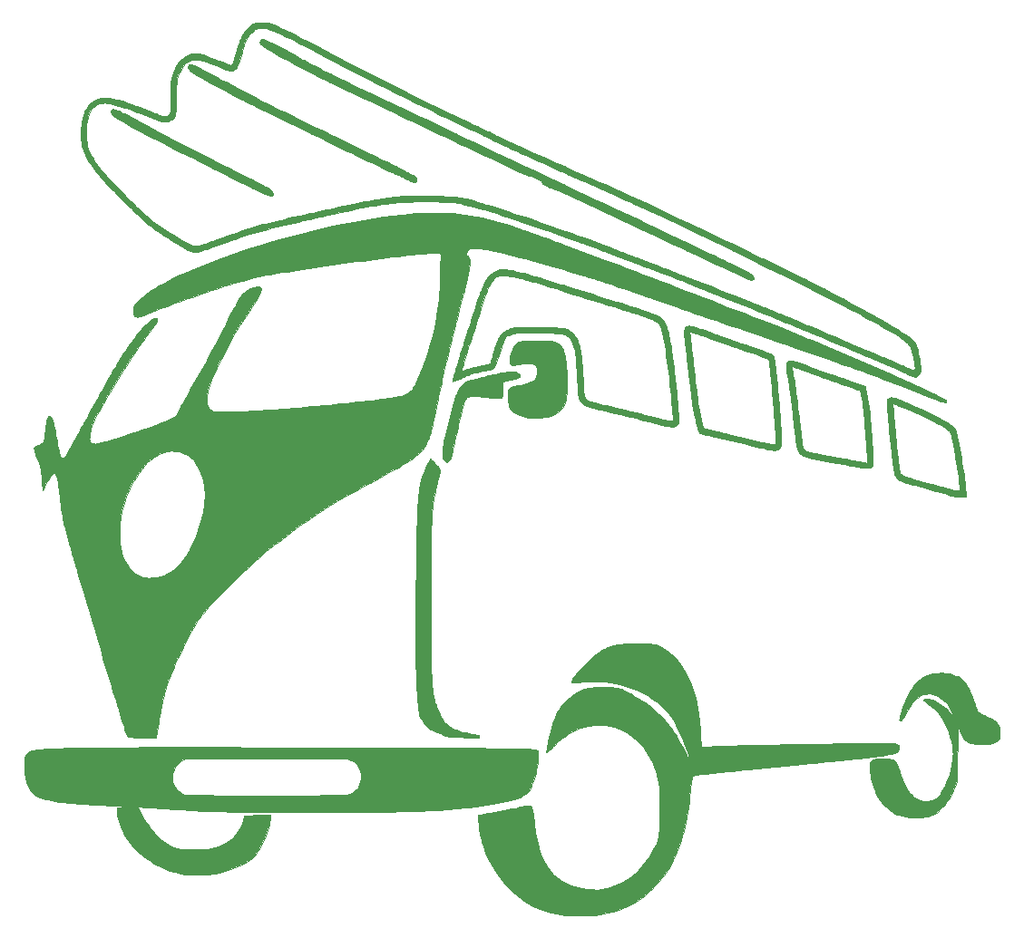
<source format=gto>
G04 #@! TF.GenerationSoftware,KiCad,Pcbnew,(5.1.9-0-10_14)*
G04 #@! TF.CreationDate,2022-03-06T10:31:41-07:00*
G04 #@! TF.ProjectId,001,3030312e-6b69-4636-9164-5f7063625858,rev?*
G04 #@! TF.SameCoordinates,Original*
G04 #@! TF.FileFunction,Legend,Top*
G04 #@! TF.FilePolarity,Positive*
%FSLAX46Y46*%
G04 Gerber Fmt 4.6, Leading zero omitted, Abs format (unit mm)*
G04 Created by KiCad (PCBNEW (5.1.9-0-10_14)) date 2022-03-06 10:31:41*
%MOMM*%
%LPD*%
G01*
G04 APERTURE LIST*
%ADD10C,0.010000*%
G04 APERTURE END LIST*
D10*
G36*
X118484649Y-54656713D02*
G01*
X118577641Y-54675976D01*
X118687531Y-54709070D01*
X118767177Y-54739264D01*
X118880466Y-54788442D01*
X119024096Y-54854924D01*
X119194764Y-54937027D01*
X119389169Y-55033068D01*
X119604007Y-55141366D01*
X119835976Y-55260239D01*
X120081775Y-55388003D01*
X120338100Y-55522977D01*
X120601649Y-55663478D01*
X120869121Y-55807825D01*
X121137212Y-55954335D01*
X121200334Y-55989111D01*
X121499730Y-56153801D01*
X121797382Y-56316436D01*
X122095001Y-56477879D01*
X122394300Y-56638994D01*
X122696993Y-56800645D01*
X123004792Y-56963695D01*
X123319411Y-57129008D01*
X123642562Y-57297449D01*
X123975960Y-57469880D01*
X124321315Y-57647165D01*
X124680343Y-57830169D01*
X125054755Y-58019755D01*
X125446265Y-58216786D01*
X125856586Y-58422128D01*
X126287431Y-58636642D01*
X126740513Y-58861194D01*
X127217545Y-59096646D01*
X127720239Y-59343864D01*
X128250310Y-59603709D01*
X128809470Y-59877047D01*
X129399432Y-60164740D01*
X130021909Y-60467654D01*
X130678614Y-60786650D01*
X131371261Y-61122594D01*
X131625461Y-61245775D01*
X132262279Y-61554343D01*
X132862146Y-61845103D01*
X133426239Y-62118642D01*
X133955736Y-62375545D01*
X134451814Y-62616396D01*
X134915652Y-62841780D01*
X135348428Y-63052284D01*
X135751318Y-63248490D01*
X136125501Y-63430985D01*
X136472155Y-63600354D01*
X136792457Y-63757182D01*
X137087586Y-63902054D01*
X137358718Y-64035554D01*
X137607032Y-64158268D01*
X137833706Y-64270781D01*
X138039917Y-64373678D01*
X138226844Y-64467544D01*
X138395663Y-64552963D01*
X138547553Y-64630522D01*
X138683692Y-64700805D01*
X138805257Y-64764398D01*
X138913426Y-64821884D01*
X139009377Y-64873850D01*
X139094287Y-64920879D01*
X139169335Y-64963559D01*
X139235699Y-65002472D01*
X139294555Y-65038205D01*
X139347082Y-65071342D01*
X139394458Y-65102469D01*
X139407882Y-65111529D01*
X139504689Y-65184544D01*
X139567167Y-65252553D01*
X139600805Y-65324925D01*
X139611093Y-65411024D01*
X139609631Y-65455773D01*
X139600767Y-65534801D01*
X139583753Y-65584851D01*
X139554049Y-65619125D01*
X139553202Y-65619815D01*
X139482984Y-65650786D01*
X139384880Y-65655396D01*
X139264109Y-65633665D01*
X139213167Y-65618442D01*
X139135188Y-65591114D01*
X139032049Y-65552604D01*
X138913668Y-65506865D01*
X138789964Y-65457853D01*
X138670854Y-65409521D01*
X138566259Y-65365826D01*
X138486095Y-65330721D01*
X138456459Y-65316729D01*
X138403367Y-65284880D01*
X138371065Y-65254858D01*
X138366500Y-65243665D01*
X138357686Y-65225221D01*
X138328947Y-65201832D01*
X138276839Y-65171794D01*
X138197916Y-65133404D01*
X138088732Y-65084956D01*
X137945844Y-65024748D01*
X137816830Y-64971804D01*
X137763231Y-64949810D01*
X137707813Y-64926675D01*
X137649157Y-64901721D01*
X137585844Y-64874273D01*
X137516454Y-64843654D01*
X137439568Y-64809189D01*
X137353767Y-64770202D01*
X137257631Y-64726017D01*
X137149741Y-64675958D01*
X137028677Y-64619348D01*
X136893020Y-64555513D01*
X136741351Y-64483775D01*
X136572250Y-64403459D01*
X136384298Y-64313889D01*
X136176075Y-64214390D01*
X135946162Y-64104284D01*
X135693140Y-63982896D01*
X135415589Y-63849550D01*
X135112090Y-63703571D01*
X134781223Y-63544282D01*
X134421570Y-63371006D01*
X134031710Y-63183070D01*
X133610224Y-62979795D01*
X133155694Y-62760506D01*
X132666699Y-62524528D01*
X132141820Y-62271184D01*
X131826000Y-62118731D01*
X131135274Y-61785225D01*
X130481636Y-61469493D01*
X129864005Y-61171004D01*
X129281297Y-60889229D01*
X128732429Y-60623639D01*
X128216317Y-60373705D01*
X127731878Y-60138896D01*
X127278030Y-59918685D01*
X126853688Y-59712542D01*
X126457770Y-59519936D01*
X126089192Y-59340340D01*
X125746872Y-59173224D01*
X125429726Y-59018058D01*
X125136670Y-58874313D01*
X124866622Y-58741460D01*
X124618498Y-58618970D01*
X124391216Y-58506313D01*
X124183691Y-58402960D01*
X123994841Y-58308382D01*
X123823583Y-58222049D01*
X123668833Y-58143433D01*
X123529508Y-58072003D01*
X123404524Y-58007231D01*
X123306417Y-57955779D01*
X122792827Y-57684524D01*
X122315509Y-57431922D01*
X121873112Y-57197223D01*
X121464285Y-56979675D01*
X121087676Y-56778525D01*
X120741935Y-56593021D01*
X120425710Y-56422412D01*
X120137650Y-56265946D01*
X119876403Y-56122871D01*
X119640619Y-55992434D01*
X119428947Y-55873885D01*
X119240035Y-55766470D01*
X119072531Y-55669438D01*
X118925086Y-55582038D01*
X118796347Y-55503516D01*
X118684964Y-55433122D01*
X118589585Y-55370103D01*
X118508860Y-55313707D01*
X118441436Y-55263182D01*
X118385963Y-55217778D01*
X118385167Y-55217090D01*
X118285863Y-55115161D01*
X118228442Y-55016365D01*
X118212706Y-54919216D01*
X118238456Y-54822230D01*
X118305495Y-54723922D01*
X118317630Y-54710542D01*
X118362210Y-54673966D01*
X118415361Y-54656033D01*
X118484649Y-54656713D01*
G37*
X118484649Y-54656713D02*
X118577641Y-54675976D01*
X118687531Y-54709070D01*
X118767177Y-54739264D01*
X118880466Y-54788442D01*
X119024096Y-54854924D01*
X119194764Y-54937027D01*
X119389169Y-55033068D01*
X119604007Y-55141366D01*
X119835976Y-55260239D01*
X120081775Y-55388003D01*
X120338100Y-55522977D01*
X120601649Y-55663478D01*
X120869121Y-55807825D01*
X121137212Y-55954335D01*
X121200334Y-55989111D01*
X121499730Y-56153801D01*
X121797382Y-56316436D01*
X122095001Y-56477879D01*
X122394300Y-56638994D01*
X122696993Y-56800645D01*
X123004792Y-56963695D01*
X123319411Y-57129008D01*
X123642562Y-57297449D01*
X123975960Y-57469880D01*
X124321315Y-57647165D01*
X124680343Y-57830169D01*
X125054755Y-58019755D01*
X125446265Y-58216786D01*
X125856586Y-58422128D01*
X126287431Y-58636642D01*
X126740513Y-58861194D01*
X127217545Y-59096646D01*
X127720239Y-59343864D01*
X128250310Y-59603709D01*
X128809470Y-59877047D01*
X129399432Y-60164740D01*
X130021909Y-60467654D01*
X130678614Y-60786650D01*
X131371261Y-61122594D01*
X131625461Y-61245775D01*
X132262279Y-61554343D01*
X132862146Y-61845103D01*
X133426239Y-62118642D01*
X133955736Y-62375545D01*
X134451814Y-62616396D01*
X134915652Y-62841780D01*
X135348428Y-63052284D01*
X135751318Y-63248490D01*
X136125501Y-63430985D01*
X136472155Y-63600354D01*
X136792457Y-63757182D01*
X137087586Y-63902054D01*
X137358718Y-64035554D01*
X137607032Y-64158268D01*
X137833706Y-64270781D01*
X138039917Y-64373678D01*
X138226844Y-64467544D01*
X138395663Y-64552963D01*
X138547553Y-64630522D01*
X138683692Y-64700805D01*
X138805257Y-64764398D01*
X138913426Y-64821884D01*
X139009377Y-64873850D01*
X139094287Y-64920879D01*
X139169335Y-64963559D01*
X139235699Y-65002472D01*
X139294555Y-65038205D01*
X139347082Y-65071342D01*
X139394458Y-65102469D01*
X139407882Y-65111529D01*
X139504689Y-65184544D01*
X139567167Y-65252553D01*
X139600805Y-65324925D01*
X139611093Y-65411024D01*
X139609631Y-65455773D01*
X139600767Y-65534801D01*
X139583753Y-65584851D01*
X139554049Y-65619125D01*
X139553202Y-65619815D01*
X139482984Y-65650786D01*
X139384880Y-65655396D01*
X139264109Y-65633665D01*
X139213167Y-65618442D01*
X139135188Y-65591114D01*
X139032049Y-65552604D01*
X138913668Y-65506865D01*
X138789964Y-65457853D01*
X138670854Y-65409521D01*
X138566259Y-65365826D01*
X138486095Y-65330721D01*
X138456459Y-65316729D01*
X138403367Y-65284880D01*
X138371065Y-65254858D01*
X138366500Y-65243665D01*
X138357686Y-65225221D01*
X138328947Y-65201832D01*
X138276839Y-65171794D01*
X138197916Y-65133404D01*
X138088732Y-65084956D01*
X137945844Y-65024748D01*
X137816830Y-64971804D01*
X137763231Y-64949810D01*
X137707813Y-64926675D01*
X137649157Y-64901721D01*
X137585844Y-64874273D01*
X137516454Y-64843654D01*
X137439568Y-64809189D01*
X137353767Y-64770202D01*
X137257631Y-64726017D01*
X137149741Y-64675958D01*
X137028677Y-64619348D01*
X136893020Y-64555513D01*
X136741351Y-64483775D01*
X136572250Y-64403459D01*
X136384298Y-64313889D01*
X136176075Y-64214390D01*
X135946162Y-64104284D01*
X135693140Y-63982896D01*
X135415589Y-63849550D01*
X135112090Y-63703571D01*
X134781223Y-63544282D01*
X134421570Y-63371006D01*
X134031710Y-63183070D01*
X133610224Y-62979795D01*
X133155694Y-62760506D01*
X132666699Y-62524528D01*
X132141820Y-62271184D01*
X131826000Y-62118731D01*
X131135274Y-61785225D01*
X130481636Y-61469493D01*
X129864005Y-61171004D01*
X129281297Y-60889229D01*
X128732429Y-60623639D01*
X128216317Y-60373705D01*
X127731878Y-60138896D01*
X127278030Y-59918685D01*
X126853688Y-59712542D01*
X126457770Y-59519936D01*
X126089192Y-59340340D01*
X125746872Y-59173224D01*
X125429726Y-59018058D01*
X125136670Y-58874313D01*
X124866622Y-58741460D01*
X124618498Y-58618970D01*
X124391216Y-58506313D01*
X124183691Y-58402960D01*
X123994841Y-58308382D01*
X123823583Y-58222049D01*
X123668833Y-58143433D01*
X123529508Y-58072003D01*
X123404524Y-58007231D01*
X123306417Y-57955779D01*
X122792827Y-57684524D01*
X122315509Y-57431922D01*
X121873112Y-57197223D01*
X121464285Y-56979675D01*
X121087676Y-56778525D01*
X120741935Y-56593021D01*
X120425710Y-56422412D01*
X120137650Y-56265946D01*
X119876403Y-56122871D01*
X119640619Y-55992434D01*
X119428947Y-55873885D01*
X119240035Y-55766470D01*
X119072531Y-55669438D01*
X118925086Y-55582038D01*
X118796347Y-55503516D01*
X118684964Y-55433122D01*
X118589585Y-55370103D01*
X118508860Y-55313707D01*
X118441436Y-55263182D01*
X118385963Y-55217778D01*
X118385167Y-55217090D01*
X118285863Y-55115161D01*
X118228442Y-55016365D01*
X118212706Y-54919216D01*
X118238456Y-54822230D01*
X118305495Y-54723922D01*
X118317630Y-54710542D01*
X118362210Y-54673966D01*
X118415361Y-54656033D01*
X118484649Y-54656713D01*
G36*
X111326498Y-58850146D02*
G01*
X111409293Y-58868045D01*
X111511035Y-58900824D01*
X111634919Y-58949465D01*
X111784140Y-59014949D01*
X111961894Y-59098261D01*
X112171374Y-59200382D01*
X112331274Y-59279919D01*
X112487839Y-59358545D01*
X112636961Y-59434134D01*
X112783068Y-59509043D01*
X112930591Y-59585624D01*
X113083957Y-59666234D01*
X113247594Y-59753227D01*
X113425933Y-59848958D01*
X113623402Y-59955782D01*
X113844428Y-60076053D01*
X114093442Y-60212127D01*
X114374872Y-60366357D01*
X114384667Y-60371731D01*
X114662551Y-60523118D01*
X114970290Y-60688733D01*
X115308554Y-60868922D01*
X115678010Y-61064030D01*
X116079326Y-61274404D01*
X116513172Y-61500390D01*
X116980216Y-61742333D01*
X117481126Y-62000580D01*
X118016571Y-62275477D01*
X118587219Y-62567370D01*
X119193739Y-62876604D01*
X119836799Y-63203527D01*
X120517068Y-63548483D01*
X120734667Y-63658657D01*
X121318555Y-63954395D01*
X121865254Y-64231724D01*
X122375509Y-64491027D01*
X122850066Y-64732684D01*
X123289668Y-64957080D01*
X123695062Y-65164595D01*
X124066991Y-65355613D01*
X124406203Y-65530515D01*
X124713440Y-65689685D01*
X124989449Y-65833503D01*
X125234975Y-65962353D01*
X125450762Y-66076617D01*
X125534987Y-66121571D01*
X125714826Y-66220891D01*
X125858826Y-66308076D01*
X125970576Y-66386404D01*
X126053665Y-66459154D01*
X126111681Y-66529604D01*
X126148213Y-66601033D01*
X126166851Y-66676719D01*
X126169530Y-66701250D01*
X126171598Y-66775911D01*
X126160086Y-66827158D01*
X126132711Y-66870792D01*
X126095528Y-66908190D01*
X126051053Y-66925053D01*
X125987756Y-66928564D01*
X125921986Y-66921366D01*
X125832553Y-66902559D01*
X125735326Y-66875681D01*
X125701664Y-66864776D01*
X125600521Y-66827903D01*
X125498041Y-66786235D01*
X125412622Y-66747357D01*
X125394747Y-66738257D01*
X125325968Y-66705038D01*
X125267546Y-66682141D01*
X125236522Y-66675046D01*
X125212458Y-66665645D01*
X125152470Y-66638075D01*
X125058413Y-66593268D01*
X124932144Y-66532153D01*
X124775519Y-66455662D01*
X124590393Y-66364725D01*
X124378622Y-66260271D01*
X124142063Y-66143233D01*
X123882571Y-66014540D01*
X123602002Y-65875123D01*
X123302212Y-65725913D01*
X122985057Y-65567840D01*
X122652393Y-65401835D01*
X122306076Y-65228828D01*
X121947962Y-65049750D01*
X121579907Y-64865531D01*
X121203766Y-64677102D01*
X120821396Y-64485394D01*
X120434652Y-64291337D01*
X120045390Y-64095861D01*
X119655467Y-63899898D01*
X119266738Y-63704377D01*
X118881060Y-63510230D01*
X118500287Y-63318387D01*
X118126276Y-63129778D01*
X117760884Y-62945334D01*
X117405965Y-62765985D01*
X117063376Y-62592663D01*
X116734973Y-62426298D01*
X116422611Y-62267820D01*
X116128147Y-62118159D01*
X115853436Y-61978247D01*
X115600335Y-61849014D01*
X115370699Y-61731391D01*
X115166384Y-61626307D01*
X115136084Y-61610676D01*
X114799452Y-61435990D01*
X114462262Y-61259184D01*
X114127301Y-61081810D01*
X113797358Y-60905416D01*
X113475221Y-60731552D01*
X113163678Y-60561768D01*
X112865518Y-60397614D01*
X112583527Y-60240639D01*
X112320495Y-60092394D01*
X112079209Y-59954427D01*
X111862457Y-59828288D01*
X111673029Y-59715528D01*
X111513711Y-59617696D01*
X111387292Y-59536341D01*
X111316748Y-59487793D01*
X111193528Y-59379455D01*
X111111237Y-59260783D01*
X111069673Y-59131459D01*
X111065317Y-59093438D01*
X111062229Y-59021910D01*
X111069226Y-58976014D01*
X111091209Y-58939368D01*
X111120890Y-58907688D01*
X111159846Y-58875896D01*
X111204970Y-58855054D01*
X111259456Y-58846143D01*
X111326498Y-58850146D01*
G37*
X111326498Y-58850146D02*
X111409293Y-58868045D01*
X111511035Y-58900824D01*
X111634919Y-58949465D01*
X111784140Y-59014949D01*
X111961894Y-59098261D01*
X112171374Y-59200382D01*
X112331274Y-59279919D01*
X112487839Y-59358545D01*
X112636961Y-59434134D01*
X112783068Y-59509043D01*
X112930591Y-59585624D01*
X113083957Y-59666234D01*
X113247594Y-59753227D01*
X113425933Y-59848958D01*
X113623402Y-59955782D01*
X113844428Y-60076053D01*
X114093442Y-60212127D01*
X114374872Y-60366357D01*
X114384667Y-60371731D01*
X114662551Y-60523118D01*
X114970290Y-60688733D01*
X115308554Y-60868922D01*
X115678010Y-61064030D01*
X116079326Y-61274404D01*
X116513172Y-61500390D01*
X116980216Y-61742333D01*
X117481126Y-62000580D01*
X118016571Y-62275477D01*
X118587219Y-62567370D01*
X119193739Y-62876604D01*
X119836799Y-63203527D01*
X120517068Y-63548483D01*
X120734667Y-63658657D01*
X121318555Y-63954395D01*
X121865254Y-64231724D01*
X122375509Y-64491027D01*
X122850066Y-64732684D01*
X123289668Y-64957080D01*
X123695062Y-65164595D01*
X124066991Y-65355613D01*
X124406203Y-65530515D01*
X124713440Y-65689685D01*
X124989449Y-65833503D01*
X125234975Y-65962353D01*
X125450762Y-66076617D01*
X125534987Y-66121571D01*
X125714826Y-66220891D01*
X125858826Y-66308076D01*
X125970576Y-66386404D01*
X126053665Y-66459154D01*
X126111681Y-66529604D01*
X126148213Y-66601033D01*
X126166851Y-66676719D01*
X126169530Y-66701250D01*
X126171598Y-66775911D01*
X126160086Y-66827158D01*
X126132711Y-66870792D01*
X126095528Y-66908190D01*
X126051053Y-66925053D01*
X125987756Y-66928564D01*
X125921986Y-66921366D01*
X125832553Y-66902559D01*
X125735326Y-66875681D01*
X125701664Y-66864776D01*
X125600521Y-66827903D01*
X125498041Y-66786235D01*
X125412622Y-66747357D01*
X125394747Y-66738257D01*
X125325968Y-66705038D01*
X125267546Y-66682141D01*
X125236522Y-66675046D01*
X125212458Y-66665645D01*
X125152470Y-66638075D01*
X125058413Y-66593268D01*
X124932144Y-66532153D01*
X124775519Y-66455662D01*
X124590393Y-66364725D01*
X124378622Y-66260271D01*
X124142063Y-66143233D01*
X123882571Y-66014540D01*
X123602002Y-65875123D01*
X123302212Y-65725913D01*
X122985057Y-65567840D01*
X122652393Y-65401835D01*
X122306076Y-65228828D01*
X121947962Y-65049750D01*
X121579907Y-64865531D01*
X121203766Y-64677102D01*
X120821396Y-64485394D01*
X120434652Y-64291337D01*
X120045390Y-64095861D01*
X119655467Y-63899898D01*
X119266738Y-63704377D01*
X118881060Y-63510230D01*
X118500287Y-63318387D01*
X118126276Y-63129778D01*
X117760884Y-62945334D01*
X117405965Y-62765985D01*
X117063376Y-62592663D01*
X116734973Y-62426298D01*
X116422611Y-62267820D01*
X116128147Y-62118159D01*
X115853436Y-61978247D01*
X115600335Y-61849014D01*
X115370699Y-61731391D01*
X115166384Y-61626307D01*
X115136084Y-61610676D01*
X114799452Y-61435990D01*
X114462262Y-61259184D01*
X114127301Y-61081810D01*
X113797358Y-60905416D01*
X113475221Y-60731552D01*
X113163678Y-60561768D01*
X112865518Y-60397614D01*
X112583527Y-60240639D01*
X112320495Y-60092394D01*
X112079209Y-59954427D01*
X111862457Y-59828288D01*
X111673029Y-59715528D01*
X111513711Y-59617696D01*
X111387292Y-59536341D01*
X111316748Y-59487793D01*
X111193528Y-59379455D01*
X111111237Y-59260783D01*
X111069673Y-59131459D01*
X111065317Y-59093438D01*
X111062229Y-59021910D01*
X111069226Y-58976014D01*
X111091209Y-58939368D01*
X111120890Y-58907688D01*
X111159846Y-58875896D01*
X111204970Y-58855054D01*
X111259456Y-58846143D01*
X111326498Y-58850146D01*
G36*
X125220270Y-52294224D02*
G01*
X125315498Y-52318705D01*
X125445246Y-52364818D01*
X125608077Y-52431852D01*
X125802554Y-52519100D01*
X126027239Y-52625851D01*
X126280695Y-52751397D01*
X126561483Y-52895028D01*
X126868166Y-53056034D01*
X127199307Y-53233707D01*
X127553468Y-53427337D01*
X127846667Y-53590049D01*
X127998263Y-53674722D01*
X128144541Y-53756442D01*
X128286233Y-53835563D01*
X128424070Y-53912437D01*
X128558782Y-53987418D01*
X128691101Y-54060857D01*
X128821758Y-54133109D01*
X128951482Y-54204524D01*
X129081006Y-54275458D01*
X129211061Y-54346261D01*
X129342377Y-54417287D01*
X129475685Y-54488889D01*
X129611716Y-54561420D01*
X129751202Y-54635232D01*
X129894872Y-54710678D01*
X130043459Y-54788111D01*
X130197693Y-54867883D01*
X130358304Y-54950348D01*
X130526025Y-55035859D01*
X130701586Y-55124767D01*
X130885717Y-55217427D01*
X131079150Y-55314190D01*
X131282616Y-55415410D01*
X131496846Y-55521439D01*
X131722570Y-55632630D01*
X131960520Y-55749336D01*
X132211426Y-55871909D01*
X132476020Y-56000703D01*
X132755033Y-56136071D01*
X133049195Y-56278364D01*
X133359237Y-56427936D01*
X133685891Y-56585140D01*
X134029887Y-56750329D01*
X134391956Y-56923854D01*
X134772829Y-57106070D01*
X135173238Y-57297329D01*
X135593913Y-57497983D01*
X136035585Y-57708385D01*
X136498984Y-57928889D01*
X136984843Y-58159847D01*
X137493892Y-58401612D01*
X138026861Y-58654536D01*
X138584483Y-58918973D01*
X139167487Y-59195275D01*
X139776605Y-59483795D01*
X140412568Y-59784885D01*
X141076106Y-60098900D01*
X141767951Y-60426190D01*
X142488833Y-60767110D01*
X143239485Y-61122012D01*
X144020635Y-61491249D01*
X144833016Y-61875173D01*
X145677358Y-62274138D01*
X146554393Y-62688496D01*
X147464851Y-63118599D01*
X148409463Y-63564802D01*
X149388961Y-64027456D01*
X150404074Y-64506914D01*
X151455535Y-65003530D01*
X152544073Y-65517656D01*
X153257250Y-65854497D01*
X154219132Y-66308812D01*
X155143512Y-66745429D01*
X156031170Y-67164717D01*
X156882889Y-67567048D01*
X157699447Y-67952793D01*
X158481627Y-68322324D01*
X159230209Y-68676011D01*
X159945974Y-69014225D01*
X160629702Y-69337339D01*
X161282175Y-69645722D01*
X161904173Y-69939746D01*
X162496477Y-70219782D01*
X163059868Y-70486202D01*
X163595127Y-70739376D01*
X164103034Y-70979676D01*
X164584370Y-71207473D01*
X165039917Y-71423137D01*
X165470454Y-71627041D01*
X165876762Y-71819555D01*
X166259623Y-72001050D01*
X166619818Y-72171898D01*
X166958126Y-72332469D01*
X167275329Y-72483135D01*
X167572208Y-72624267D01*
X167849543Y-72756236D01*
X168108116Y-72879414D01*
X168348706Y-72994171D01*
X168572095Y-73100878D01*
X168779064Y-73199908D01*
X168970393Y-73291630D01*
X169146864Y-73376416D01*
X169309256Y-73454637D01*
X169458352Y-73526665D01*
X169594931Y-73592870D01*
X169719774Y-73653623D01*
X169833662Y-73709296D01*
X169937377Y-73760261D01*
X170031698Y-73806887D01*
X170117407Y-73849547D01*
X170195284Y-73888610D01*
X170266111Y-73924450D01*
X170330667Y-73957436D01*
X170389735Y-73987940D01*
X170444093Y-74016332D01*
X170494525Y-74042985D01*
X170541809Y-74068269D01*
X170578210Y-74087931D01*
X170684948Y-74147485D01*
X170762648Y-74195912D01*
X170820537Y-74240193D01*
X170867842Y-74287310D01*
X170909498Y-74338572D01*
X170972382Y-74423382D01*
X171012917Y-74485395D01*
X171035839Y-74534350D01*
X171045884Y-74579986D01*
X171047834Y-74623084D01*
X171037534Y-74708807D01*
X171003159Y-74765168D01*
X170939493Y-74800702D01*
X170939288Y-74800774D01*
X170877713Y-74818361D01*
X170825137Y-74820161D01*
X170764085Y-74804926D01*
X170709167Y-74784340D01*
X170649037Y-74759016D01*
X170551164Y-74715853D01*
X170416076Y-74655101D01*
X170244307Y-74577008D01*
X170036387Y-74481820D01*
X169792847Y-74369788D01*
X169514218Y-74241158D01*
X169201031Y-74096178D01*
X168853817Y-73935097D01*
X168473108Y-73758163D01*
X168059435Y-73565624D01*
X167613328Y-73357728D01*
X167135319Y-73134724D01*
X166625938Y-72896858D01*
X166085718Y-72644379D01*
X165515189Y-72377536D01*
X164914882Y-72096576D01*
X164285328Y-71801748D01*
X163627059Y-71493299D01*
X162940605Y-71171478D01*
X162226497Y-70836533D01*
X161485268Y-70488711D01*
X160717447Y-70128262D01*
X159923566Y-69755432D01*
X159104156Y-69370470D01*
X158259748Y-68973625D01*
X157390873Y-68565143D01*
X156792084Y-68283561D01*
X156349833Y-68075582D01*
X155944010Y-67884782D01*
X155572738Y-67710308D01*
X155234142Y-67551306D01*
X154926349Y-67406925D01*
X154647482Y-67276312D01*
X154395667Y-67158615D01*
X154169028Y-67052981D01*
X153965692Y-66958557D01*
X153783782Y-66874491D01*
X153621425Y-66799931D01*
X153476744Y-66734024D01*
X153347866Y-66675917D01*
X153232914Y-66624759D01*
X153130015Y-66579696D01*
X153037292Y-66539876D01*
X152952872Y-66504446D01*
X152874879Y-66472554D01*
X152801438Y-66443348D01*
X152730675Y-66415975D01*
X152660714Y-66389582D01*
X152589680Y-66363318D01*
X152515698Y-66336329D01*
X152484667Y-66325069D01*
X152320552Y-66264847D01*
X152160420Y-66204743D01*
X152011063Y-66147404D01*
X151879275Y-66095482D01*
X151771848Y-66051626D01*
X151695575Y-66018486D01*
X151680334Y-66011297D01*
X151561988Y-65946409D01*
X151458817Y-65875663D01*
X151376737Y-65804271D01*
X151321663Y-65737443D01*
X151299511Y-65680393D01*
X151299334Y-65675667D01*
X151289359Y-65631611D01*
X151257872Y-65585863D01*
X151202531Y-65537204D01*
X151120991Y-65484415D01*
X151010909Y-65426277D01*
X150869941Y-65361571D01*
X150695744Y-65289079D01*
X150485975Y-65207580D01*
X150238290Y-65115858D01*
X150188084Y-65097656D01*
X150030115Y-65040063D01*
X149875486Y-64982789D01*
X149731508Y-64928610D01*
X149605493Y-64880301D01*
X149504751Y-64840636D01*
X149436667Y-64812424D01*
X149394228Y-64793176D01*
X149315049Y-64756509D01*
X149200643Y-64703139D01*
X149052523Y-64633782D01*
X148872201Y-64549152D01*
X148661191Y-64449966D01*
X148421004Y-64336939D01*
X148153154Y-64210786D01*
X147859153Y-64072224D01*
X147540514Y-63921967D01*
X147198751Y-63760731D01*
X146835374Y-63589232D01*
X146451899Y-63408186D01*
X146049836Y-63218307D01*
X145630699Y-63020311D01*
X145196000Y-62814915D01*
X144747253Y-62602833D01*
X144285970Y-62384781D01*
X143813664Y-62161475D01*
X143331847Y-61933629D01*
X142842032Y-61701961D01*
X142345732Y-61467185D01*
X141844461Y-61230016D01*
X141339729Y-60991172D01*
X140833051Y-60751366D01*
X140325938Y-60511314D01*
X139819905Y-60271732D01*
X139316462Y-60033337D01*
X138817124Y-59796842D01*
X138323403Y-59562964D01*
X137836811Y-59332418D01*
X137358862Y-59105920D01*
X136891068Y-58884185D01*
X136434942Y-58667929D01*
X135991996Y-58457868D01*
X135563744Y-58254716D01*
X135151697Y-58059191D01*
X134757370Y-57872006D01*
X134382274Y-57693878D01*
X134027922Y-57525522D01*
X133695828Y-57367654D01*
X133387503Y-57220990D01*
X133350000Y-57203143D01*
X132969975Y-57022222D01*
X132625383Y-56858018D01*
X132313388Y-56709147D01*
X132031155Y-56574226D01*
X131775846Y-56451872D01*
X131544626Y-56340702D01*
X131334659Y-56239333D01*
X131143110Y-56146382D01*
X130967141Y-56060466D01*
X130803917Y-55980201D01*
X130650602Y-55904206D01*
X130504359Y-55831095D01*
X130362354Y-55759488D01*
X130221749Y-55688000D01*
X130079709Y-55615249D01*
X129933397Y-55539851D01*
X129836334Y-55489635D01*
X129379414Y-55252083D01*
X128936806Y-55020259D01*
X128510001Y-54794998D01*
X128100492Y-54577133D01*
X127709769Y-54367499D01*
X127339324Y-54166930D01*
X126990649Y-53976260D01*
X126665235Y-53796323D01*
X126364574Y-53627954D01*
X126090158Y-53471986D01*
X125843478Y-53329254D01*
X125626026Y-53200592D01*
X125439294Y-53086834D01*
X125284772Y-52988815D01*
X125163954Y-52907368D01*
X125078329Y-52843327D01*
X125036235Y-52805255D01*
X124982449Y-52724102D01*
X124957233Y-52632765D01*
X124957815Y-52538938D01*
X124981424Y-52450314D01*
X125025290Y-52374588D01*
X125086642Y-52319453D01*
X125162710Y-52292603D01*
X125220270Y-52294224D01*
G37*
X125220270Y-52294224D02*
X125315498Y-52318705D01*
X125445246Y-52364818D01*
X125608077Y-52431852D01*
X125802554Y-52519100D01*
X126027239Y-52625851D01*
X126280695Y-52751397D01*
X126561483Y-52895028D01*
X126868166Y-53056034D01*
X127199307Y-53233707D01*
X127553468Y-53427337D01*
X127846667Y-53590049D01*
X127998263Y-53674722D01*
X128144541Y-53756442D01*
X128286233Y-53835563D01*
X128424070Y-53912437D01*
X128558782Y-53987418D01*
X128691101Y-54060857D01*
X128821758Y-54133109D01*
X128951482Y-54204524D01*
X129081006Y-54275458D01*
X129211061Y-54346261D01*
X129342377Y-54417287D01*
X129475685Y-54488889D01*
X129611716Y-54561420D01*
X129751202Y-54635232D01*
X129894872Y-54710678D01*
X130043459Y-54788111D01*
X130197693Y-54867883D01*
X130358304Y-54950348D01*
X130526025Y-55035859D01*
X130701586Y-55124767D01*
X130885717Y-55217427D01*
X131079150Y-55314190D01*
X131282616Y-55415410D01*
X131496846Y-55521439D01*
X131722570Y-55632630D01*
X131960520Y-55749336D01*
X132211426Y-55871909D01*
X132476020Y-56000703D01*
X132755033Y-56136071D01*
X133049195Y-56278364D01*
X133359237Y-56427936D01*
X133685891Y-56585140D01*
X134029887Y-56750329D01*
X134391956Y-56923854D01*
X134772829Y-57106070D01*
X135173238Y-57297329D01*
X135593913Y-57497983D01*
X136035585Y-57708385D01*
X136498984Y-57928889D01*
X136984843Y-58159847D01*
X137493892Y-58401612D01*
X138026861Y-58654536D01*
X138584483Y-58918973D01*
X139167487Y-59195275D01*
X139776605Y-59483795D01*
X140412568Y-59784885D01*
X141076106Y-60098900D01*
X141767951Y-60426190D01*
X142488833Y-60767110D01*
X143239485Y-61122012D01*
X144020635Y-61491249D01*
X144833016Y-61875173D01*
X145677358Y-62274138D01*
X146554393Y-62688496D01*
X147464851Y-63118599D01*
X148409463Y-63564802D01*
X149388961Y-64027456D01*
X150404074Y-64506914D01*
X151455535Y-65003530D01*
X152544073Y-65517656D01*
X153257250Y-65854497D01*
X154219132Y-66308812D01*
X155143512Y-66745429D01*
X156031170Y-67164717D01*
X156882889Y-67567048D01*
X157699447Y-67952793D01*
X158481627Y-68322324D01*
X159230209Y-68676011D01*
X159945974Y-69014225D01*
X160629702Y-69337339D01*
X161282175Y-69645722D01*
X161904173Y-69939746D01*
X162496477Y-70219782D01*
X163059868Y-70486202D01*
X163595127Y-70739376D01*
X164103034Y-70979676D01*
X164584370Y-71207473D01*
X165039917Y-71423137D01*
X165470454Y-71627041D01*
X165876762Y-71819555D01*
X166259623Y-72001050D01*
X166619818Y-72171898D01*
X166958126Y-72332469D01*
X167275329Y-72483135D01*
X167572208Y-72624267D01*
X167849543Y-72756236D01*
X168108116Y-72879414D01*
X168348706Y-72994171D01*
X168572095Y-73100878D01*
X168779064Y-73199908D01*
X168970393Y-73291630D01*
X169146864Y-73376416D01*
X169309256Y-73454637D01*
X169458352Y-73526665D01*
X169594931Y-73592870D01*
X169719774Y-73653623D01*
X169833662Y-73709296D01*
X169937377Y-73760261D01*
X170031698Y-73806887D01*
X170117407Y-73849547D01*
X170195284Y-73888610D01*
X170266111Y-73924450D01*
X170330667Y-73957436D01*
X170389735Y-73987940D01*
X170444093Y-74016332D01*
X170494525Y-74042985D01*
X170541809Y-74068269D01*
X170578210Y-74087931D01*
X170684948Y-74147485D01*
X170762648Y-74195912D01*
X170820537Y-74240193D01*
X170867842Y-74287310D01*
X170909498Y-74338572D01*
X170972382Y-74423382D01*
X171012917Y-74485395D01*
X171035839Y-74534350D01*
X171045884Y-74579986D01*
X171047834Y-74623084D01*
X171037534Y-74708807D01*
X171003159Y-74765168D01*
X170939493Y-74800702D01*
X170939288Y-74800774D01*
X170877713Y-74818361D01*
X170825137Y-74820161D01*
X170764085Y-74804926D01*
X170709167Y-74784340D01*
X170649037Y-74759016D01*
X170551164Y-74715853D01*
X170416076Y-74655101D01*
X170244307Y-74577008D01*
X170036387Y-74481820D01*
X169792847Y-74369788D01*
X169514218Y-74241158D01*
X169201031Y-74096178D01*
X168853817Y-73935097D01*
X168473108Y-73758163D01*
X168059435Y-73565624D01*
X167613328Y-73357728D01*
X167135319Y-73134724D01*
X166625938Y-72896858D01*
X166085718Y-72644379D01*
X165515189Y-72377536D01*
X164914882Y-72096576D01*
X164285328Y-71801748D01*
X163627059Y-71493299D01*
X162940605Y-71171478D01*
X162226497Y-70836533D01*
X161485268Y-70488711D01*
X160717447Y-70128262D01*
X159923566Y-69755432D01*
X159104156Y-69370470D01*
X158259748Y-68973625D01*
X157390873Y-68565143D01*
X156792084Y-68283561D01*
X156349833Y-68075582D01*
X155944010Y-67884782D01*
X155572738Y-67710308D01*
X155234142Y-67551306D01*
X154926349Y-67406925D01*
X154647482Y-67276312D01*
X154395667Y-67158615D01*
X154169028Y-67052981D01*
X153965692Y-66958557D01*
X153783782Y-66874491D01*
X153621425Y-66799931D01*
X153476744Y-66734024D01*
X153347866Y-66675917D01*
X153232914Y-66624759D01*
X153130015Y-66579696D01*
X153037292Y-66539876D01*
X152952872Y-66504446D01*
X152874879Y-66472554D01*
X152801438Y-66443348D01*
X152730675Y-66415975D01*
X152660714Y-66389582D01*
X152589680Y-66363318D01*
X152515698Y-66336329D01*
X152484667Y-66325069D01*
X152320552Y-66264847D01*
X152160420Y-66204743D01*
X152011063Y-66147404D01*
X151879275Y-66095482D01*
X151771848Y-66051626D01*
X151695575Y-66018486D01*
X151680334Y-66011297D01*
X151561988Y-65946409D01*
X151458817Y-65875663D01*
X151376737Y-65804271D01*
X151321663Y-65737443D01*
X151299511Y-65680393D01*
X151299334Y-65675667D01*
X151289359Y-65631611D01*
X151257872Y-65585863D01*
X151202531Y-65537204D01*
X151120991Y-65484415D01*
X151010909Y-65426277D01*
X150869941Y-65361571D01*
X150695744Y-65289079D01*
X150485975Y-65207580D01*
X150238290Y-65115858D01*
X150188084Y-65097656D01*
X150030115Y-65040063D01*
X149875486Y-64982789D01*
X149731508Y-64928610D01*
X149605493Y-64880301D01*
X149504751Y-64840636D01*
X149436667Y-64812424D01*
X149394228Y-64793176D01*
X149315049Y-64756509D01*
X149200643Y-64703139D01*
X149052523Y-64633782D01*
X148872201Y-64549152D01*
X148661191Y-64449966D01*
X148421004Y-64336939D01*
X148153154Y-64210786D01*
X147859153Y-64072224D01*
X147540514Y-63921967D01*
X147198751Y-63760731D01*
X146835374Y-63589232D01*
X146451899Y-63408186D01*
X146049836Y-63218307D01*
X145630699Y-63020311D01*
X145196000Y-62814915D01*
X144747253Y-62602833D01*
X144285970Y-62384781D01*
X143813664Y-62161475D01*
X143331847Y-61933629D01*
X142842032Y-61701961D01*
X142345732Y-61467185D01*
X141844461Y-61230016D01*
X141339729Y-60991172D01*
X140833051Y-60751366D01*
X140325938Y-60511314D01*
X139819905Y-60271732D01*
X139316462Y-60033337D01*
X138817124Y-59796842D01*
X138323403Y-59562964D01*
X137836811Y-59332418D01*
X137358862Y-59105920D01*
X136891068Y-58884185D01*
X136434942Y-58667929D01*
X135991996Y-58457868D01*
X135563744Y-58254716D01*
X135151697Y-58059191D01*
X134757370Y-57872006D01*
X134382274Y-57693878D01*
X134027922Y-57525522D01*
X133695828Y-57367654D01*
X133387503Y-57220990D01*
X133350000Y-57203143D01*
X132969975Y-57022222D01*
X132625383Y-56858018D01*
X132313388Y-56709147D01*
X132031155Y-56574226D01*
X131775846Y-56451872D01*
X131544626Y-56340702D01*
X131334659Y-56239333D01*
X131143110Y-56146382D01*
X130967141Y-56060466D01*
X130803917Y-55980201D01*
X130650602Y-55904206D01*
X130504359Y-55831095D01*
X130362354Y-55759488D01*
X130221749Y-55688000D01*
X130079709Y-55615249D01*
X129933397Y-55539851D01*
X129836334Y-55489635D01*
X129379414Y-55252083D01*
X128936806Y-55020259D01*
X128510001Y-54794998D01*
X128100492Y-54577133D01*
X127709769Y-54367499D01*
X127339324Y-54166930D01*
X126990649Y-53976260D01*
X126665235Y-53796323D01*
X126364574Y-53627954D01*
X126090158Y-53471986D01*
X125843478Y-53329254D01*
X125626026Y-53200592D01*
X125439294Y-53086834D01*
X125284772Y-52988815D01*
X125163954Y-52907368D01*
X125078329Y-52843327D01*
X125036235Y-52805255D01*
X124982449Y-52724102D01*
X124957233Y-52632765D01*
X124957815Y-52538938D01*
X124981424Y-52450314D01*
X125025290Y-52374588D01*
X125086642Y-52319453D01*
X125162710Y-52292603D01*
X125220270Y-52294224D01*
G36*
X125323993Y-50746255D02*
G01*
X125664248Y-50788121D01*
X126001376Y-50866919D01*
X126318544Y-50977718D01*
X126480979Y-51047136D01*
X126677678Y-51135644D01*
X126905869Y-51241836D01*
X127162775Y-51364305D01*
X127445624Y-51501643D01*
X127751640Y-51652443D01*
X128078049Y-51815297D01*
X128422077Y-51988798D01*
X128780949Y-52171539D01*
X129151892Y-52362112D01*
X129532130Y-52559110D01*
X129918889Y-52761126D01*
X130309395Y-52966752D01*
X130700873Y-53174580D01*
X131090550Y-53383204D01*
X131475651Y-53591216D01*
X131547269Y-53630116D01*
X131895983Y-53818234D01*
X132280415Y-54022932D01*
X132697920Y-54242890D01*
X133145854Y-54476787D01*
X133621573Y-54723301D01*
X134122432Y-54981112D01*
X134645786Y-55248898D01*
X135188992Y-55525340D01*
X135749404Y-55809116D01*
X136324379Y-56098905D01*
X136911272Y-56393386D01*
X137507438Y-56691238D01*
X138110233Y-56991142D01*
X138717013Y-57291774D01*
X139325133Y-57591816D01*
X139931950Y-57889945D01*
X140534817Y-58184841D01*
X141131091Y-58475184D01*
X141718128Y-58759651D01*
X142293284Y-59036923D01*
X142853912Y-59305678D01*
X143397370Y-59564596D01*
X143921013Y-59812355D01*
X143975667Y-59838106D01*
X144334007Y-60007008D01*
X144657044Y-60159580D01*
X144947872Y-60297315D01*
X145209587Y-60421707D01*
X145445284Y-60534247D01*
X145658056Y-60636431D01*
X145851001Y-60729750D01*
X146027211Y-60815699D01*
X146189784Y-60895770D01*
X146341812Y-60971456D01*
X146486392Y-61044252D01*
X146626618Y-61115649D01*
X146674417Y-61140161D01*
X146788008Y-61198156D01*
X146905390Y-61257325D01*
X147028108Y-61318373D01*
X147157708Y-61382002D01*
X147295733Y-61448917D01*
X147443729Y-61519822D01*
X147603240Y-61595419D01*
X147775812Y-61676414D01*
X147962990Y-61763510D01*
X148166318Y-61857410D01*
X148387341Y-61958818D01*
X148627604Y-62068438D01*
X148888653Y-62186975D01*
X149172031Y-62315131D01*
X149479284Y-62453610D01*
X149811957Y-62603116D01*
X150171594Y-62764353D01*
X150559741Y-62938025D01*
X150977942Y-63124835D01*
X151427743Y-63325488D01*
X151910688Y-63540686D01*
X152428322Y-63771134D01*
X152982190Y-64017536D01*
X153341917Y-64177494D01*
X154171351Y-64546463D01*
X154964475Y-64899736D01*
X155723805Y-65238483D01*
X156451858Y-65563874D01*
X157151152Y-65877080D01*
X157824204Y-66179272D01*
X158473531Y-66471619D01*
X159101650Y-66755292D01*
X159711079Y-67031462D01*
X160304335Y-67301298D01*
X160883934Y-67565972D01*
X161452395Y-67826653D01*
X162012234Y-68084512D01*
X162565969Y-68340719D01*
X163116116Y-68596444D01*
X163665194Y-68852859D01*
X164215718Y-69111133D01*
X164770208Y-69372437D01*
X165331179Y-69637942D01*
X165901149Y-69908816D01*
X166482635Y-70186232D01*
X167078154Y-70471359D01*
X167690224Y-70765367D01*
X168321361Y-71069428D01*
X168974084Y-71384711D01*
X169650909Y-71712387D01*
X170354353Y-72053626D01*
X171086933Y-72409598D01*
X171851168Y-72781475D01*
X171936834Y-72823187D01*
X172969849Y-73327994D01*
X173968554Y-73819690D01*
X174937974Y-74300810D01*
X175883135Y-74773886D01*
X176809062Y-75241451D01*
X177720784Y-75706039D01*
X178623324Y-76170181D01*
X179521710Y-76636410D01*
X180011917Y-76892572D01*
X180511544Y-77156071D01*
X180999853Y-77417137D01*
X181475273Y-77674823D01*
X181936234Y-77928184D01*
X182381164Y-78176275D01*
X182808493Y-78418150D01*
X183216649Y-78652862D01*
X183604063Y-78879467D01*
X183969162Y-79097018D01*
X184310377Y-79304571D01*
X184626135Y-79501178D01*
X184914867Y-79685896D01*
X185175001Y-79857777D01*
X185404967Y-80015876D01*
X185603194Y-80159248D01*
X185768110Y-80286946D01*
X185898146Y-80398026D01*
X185991729Y-80491541D01*
X185993530Y-80493580D01*
X186070879Y-80601277D01*
X186148554Y-80747293D01*
X186225293Y-80927643D01*
X186299832Y-81138340D01*
X186370910Y-81375400D01*
X186437263Y-81634838D01*
X186497630Y-81912668D01*
X186550747Y-82204906D01*
X186565932Y-82300323D01*
X186590317Y-82485563D01*
X186605622Y-82670956D01*
X186613070Y-82873576D01*
X186614178Y-82973712D01*
X186615917Y-83344507D01*
X186548025Y-83481712D01*
X186462623Y-83630158D01*
X186371897Y-83738058D01*
X186272755Y-83807141D01*
X186162101Y-83839134D01*
X186036844Y-83835766D01*
X185949167Y-83816302D01*
X185908766Y-83801165D01*
X185836913Y-83770506D01*
X185740231Y-83727306D01*
X185625344Y-83674545D01*
X185498876Y-83615202D01*
X185441167Y-83587727D01*
X185330988Y-83535274D01*
X185222729Y-83484311D01*
X185113389Y-83433530D01*
X184999966Y-83381623D01*
X184879462Y-83327284D01*
X184748875Y-83269206D01*
X184605204Y-83206081D01*
X184445449Y-83136602D01*
X184266609Y-83059463D01*
X184065684Y-82973355D01*
X183839674Y-82876973D01*
X183585577Y-82769009D01*
X183300393Y-82648155D01*
X182981121Y-82513105D01*
X182753000Y-82416714D01*
X182489588Y-82305364D01*
X182194512Y-82180487D01*
X181875047Y-82045167D01*
X181538465Y-81902491D01*
X181192040Y-81755544D01*
X180843045Y-81607412D01*
X180498755Y-81461181D01*
X180166441Y-81319937D01*
X179853379Y-81186767D01*
X179673250Y-81110082D01*
X179211422Y-80913471D01*
X178781748Y-80730718D01*
X178380495Y-80560270D01*
X178003930Y-80400579D01*
X177648319Y-80250094D01*
X177309930Y-80107263D01*
X176985029Y-79970537D01*
X176669882Y-79838366D01*
X176360757Y-79709198D01*
X176053920Y-79581484D01*
X175745637Y-79453673D01*
X175432176Y-79324214D01*
X175109802Y-79191558D01*
X174774784Y-79054152D01*
X174423387Y-78910449D01*
X174051878Y-78758895D01*
X173656524Y-78597943D01*
X173233591Y-78426040D01*
X172779347Y-78241636D01*
X172290057Y-78043181D01*
X172222584Y-78015825D01*
X171551316Y-77744061D01*
X170879031Y-77472646D01*
X170207652Y-77202336D01*
X169539107Y-76933889D01*
X168875319Y-76668061D01*
X168218214Y-76405610D01*
X167569719Y-76147293D01*
X166931757Y-75893867D01*
X166306255Y-75646088D01*
X165695137Y-75404715D01*
X165100329Y-75170504D01*
X164523757Y-74944212D01*
X163967346Y-74726597D01*
X163433021Y-74518415D01*
X162922708Y-74320423D01*
X162438332Y-74133379D01*
X161981817Y-73958040D01*
X161555091Y-73795163D01*
X161160077Y-73645504D01*
X160798702Y-73509822D01*
X160472890Y-73388872D01*
X160223782Y-73297644D01*
X159303825Y-72958862D01*
X158404339Y-72618414D01*
X157503954Y-72268211D01*
X157490584Y-72262942D01*
X157126989Y-72120049D01*
X156798841Y-71992029D01*
X156502501Y-71877495D01*
X156234329Y-71775059D01*
X155990685Y-71683333D01*
X155767932Y-71600932D01*
X155562428Y-71526467D01*
X155500917Y-71504515D01*
X155418334Y-71475136D01*
X155300311Y-71433124D01*
X155151281Y-71380056D01*
X154975680Y-71317514D01*
X154777941Y-71247077D01*
X154562500Y-71170324D01*
X154333791Y-71088836D01*
X154096250Y-71004191D01*
X153854309Y-70917971D01*
X153765250Y-70886230D01*
X152873529Y-70569788D01*
X152016177Y-70268327D01*
X151193497Y-69981948D01*
X150405794Y-69710747D01*
X149653374Y-69454822D01*
X148936541Y-69214272D01*
X148255600Y-68989194D01*
X147610856Y-68779687D01*
X147002614Y-68585847D01*
X146431178Y-68407774D01*
X145896854Y-68245566D01*
X145399946Y-68099319D01*
X144940759Y-67969133D01*
X144519598Y-67855104D01*
X144136768Y-67757331D01*
X143792574Y-67675913D01*
X143732011Y-67662398D01*
X143600199Y-67634406D01*
X143471367Y-67609685D01*
X143341943Y-67588006D01*
X143208353Y-67569138D01*
X143067024Y-67552852D01*
X142914382Y-67538919D01*
X142746853Y-67527108D01*
X142560865Y-67517191D01*
X142352843Y-67508937D01*
X142119214Y-67502118D01*
X141856405Y-67496503D01*
X141560842Y-67491863D01*
X141228952Y-67487969D01*
X140980584Y-67485628D01*
X140569220Y-67482990D01*
X140177400Y-67482647D01*
X139802527Y-67484944D01*
X139442006Y-67490223D01*
X139093242Y-67498826D01*
X138753640Y-67511095D01*
X138420604Y-67527374D01*
X138091540Y-67548005D01*
X137763851Y-67573330D01*
X137434942Y-67603691D01*
X137102219Y-67639433D01*
X136763086Y-67680896D01*
X136414947Y-67728423D01*
X136055208Y-67782357D01*
X135681273Y-67843041D01*
X135290547Y-67910817D01*
X134880434Y-67986027D01*
X134448340Y-68069015D01*
X133991668Y-68160122D01*
X133507825Y-68259691D01*
X132994213Y-68368065D01*
X132448239Y-68485586D01*
X131867307Y-68612597D01*
X131248821Y-68749440D01*
X131021667Y-68800018D01*
X130760277Y-68858203D01*
X130483483Y-68919638D01*
X130198934Y-68982636D01*
X129914282Y-69045509D01*
X129637175Y-69106571D01*
X129375263Y-69164135D01*
X129136197Y-69216514D01*
X128927627Y-69262022D01*
X128852084Y-69278436D01*
X128489404Y-69358551D01*
X128110702Y-69444882D01*
X127719938Y-69536394D01*
X127321074Y-69632052D01*
X126918072Y-69730819D01*
X126514891Y-69831660D01*
X126115494Y-69933540D01*
X125723842Y-70035422D01*
X125343896Y-70136272D01*
X124979616Y-70235055D01*
X124634965Y-70330733D01*
X124313904Y-70422272D01*
X124020393Y-70508637D01*
X123758393Y-70588791D01*
X123531867Y-70661699D01*
X123433417Y-70695018D01*
X123314557Y-70736463D01*
X123165680Y-70789002D01*
X122996520Y-70849163D01*
X122816809Y-70913476D01*
X122636279Y-70978468D01*
X122480917Y-71034757D01*
X122284124Y-71105994D01*
X122070061Y-71182919D01*
X121842446Y-71264235D01*
X121604995Y-71348646D01*
X121361425Y-71434855D01*
X121115455Y-71521564D01*
X120870802Y-71607478D01*
X120631182Y-71691299D01*
X120400312Y-71771731D01*
X120181911Y-71847477D01*
X119979696Y-71917240D01*
X119797383Y-71979724D01*
X119638690Y-72033631D01*
X119507334Y-72077665D01*
X119407032Y-72110530D01*
X119341503Y-72130928D01*
X119326806Y-72135058D01*
X119187376Y-72162284D01*
X119031099Y-72177316D01*
X118874260Y-72179578D01*
X118733145Y-72168489D01*
X118675416Y-72158175D01*
X118607367Y-72141744D01*
X118539516Y-72122437D01*
X118469287Y-72098846D01*
X118394103Y-72069557D01*
X118311388Y-72033161D01*
X118218564Y-71988245D01*
X118113057Y-71933400D01*
X117992288Y-71867213D01*
X117853683Y-71788273D01*
X117694664Y-71695170D01*
X117512654Y-71586492D01*
X117305078Y-71460828D01*
X117069360Y-71316767D01*
X116802922Y-71152898D01*
X116511917Y-70973207D01*
X116342770Y-70868624D01*
X116179044Y-70767402D01*
X116025530Y-70672499D01*
X115887017Y-70586879D01*
X115768296Y-70513502D01*
X115674158Y-70455328D01*
X115609392Y-70415320D01*
X115593319Y-70405397D01*
X115414375Y-70287359D01*
X115210462Y-70139314D01*
X114983922Y-69963597D01*
X114737099Y-69762545D01*
X114472335Y-69538494D01*
X114191974Y-69293781D01*
X113898359Y-69030742D01*
X113593832Y-68751713D01*
X113280736Y-68459031D01*
X112961415Y-68155031D01*
X112638212Y-67842051D01*
X112313469Y-67522427D01*
X111989529Y-67198495D01*
X111668736Y-66872591D01*
X111353433Y-66547052D01*
X111045962Y-66224213D01*
X110748666Y-65906413D01*
X110463889Y-65595986D01*
X110193973Y-65295269D01*
X109941262Y-65006598D01*
X109708099Y-64732310D01*
X109496826Y-64474741D01*
X109309786Y-64236228D01*
X109149323Y-64019107D01*
X109061297Y-63891919D01*
X108837098Y-63519831D01*
X108646617Y-63123383D01*
X108490759Y-62704964D01*
X108370429Y-62266962D01*
X108295093Y-61870167D01*
X108277528Y-61718769D01*
X108265150Y-61536938D01*
X108257959Y-61335346D01*
X108255951Y-61124664D01*
X108256222Y-61106755D01*
X108761240Y-61106755D01*
X108771515Y-61355239D01*
X108796684Y-61692579D01*
X108834216Y-61996408D01*
X108886167Y-62274273D01*
X108954594Y-62533723D01*
X109041553Y-62782305D01*
X109149101Y-63027567D01*
X109279293Y-63277058D01*
X109309686Y-63330667D01*
X109416568Y-63510345D01*
X109532159Y-63691574D01*
X109658260Y-63876463D01*
X109796674Y-64067119D01*
X109949204Y-64265649D01*
X110117650Y-64474161D01*
X110303815Y-64694762D01*
X110509502Y-64929560D01*
X110736511Y-65180663D01*
X110986646Y-65450178D01*
X111261707Y-65740213D01*
X111563498Y-66052874D01*
X111893820Y-66390271D01*
X112130417Y-66629622D01*
X112496236Y-66997337D01*
X112836122Y-67336273D01*
X113152907Y-67648715D01*
X113449418Y-67936947D01*
X113728487Y-68203254D01*
X113992942Y-68449919D01*
X114245613Y-68679228D01*
X114489329Y-68893463D01*
X114726920Y-69094911D01*
X114961217Y-69285854D01*
X115195047Y-69468577D01*
X115431242Y-69645365D01*
X115672630Y-69818501D01*
X115922041Y-69990270D01*
X116182305Y-70162956D01*
X116456251Y-70338844D01*
X116746709Y-70520217D01*
X117056508Y-70709361D01*
X117388478Y-70908558D01*
X117549084Y-71004001D01*
X117786039Y-71142934D01*
X117992074Y-71259913D01*
X118171414Y-71356578D01*
X118328286Y-71434574D01*
X118466915Y-71495542D01*
X118591527Y-71541126D01*
X118706348Y-71572968D01*
X118815603Y-71592711D01*
X118923518Y-71601998D01*
X119034320Y-71602471D01*
X119083340Y-71600404D01*
X119200936Y-71590892D01*
X119318027Y-71574075D01*
X119441246Y-71548184D01*
X119577227Y-71511449D01*
X119732601Y-71462102D01*
X119914002Y-71398373D01*
X120099104Y-71329494D01*
X120206993Y-71288639D01*
X120306662Y-71251025D01*
X120401006Y-71215632D01*
X120492922Y-71181442D01*
X120585306Y-71147436D01*
X120681054Y-71112596D01*
X120783062Y-71075902D01*
X120894227Y-71036337D01*
X121017445Y-70992880D01*
X121155613Y-70944515D01*
X121311626Y-70890221D01*
X121488380Y-70828980D01*
X121688773Y-70759774D01*
X121915700Y-70681583D01*
X122172058Y-70593389D01*
X122460742Y-70494174D01*
X122784649Y-70382918D01*
X123020667Y-70301870D01*
X123315319Y-70201494D01*
X123599144Y-70106597D01*
X123875163Y-70016383D01*
X124146399Y-69930057D01*
X124415875Y-69846821D01*
X124686613Y-69765880D01*
X124961636Y-69686436D01*
X125243967Y-69607694D01*
X125536626Y-69528857D01*
X125842639Y-69449129D01*
X126165026Y-69367714D01*
X126506810Y-69283815D01*
X126871015Y-69196635D01*
X127260661Y-69105379D01*
X127678773Y-69009250D01*
X128128372Y-68907451D01*
X128612481Y-68799187D01*
X129134123Y-68683661D01*
X129307167Y-68645536D01*
X129584591Y-68584437D01*
X129885344Y-68518124D01*
X130200730Y-68448517D01*
X130522051Y-68377541D01*
X130840611Y-68307116D01*
X131147713Y-68239166D01*
X131434660Y-68175611D01*
X131692756Y-68118374D01*
X131794250Y-68095840D01*
X132314842Y-67980787D01*
X132797629Y-67875369D01*
X133245882Y-67778963D01*
X133662867Y-67690948D01*
X134051854Y-67610701D01*
X134416112Y-67537601D01*
X134758907Y-67471027D01*
X135083510Y-67410355D01*
X135393188Y-67354965D01*
X135691210Y-67304234D01*
X135980845Y-67257542D01*
X136265360Y-67214264D01*
X136548024Y-67173781D01*
X136832106Y-67135470D01*
X136863667Y-67131351D01*
X137618290Y-67046870D01*
X138403367Y-66985558D01*
X139213747Y-66947682D01*
X140044283Y-66933506D01*
X140620750Y-66937588D01*
X141116604Y-66947404D01*
X141571545Y-66959597D01*
X141986935Y-66974251D01*
X142364131Y-66991448D01*
X142704494Y-67011271D01*
X143009383Y-67033802D01*
X143280157Y-67059125D01*
X143518176Y-67087321D01*
X143724800Y-67118475D01*
X143794582Y-67130959D01*
X144017596Y-67176810D01*
X144278861Y-67237752D01*
X144577217Y-67313416D01*
X144911506Y-67403433D01*
X145280568Y-67507434D01*
X145683246Y-67625050D01*
X146118380Y-67755911D01*
X146584812Y-67899649D01*
X147081383Y-68055894D01*
X147606933Y-68224278D01*
X148160305Y-68404430D01*
X148740339Y-68595983D01*
X149345876Y-68798566D01*
X149975758Y-69011811D01*
X150628826Y-69235348D01*
X151303922Y-69468808D01*
X151999885Y-69711823D01*
X152715558Y-69964022D01*
X152960917Y-70050997D01*
X153204420Y-70137406D01*
X153476968Y-70234067D01*
X153767693Y-70337126D01*
X154065725Y-70442734D01*
X154360195Y-70547037D01*
X154640232Y-70646186D01*
X154894967Y-70736328D01*
X154961167Y-70759743D01*
X155253212Y-70863220D01*
X155512298Y-70955512D01*
X155745483Y-71039256D01*
X155959822Y-71117087D01*
X156162371Y-71191639D01*
X156360186Y-71265550D01*
X156560323Y-71341454D01*
X156769838Y-71421987D01*
X156995788Y-71509784D01*
X157245228Y-71607480D01*
X157511750Y-71712402D01*
X157832766Y-71838627D01*
X158136071Y-71957069D01*
X158429434Y-72070690D01*
X158720622Y-72182450D01*
X159017404Y-72295313D01*
X159327547Y-72412241D01*
X159658819Y-72536194D01*
X160018988Y-72670136D01*
X160178750Y-72729343D01*
X160559612Y-72871192D01*
X160978352Y-73028698D01*
X161433715Y-73201371D01*
X161924446Y-73388722D01*
X162449291Y-73590259D01*
X163006996Y-73805493D01*
X163596304Y-74033934D01*
X164215963Y-74275092D01*
X164864716Y-74528475D01*
X165541309Y-74793595D01*
X166244488Y-75069961D01*
X166972997Y-75357082D01*
X167725583Y-75654469D01*
X168500990Y-75961631D01*
X169297963Y-76278079D01*
X170115248Y-76603322D01*
X170951591Y-76936869D01*
X171070583Y-76984382D01*
X171396180Y-77114511D01*
X171711297Y-77240673D01*
X172017755Y-77363627D01*
X172317373Y-77484130D01*
X172611971Y-77602939D01*
X172903369Y-77720812D01*
X173193386Y-77838506D01*
X173483844Y-77956778D01*
X173776561Y-78076385D01*
X174073358Y-78198085D01*
X174376055Y-78322636D01*
X174686471Y-78450795D01*
X175006427Y-78583318D01*
X175337742Y-78720964D01*
X175682237Y-78864489D01*
X176041730Y-79014652D01*
X176418043Y-79172209D01*
X176812995Y-79337917D01*
X177228407Y-79512535D01*
X177666097Y-79696819D01*
X178127886Y-79891528D01*
X178615593Y-80097417D01*
X179131040Y-80315244D01*
X179676045Y-80545768D01*
X180252429Y-80789745D01*
X180862012Y-81047932D01*
X181506613Y-81321087D01*
X182188052Y-81609967D01*
X182297917Y-81656551D01*
X182708192Y-81830566D01*
X183081479Y-81989012D01*
X183419801Y-82132765D01*
X183725178Y-82262701D01*
X183999632Y-82379696D01*
X184245184Y-82484625D01*
X184463856Y-82578363D01*
X184657669Y-82661788D01*
X184828644Y-82735774D01*
X184978804Y-82801198D01*
X185110168Y-82858934D01*
X185224760Y-82909859D01*
X185324600Y-82954849D01*
X185411710Y-82994778D01*
X185488110Y-83030524D01*
X185555823Y-83062962D01*
X185616871Y-83092967D01*
X185638583Y-83103834D01*
X185766367Y-83166621D01*
X185863193Y-83209832D01*
X185934894Y-83234826D01*
X185987307Y-83242962D01*
X186026266Y-83235599D01*
X186057607Y-83214097D01*
X186067595Y-83203773D01*
X186086830Y-83176141D01*
X186098664Y-83138791D01*
X186104577Y-83082071D01*
X186106050Y-82996329D01*
X186105763Y-82955065D01*
X186097570Y-82808327D01*
X186076831Y-82629599D01*
X186045252Y-82426753D01*
X186004539Y-82207662D01*
X185956395Y-81980198D01*
X185902527Y-81752234D01*
X185844639Y-81531642D01*
X185784437Y-81326296D01*
X185723625Y-81144066D01*
X185699502Y-81079385D01*
X185652199Y-80979475D01*
X185586431Y-80880802D01*
X185497892Y-80778614D01*
X185382279Y-80668160D01*
X185235288Y-80544687D01*
X185164623Y-80488941D01*
X184994368Y-80360901D01*
X184800870Y-80223521D01*
X184583431Y-80076425D01*
X184341352Y-79919232D01*
X184073936Y-79751564D01*
X183780483Y-79573043D01*
X183460296Y-79383289D01*
X183112676Y-79181924D01*
X182736925Y-78968570D01*
X182332345Y-78742847D01*
X181898238Y-78504376D01*
X181433904Y-78252780D01*
X180938647Y-77987679D01*
X180411767Y-77708694D01*
X179852567Y-77415447D01*
X179260348Y-77107559D01*
X178634411Y-76784651D01*
X177974059Y-76446345D01*
X177278594Y-76092261D01*
X176547316Y-75722022D01*
X175779528Y-75335248D01*
X174974531Y-74931560D01*
X174265927Y-74577548D01*
X173346301Y-74119476D01*
X172461169Y-73679892D01*
X171607650Y-73257403D01*
X170782863Y-72850616D01*
X169983926Y-72458139D01*
X169207960Y-72078578D01*
X168452084Y-71710540D01*
X167713416Y-71352633D01*
X166989076Y-71003464D01*
X166276182Y-70661640D01*
X165571854Y-70325767D01*
X164873212Y-69994454D01*
X164177374Y-69666307D01*
X163481459Y-69339933D01*
X162782586Y-69013939D01*
X162189584Y-68738658D01*
X161870103Y-68590777D01*
X161559053Y-68447036D01*
X161254312Y-68306478D01*
X160953756Y-68168147D01*
X160655265Y-68031083D01*
X160356716Y-67894330D01*
X160055985Y-67756931D01*
X159750953Y-67617928D01*
X159439495Y-67476363D01*
X159119490Y-67331279D01*
X158788816Y-67181718D01*
X158445350Y-67026724D01*
X158086970Y-66865338D01*
X157711554Y-66696603D01*
X157316980Y-66519562D01*
X156901125Y-66333257D01*
X156461867Y-66136731D01*
X155997084Y-65929026D01*
X155504654Y-65709184D01*
X154982454Y-65476249D01*
X154428363Y-65229263D01*
X153840257Y-64967268D01*
X153216016Y-64689307D01*
X153077334Y-64627570D01*
X152508265Y-64374188D01*
X151976283Y-64137184D01*
X151479756Y-63915813D01*
X151017054Y-63709331D01*
X150586546Y-63516993D01*
X150186602Y-63338055D01*
X149815591Y-63171772D01*
X149471883Y-63017401D01*
X149153847Y-62874197D01*
X148859853Y-62741415D01*
X148588270Y-62618311D01*
X148337468Y-62504140D01*
X148105816Y-62398159D01*
X147891684Y-62299623D01*
X147693441Y-62207788D01*
X147509457Y-62121908D01*
X147338101Y-62041241D01*
X147177743Y-61965041D01*
X147026752Y-61892564D01*
X146883498Y-61823066D01*
X146746349Y-61755802D01*
X146613677Y-61690028D01*
X146483850Y-61624999D01*
X146355237Y-61559972D01*
X146331218Y-61547766D01*
X146142945Y-61452616D01*
X145942723Y-61352630D01*
X145727693Y-61246428D01*
X145495001Y-61132633D01*
X145241787Y-61009865D01*
X144965196Y-60876747D01*
X144662370Y-60731899D01*
X144330453Y-60573945D01*
X143966587Y-60401504D01*
X143567915Y-60213200D01*
X143446500Y-60155954D01*
X142974979Y-59932841D01*
X142482019Y-59697918D01*
X141970130Y-59452440D01*
X141441820Y-59197663D01*
X140899599Y-58934844D01*
X140345976Y-58665237D01*
X139783461Y-58390099D01*
X139214563Y-58110685D01*
X138641791Y-57828252D01*
X138067654Y-57544055D01*
X137494662Y-57259349D01*
X136925324Y-56975391D01*
X136362150Y-56693437D01*
X135807648Y-56414742D01*
X135264327Y-56140562D01*
X134734699Y-55872153D01*
X134221270Y-55610770D01*
X133726552Y-55357670D01*
X133253052Y-55114108D01*
X132803281Y-54881340D01*
X132379747Y-54660622D01*
X131984961Y-54453210D01*
X131621431Y-54260359D01*
X131291666Y-54083325D01*
X131054119Y-53954077D01*
X130702286Y-53762461D01*
X130339669Y-53567186D01*
X129969772Y-53370035D01*
X129596096Y-53172791D01*
X129222143Y-52977239D01*
X128851415Y-52785159D01*
X128487416Y-52598337D01*
X128133646Y-52418555D01*
X127793609Y-52247596D01*
X127470806Y-52087243D01*
X127168740Y-51939279D01*
X126890913Y-51805488D01*
X126640827Y-51687653D01*
X126421984Y-51587557D01*
X126301500Y-51534306D01*
X125964651Y-51408351D01*
X125625096Y-51321399D01*
X125287084Y-51274378D01*
X125070272Y-51265667D01*
X124916061Y-51271226D01*
X124782722Y-51290368D01*
X124662415Y-51326793D01*
X124547301Y-51384200D01*
X124429540Y-51466288D01*
X124301293Y-51576757D01*
X124195568Y-51678417D01*
X124053833Y-51829981D01*
X123925466Y-51991698D01*
X123808229Y-52168048D01*
X123699885Y-52363512D01*
X123598199Y-52582568D01*
X123500932Y-52829696D01*
X123405848Y-53109376D01*
X123310710Y-53426087D01*
X123294865Y-53482169D01*
X123205246Y-53797210D01*
X123123445Y-54073369D01*
X123048087Y-54313089D01*
X122977801Y-54518812D01*
X122911215Y-54692981D01*
X122846955Y-54838038D01*
X122783650Y-54956425D01*
X122719926Y-55050584D01*
X122654412Y-55122959D01*
X122585735Y-55175991D01*
X122512522Y-55212123D01*
X122433401Y-55233796D01*
X122347000Y-55243455D01*
X122304527Y-55244535D01*
X122239175Y-55242707D01*
X122170405Y-55236035D01*
X122094868Y-55223416D01*
X122009216Y-55203746D01*
X121910098Y-55175921D01*
X121794168Y-55138835D01*
X121658074Y-55091386D01*
X121498468Y-55032469D01*
X121312002Y-54960980D01*
X121095325Y-54875814D01*
X120845090Y-54775868D01*
X120673798Y-54706873D01*
X120393541Y-54595055D01*
X120147464Y-54500038D01*
X119931425Y-54420633D01*
X119741284Y-54355653D01*
X119572898Y-54303909D01*
X119422127Y-54264214D01*
X119284829Y-54235380D01*
X119156863Y-54216218D01*
X119034087Y-54205542D01*
X118914334Y-54202164D01*
X118716127Y-54210508D01*
X118546228Y-54239026D01*
X118394935Y-54291754D01*
X118252548Y-54372729D01*
X118109368Y-54485985D01*
X118012870Y-54577242D01*
X117794505Y-54824324D01*
X117607757Y-55098751D01*
X117453549Y-55398712D01*
X117332808Y-55722395D01*
X117246458Y-56067985D01*
X117243262Y-56084735D01*
X117224732Y-56186306D01*
X117208827Y-56282224D01*
X117195283Y-56376890D01*
X117183839Y-56474704D01*
X117174231Y-56580068D01*
X117166197Y-56697383D01*
X117159473Y-56831049D01*
X117153799Y-56985469D01*
X117148910Y-57165043D01*
X117144544Y-57374172D01*
X117140439Y-57617257D01*
X117136736Y-57869667D01*
X117133030Y-58126661D01*
X117129573Y-58345174D01*
X117126200Y-58529057D01*
X117122744Y-58682160D01*
X117119040Y-58808334D01*
X117114922Y-58911430D01*
X117110224Y-58995297D01*
X117104780Y-59063787D01*
X117098426Y-59120750D01*
X117090994Y-59170036D01*
X117082320Y-59215496D01*
X117077926Y-59235917D01*
X117024995Y-59425827D01*
X116956178Y-59581203D01*
X116867602Y-59708103D01*
X116755394Y-59812586D01*
X116674143Y-59867626D01*
X116508538Y-59952159D01*
X116338698Y-60005746D01*
X116159828Y-60028477D01*
X115967131Y-60020443D01*
X115755811Y-59981737D01*
X115521073Y-59912449D01*
X115459374Y-59890795D01*
X115402056Y-59869014D01*
X115311919Y-59833371D01*
X115195181Y-59786389D01*
X115058057Y-59730589D01*
X114906762Y-59668493D01*
X114747514Y-59602624D01*
X114682633Y-59575641D01*
X114301600Y-59419791D01*
X113918568Y-59268660D01*
X113537131Y-59123432D01*
X113160880Y-58985293D01*
X112793409Y-58855427D01*
X112438310Y-58735020D01*
X112099176Y-58625256D01*
X111779598Y-58527320D01*
X111483171Y-58442399D01*
X111213486Y-58371675D01*
X110974136Y-58316335D01*
X110768713Y-58277563D01*
X110728482Y-58271383D01*
X110497779Y-58257975D01*
X110261099Y-58281797D01*
X110026809Y-58340250D01*
X109803277Y-58430733D01*
X109598871Y-58550647D01*
X109453044Y-58667589D01*
X109280072Y-58855645D01*
X109131924Y-59076649D01*
X109008544Y-59330819D01*
X108909877Y-59618371D01*
X108835868Y-59939524D01*
X108786462Y-60294494D01*
X108761605Y-60683499D01*
X108761240Y-61106755D01*
X108256222Y-61106755D01*
X108259126Y-60915567D01*
X108267481Y-60718724D01*
X108281015Y-60544810D01*
X108295338Y-60430834D01*
X108353579Y-60084762D01*
X108414425Y-59777317D01*
X108479214Y-59504811D01*
X108549284Y-59263554D01*
X108625974Y-59049859D01*
X108710621Y-58860038D01*
X108804564Y-58690402D01*
X108909141Y-58537264D01*
X109025691Y-58396936D01*
X109038280Y-58383223D01*
X109228034Y-58202436D01*
X109430495Y-58058595D01*
X109653924Y-57946545D01*
X109848722Y-57877705D01*
X109934669Y-57854009D01*
X110016363Y-57837063D01*
X110105365Y-57825357D01*
X110213235Y-57817382D01*
X110351535Y-57811630D01*
X110356162Y-57811480D01*
X110540181Y-57809697D01*
X110727376Y-57816688D01*
X110920650Y-57833188D01*
X111122904Y-57859932D01*
X111337040Y-57897657D01*
X111565961Y-57947097D01*
X111812568Y-58008989D01*
X112079763Y-58084068D01*
X112370448Y-58173069D01*
X112687525Y-58276728D01*
X113033896Y-58395781D01*
X113412462Y-58530963D01*
X113826127Y-58683009D01*
X113893491Y-58708103D01*
X114152030Y-58805057D01*
X114379082Y-58891371D01*
X114583116Y-58970395D01*
X114772603Y-59045478D01*
X114956010Y-59119970D01*
X115141807Y-59197219D01*
X115305417Y-59266476D01*
X115433324Y-59319664D01*
X115563913Y-59371674D01*
X115685536Y-59418018D01*
X115786549Y-59454214D01*
X115829420Y-59468269D01*
X115999109Y-59508800D01*
X116145028Y-59516381D01*
X116271071Y-59490108D01*
X116381135Y-59429075D01*
X116479113Y-59332377D01*
X116493707Y-59313826D01*
X116518705Y-59280984D01*
X116540098Y-59250704D01*
X116558171Y-59219565D01*
X116573208Y-59184146D01*
X116585496Y-59141026D01*
X116595320Y-59086785D01*
X116602966Y-59018002D01*
X116608718Y-58931255D01*
X116612863Y-58823123D01*
X116615686Y-58690186D01*
X116617472Y-58529023D01*
X116618507Y-58336213D01*
X116619075Y-58108335D01*
X116619464Y-57841968D01*
X116619514Y-57806167D01*
X116620349Y-57491483D01*
X116621932Y-57217741D01*
X116624289Y-56983555D01*
X116627448Y-56787538D01*
X116631435Y-56628304D01*
X116636275Y-56504469D01*
X116641997Y-56414645D01*
X116647156Y-56366834D01*
X116706806Y-56045359D01*
X116791829Y-55725188D01*
X116899448Y-55412483D01*
X117026890Y-55113408D01*
X117171377Y-54834124D01*
X117330135Y-54580795D01*
X117500388Y-54359583D01*
X117599436Y-54252313D01*
X117733912Y-54127177D01*
X117874612Y-54018767D01*
X118033236Y-53918963D01*
X118221484Y-53819646D01*
X118226417Y-53817224D01*
X118415096Y-53733626D01*
X118587702Y-53677769D01*
X118757015Y-53646419D01*
X118935818Y-53636341D01*
X118941259Y-53636333D01*
X119048613Y-53638807D01*
X119155791Y-53646976D01*
X119266498Y-53661964D01*
X119384436Y-53684893D01*
X119513309Y-53716886D01*
X119656821Y-53759067D01*
X119818676Y-53812557D01*
X120002577Y-53878480D01*
X120212228Y-53957958D01*
X120451333Y-54052115D01*
X120723594Y-54162073D01*
X120861667Y-54218548D01*
X121159517Y-54339803D01*
X121419268Y-54443502D01*
X121641281Y-54529782D01*
X121825917Y-54598777D01*
X121973537Y-54650623D01*
X122084501Y-54685456D01*
X122143770Y-54700473D01*
X122193682Y-54710072D01*
X122237774Y-54714738D01*
X122277326Y-54711783D01*
X122313619Y-54698517D01*
X122347934Y-54672250D01*
X122381551Y-54630293D01*
X122415749Y-54569957D01*
X122451810Y-54488553D01*
X122491014Y-54383390D01*
X122534641Y-54251781D01*
X122583971Y-54091036D01*
X122640286Y-53898464D01*
X122704864Y-53671378D01*
X122778988Y-53407087D01*
X122806598Y-53308250D01*
X122880690Y-53053691D01*
X122952970Y-52829672D01*
X123027658Y-52624834D01*
X123108975Y-52427817D01*
X123201142Y-52227259D01*
X123231270Y-52165250D01*
X123354511Y-51928118D01*
X123476359Y-51723726D01*
X123602944Y-51543157D01*
X123740396Y-51377491D01*
X123856884Y-51255084D01*
X124032239Y-51093333D01*
X124200991Y-50967288D01*
X124371634Y-50873106D01*
X124552662Y-50806944D01*
X124752572Y-50764959D01*
X124979856Y-50743308D01*
X124989167Y-50742833D01*
X125323993Y-50746255D01*
G37*
X125323993Y-50746255D02*
X125664248Y-50788121D01*
X126001376Y-50866919D01*
X126318544Y-50977718D01*
X126480979Y-51047136D01*
X126677678Y-51135644D01*
X126905869Y-51241836D01*
X127162775Y-51364305D01*
X127445624Y-51501643D01*
X127751640Y-51652443D01*
X128078049Y-51815297D01*
X128422077Y-51988798D01*
X128780949Y-52171539D01*
X129151892Y-52362112D01*
X129532130Y-52559110D01*
X129918889Y-52761126D01*
X130309395Y-52966752D01*
X130700873Y-53174580D01*
X131090550Y-53383204D01*
X131475651Y-53591216D01*
X131547269Y-53630116D01*
X131895983Y-53818234D01*
X132280415Y-54022932D01*
X132697920Y-54242890D01*
X133145854Y-54476787D01*
X133621573Y-54723301D01*
X134122432Y-54981112D01*
X134645786Y-55248898D01*
X135188992Y-55525340D01*
X135749404Y-55809116D01*
X136324379Y-56098905D01*
X136911272Y-56393386D01*
X137507438Y-56691238D01*
X138110233Y-56991142D01*
X138717013Y-57291774D01*
X139325133Y-57591816D01*
X139931950Y-57889945D01*
X140534817Y-58184841D01*
X141131091Y-58475184D01*
X141718128Y-58759651D01*
X142293284Y-59036923D01*
X142853912Y-59305678D01*
X143397370Y-59564596D01*
X143921013Y-59812355D01*
X143975667Y-59838106D01*
X144334007Y-60007008D01*
X144657044Y-60159580D01*
X144947872Y-60297315D01*
X145209587Y-60421707D01*
X145445284Y-60534247D01*
X145658056Y-60636431D01*
X145851001Y-60729750D01*
X146027211Y-60815699D01*
X146189784Y-60895770D01*
X146341812Y-60971456D01*
X146486392Y-61044252D01*
X146626618Y-61115649D01*
X146674417Y-61140161D01*
X146788008Y-61198156D01*
X146905390Y-61257325D01*
X147028108Y-61318373D01*
X147157708Y-61382002D01*
X147295733Y-61448917D01*
X147443729Y-61519822D01*
X147603240Y-61595419D01*
X147775812Y-61676414D01*
X147962990Y-61763510D01*
X148166318Y-61857410D01*
X148387341Y-61958818D01*
X148627604Y-62068438D01*
X148888653Y-62186975D01*
X149172031Y-62315131D01*
X149479284Y-62453610D01*
X149811957Y-62603116D01*
X150171594Y-62764353D01*
X150559741Y-62938025D01*
X150977942Y-63124835D01*
X151427743Y-63325488D01*
X151910688Y-63540686D01*
X152428322Y-63771134D01*
X152982190Y-64017536D01*
X153341917Y-64177494D01*
X154171351Y-64546463D01*
X154964475Y-64899736D01*
X155723805Y-65238483D01*
X156451858Y-65563874D01*
X157151152Y-65877080D01*
X157824204Y-66179272D01*
X158473531Y-66471619D01*
X159101650Y-66755292D01*
X159711079Y-67031462D01*
X160304335Y-67301298D01*
X160883934Y-67565972D01*
X161452395Y-67826653D01*
X162012234Y-68084512D01*
X162565969Y-68340719D01*
X163116116Y-68596444D01*
X163665194Y-68852859D01*
X164215718Y-69111133D01*
X164770208Y-69372437D01*
X165331179Y-69637942D01*
X165901149Y-69908816D01*
X166482635Y-70186232D01*
X167078154Y-70471359D01*
X167690224Y-70765367D01*
X168321361Y-71069428D01*
X168974084Y-71384711D01*
X169650909Y-71712387D01*
X170354353Y-72053626D01*
X171086933Y-72409598D01*
X171851168Y-72781475D01*
X171936834Y-72823187D01*
X172969849Y-73327994D01*
X173968554Y-73819690D01*
X174937974Y-74300810D01*
X175883135Y-74773886D01*
X176809062Y-75241451D01*
X177720784Y-75706039D01*
X178623324Y-76170181D01*
X179521710Y-76636410D01*
X180011917Y-76892572D01*
X180511544Y-77156071D01*
X180999853Y-77417137D01*
X181475273Y-77674823D01*
X181936234Y-77928184D01*
X182381164Y-78176275D01*
X182808493Y-78418150D01*
X183216649Y-78652862D01*
X183604063Y-78879467D01*
X183969162Y-79097018D01*
X184310377Y-79304571D01*
X184626135Y-79501178D01*
X184914867Y-79685896D01*
X185175001Y-79857777D01*
X185404967Y-80015876D01*
X185603194Y-80159248D01*
X185768110Y-80286946D01*
X185898146Y-80398026D01*
X185991729Y-80491541D01*
X185993530Y-80493580D01*
X186070879Y-80601277D01*
X186148554Y-80747293D01*
X186225293Y-80927643D01*
X186299832Y-81138340D01*
X186370910Y-81375400D01*
X186437263Y-81634838D01*
X186497630Y-81912668D01*
X186550747Y-82204906D01*
X186565932Y-82300323D01*
X186590317Y-82485563D01*
X186605622Y-82670956D01*
X186613070Y-82873576D01*
X186614178Y-82973712D01*
X186615917Y-83344507D01*
X186548025Y-83481712D01*
X186462623Y-83630158D01*
X186371897Y-83738058D01*
X186272755Y-83807141D01*
X186162101Y-83839134D01*
X186036844Y-83835766D01*
X185949167Y-83816302D01*
X185908766Y-83801165D01*
X185836913Y-83770506D01*
X185740231Y-83727306D01*
X185625344Y-83674545D01*
X185498876Y-83615202D01*
X185441167Y-83587727D01*
X185330988Y-83535274D01*
X185222729Y-83484311D01*
X185113389Y-83433530D01*
X184999966Y-83381623D01*
X184879462Y-83327284D01*
X184748875Y-83269206D01*
X184605204Y-83206081D01*
X184445449Y-83136602D01*
X184266609Y-83059463D01*
X184065684Y-82973355D01*
X183839674Y-82876973D01*
X183585577Y-82769009D01*
X183300393Y-82648155D01*
X182981121Y-82513105D01*
X182753000Y-82416714D01*
X182489588Y-82305364D01*
X182194512Y-82180487D01*
X181875047Y-82045167D01*
X181538465Y-81902491D01*
X181192040Y-81755544D01*
X180843045Y-81607412D01*
X180498755Y-81461181D01*
X180166441Y-81319937D01*
X179853379Y-81186767D01*
X179673250Y-81110082D01*
X179211422Y-80913471D01*
X178781748Y-80730718D01*
X178380495Y-80560270D01*
X178003930Y-80400579D01*
X177648319Y-80250094D01*
X177309930Y-80107263D01*
X176985029Y-79970537D01*
X176669882Y-79838366D01*
X176360757Y-79709198D01*
X176053920Y-79581484D01*
X175745637Y-79453673D01*
X175432176Y-79324214D01*
X175109802Y-79191558D01*
X174774784Y-79054152D01*
X174423387Y-78910449D01*
X174051878Y-78758895D01*
X173656524Y-78597943D01*
X173233591Y-78426040D01*
X172779347Y-78241636D01*
X172290057Y-78043181D01*
X172222584Y-78015825D01*
X171551316Y-77744061D01*
X170879031Y-77472646D01*
X170207652Y-77202336D01*
X169539107Y-76933889D01*
X168875319Y-76668061D01*
X168218214Y-76405610D01*
X167569719Y-76147293D01*
X166931757Y-75893867D01*
X166306255Y-75646088D01*
X165695137Y-75404715D01*
X165100329Y-75170504D01*
X164523757Y-74944212D01*
X163967346Y-74726597D01*
X163433021Y-74518415D01*
X162922708Y-74320423D01*
X162438332Y-74133379D01*
X161981817Y-73958040D01*
X161555091Y-73795163D01*
X161160077Y-73645504D01*
X160798702Y-73509822D01*
X160472890Y-73388872D01*
X160223782Y-73297644D01*
X159303825Y-72958862D01*
X158404339Y-72618414D01*
X157503954Y-72268211D01*
X157490584Y-72262942D01*
X157126989Y-72120049D01*
X156798841Y-71992029D01*
X156502501Y-71877495D01*
X156234329Y-71775059D01*
X155990685Y-71683333D01*
X155767932Y-71600932D01*
X155562428Y-71526467D01*
X155500917Y-71504515D01*
X155418334Y-71475136D01*
X155300311Y-71433124D01*
X155151281Y-71380056D01*
X154975680Y-71317514D01*
X154777941Y-71247077D01*
X154562500Y-71170324D01*
X154333791Y-71088836D01*
X154096250Y-71004191D01*
X153854309Y-70917971D01*
X153765250Y-70886230D01*
X152873529Y-70569788D01*
X152016177Y-70268327D01*
X151193497Y-69981948D01*
X150405794Y-69710747D01*
X149653374Y-69454822D01*
X148936541Y-69214272D01*
X148255600Y-68989194D01*
X147610856Y-68779687D01*
X147002614Y-68585847D01*
X146431178Y-68407774D01*
X145896854Y-68245566D01*
X145399946Y-68099319D01*
X144940759Y-67969133D01*
X144519598Y-67855104D01*
X144136768Y-67757331D01*
X143792574Y-67675913D01*
X143732011Y-67662398D01*
X143600199Y-67634406D01*
X143471367Y-67609685D01*
X143341943Y-67588006D01*
X143208353Y-67569138D01*
X143067024Y-67552852D01*
X142914382Y-67538919D01*
X142746853Y-67527108D01*
X142560865Y-67517191D01*
X142352843Y-67508937D01*
X142119214Y-67502118D01*
X141856405Y-67496503D01*
X141560842Y-67491863D01*
X141228952Y-67487969D01*
X140980584Y-67485628D01*
X140569220Y-67482990D01*
X140177400Y-67482647D01*
X139802527Y-67484944D01*
X139442006Y-67490223D01*
X139093242Y-67498826D01*
X138753640Y-67511095D01*
X138420604Y-67527374D01*
X138091540Y-67548005D01*
X137763851Y-67573330D01*
X137434942Y-67603691D01*
X137102219Y-67639433D01*
X136763086Y-67680896D01*
X136414947Y-67728423D01*
X136055208Y-67782357D01*
X135681273Y-67843041D01*
X135290547Y-67910817D01*
X134880434Y-67986027D01*
X134448340Y-68069015D01*
X133991668Y-68160122D01*
X133507825Y-68259691D01*
X132994213Y-68368065D01*
X132448239Y-68485586D01*
X131867307Y-68612597D01*
X131248821Y-68749440D01*
X131021667Y-68800018D01*
X130760277Y-68858203D01*
X130483483Y-68919638D01*
X130198934Y-68982636D01*
X129914282Y-69045509D01*
X129637175Y-69106571D01*
X129375263Y-69164135D01*
X129136197Y-69216514D01*
X128927627Y-69262022D01*
X128852084Y-69278436D01*
X128489404Y-69358551D01*
X128110702Y-69444882D01*
X127719938Y-69536394D01*
X127321074Y-69632052D01*
X126918072Y-69730819D01*
X126514891Y-69831660D01*
X126115494Y-69933540D01*
X125723842Y-70035422D01*
X125343896Y-70136272D01*
X124979616Y-70235055D01*
X124634965Y-70330733D01*
X124313904Y-70422272D01*
X124020393Y-70508637D01*
X123758393Y-70588791D01*
X123531867Y-70661699D01*
X123433417Y-70695018D01*
X123314557Y-70736463D01*
X123165680Y-70789002D01*
X122996520Y-70849163D01*
X122816809Y-70913476D01*
X122636279Y-70978468D01*
X122480917Y-71034757D01*
X122284124Y-71105994D01*
X122070061Y-71182919D01*
X121842446Y-71264235D01*
X121604995Y-71348646D01*
X121361425Y-71434855D01*
X121115455Y-71521564D01*
X120870802Y-71607478D01*
X120631182Y-71691299D01*
X120400312Y-71771731D01*
X120181911Y-71847477D01*
X119979696Y-71917240D01*
X119797383Y-71979724D01*
X119638690Y-72033631D01*
X119507334Y-72077665D01*
X119407032Y-72110530D01*
X119341503Y-72130928D01*
X119326806Y-72135058D01*
X119187376Y-72162284D01*
X119031099Y-72177316D01*
X118874260Y-72179578D01*
X118733145Y-72168489D01*
X118675416Y-72158175D01*
X118607367Y-72141744D01*
X118539516Y-72122437D01*
X118469287Y-72098846D01*
X118394103Y-72069557D01*
X118311388Y-72033161D01*
X118218564Y-71988245D01*
X118113057Y-71933400D01*
X117992288Y-71867213D01*
X117853683Y-71788273D01*
X117694664Y-71695170D01*
X117512654Y-71586492D01*
X117305078Y-71460828D01*
X117069360Y-71316767D01*
X116802922Y-71152898D01*
X116511917Y-70973207D01*
X116342770Y-70868624D01*
X116179044Y-70767402D01*
X116025530Y-70672499D01*
X115887017Y-70586879D01*
X115768296Y-70513502D01*
X115674158Y-70455328D01*
X115609392Y-70415320D01*
X115593319Y-70405397D01*
X115414375Y-70287359D01*
X115210462Y-70139314D01*
X114983922Y-69963597D01*
X114737099Y-69762545D01*
X114472335Y-69538494D01*
X114191974Y-69293781D01*
X113898359Y-69030742D01*
X113593832Y-68751713D01*
X113280736Y-68459031D01*
X112961415Y-68155031D01*
X112638212Y-67842051D01*
X112313469Y-67522427D01*
X111989529Y-67198495D01*
X111668736Y-66872591D01*
X111353433Y-66547052D01*
X111045962Y-66224213D01*
X110748666Y-65906413D01*
X110463889Y-65595986D01*
X110193973Y-65295269D01*
X109941262Y-65006598D01*
X109708099Y-64732310D01*
X109496826Y-64474741D01*
X109309786Y-64236228D01*
X109149323Y-64019107D01*
X109061297Y-63891919D01*
X108837098Y-63519831D01*
X108646617Y-63123383D01*
X108490759Y-62704964D01*
X108370429Y-62266962D01*
X108295093Y-61870167D01*
X108277528Y-61718769D01*
X108265150Y-61536938D01*
X108257959Y-61335346D01*
X108255951Y-61124664D01*
X108256222Y-61106755D01*
X108761240Y-61106755D01*
X108771515Y-61355239D01*
X108796684Y-61692579D01*
X108834216Y-61996408D01*
X108886167Y-62274273D01*
X108954594Y-62533723D01*
X109041553Y-62782305D01*
X109149101Y-63027567D01*
X109279293Y-63277058D01*
X109309686Y-63330667D01*
X109416568Y-63510345D01*
X109532159Y-63691574D01*
X109658260Y-63876463D01*
X109796674Y-64067119D01*
X109949204Y-64265649D01*
X110117650Y-64474161D01*
X110303815Y-64694762D01*
X110509502Y-64929560D01*
X110736511Y-65180663D01*
X110986646Y-65450178D01*
X111261707Y-65740213D01*
X111563498Y-66052874D01*
X111893820Y-66390271D01*
X112130417Y-66629622D01*
X112496236Y-66997337D01*
X112836122Y-67336273D01*
X113152907Y-67648715D01*
X113449418Y-67936947D01*
X113728487Y-68203254D01*
X113992942Y-68449919D01*
X114245613Y-68679228D01*
X114489329Y-68893463D01*
X114726920Y-69094911D01*
X114961217Y-69285854D01*
X115195047Y-69468577D01*
X115431242Y-69645365D01*
X115672630Y-69818501D01*
X115922041Y-69990270D01*
X116182305Y-70162956D01*
X116456251Y-70338844D01*
X116746709Y-70520217D01*
X117056508Y-70709361D01*
X117388478Y-70908558D01*
X117549084Y-71004001D01*
X117786039Y-71142934D01*
X117992074Y-71259913D01*
X118171414Y-71356578D01*
X118328286Y-71434574D01*
X118466915Y-71495542D01*
X118591527Y-71541126D01*
X118706348Y-71572968D01*
X118815603Y-71592711D01*
X118923518Y-71601998D01*
X119034320Y-71602471D01*
X119083340Y-71600404D01*
X119200936Y-71590892D01*
X119318027Y-71574075D01*
X119441246Y-71548184D01*
X119577227Y-71511449D01*
X119732601Y-71462102D01*
X119914002Y-71398373D01*
X120099104Y-71329494D01*
X120206993Y-71288639D01*
X120306662Y-71251025D01*
X120401006Y-71215632D01*
X120492922Y-71181442D01*
X120585306Y-71147436D01*
X120681054Y-71112596D01*
X120783062Y-71075902D01*
X120894227Y-71036337D01*
X121017445Y-70992880D01*
X121155613Y-70944515D01*
X121311626Y-70890221D01*
X121488380Y-70828980D01*
X121688773Y-70759774D01*
X121915700Y-70681583D01*
X122172058Y-70593389D01*
X122460742Y-70494174D01*
X122784649Y-70382918D01*
X123020667Y-70301870D01*
X123315319Y-70201494D01*
X123599144Y-70106597D01*
X123875163Y-70016383D01*
X124146399Y-69930057D01*
X124415875Y-69846821D01*
X124686613Y-69765880D01*
X124961636Y-69686436D01*
X125243967Y-69607694D01*
X125536626Y-69528857D01*
X125842639Y-69449129D01*
X126165026Y-69367714D01*
X126506810Y-69283815D01*
X126871015Y-69196635D01*
X127260661Y-69105379D01*
X127678773Y-69009250D01*
X128128372Y-68907451D01*
X128612481Y-68799187D01*
X129134123Y-68683661D01*
X129307167Y-68645536D01*
X129584591Y-68584437D01*
X129885344Y-68518124D01*
X130200730Y-68448517D01*
X130522051Y-68377541D01*
X130840611Y-68307116D01*
X131147713Y-68239166D01*
X131434660Y-68175611D01*
X131692756Y-68118374D01*
X131794250Y-68095840D01*
X132314842Y-67980787D01*
X132797629Y-67875369D01*
X133245882Y-67778963D01*
X133662867Y-67690948D01*
X134051854Y-67610701D01*
X134416112Y-67537601D01*
X134758907Y-67471027D01*
X135083510Y-67410355D01*
X135393188Y-67354965D01*
X135691210Y-67304234D01*
X135980845Y-67257542D01*
X136265360Y-67214264D01*
X136548024Y-67173781D01*
X136832106Y-67135470D01*
X136863667Y-67131351D01*
X137618290Y-67046870D01*
X138403367Y-66985558D01*
X139213747Y-66947682D01*
X140044283Y-66933506D01*
X140620750Y-66937588D01*
X141116604Y-66947404D01*
X141571545Y-66959597D01*
X141986935Y-66974251D01*
X142364131Y-66991448D01*
X142704494Y-67011271D01*
X143009383Y-67033802D01*
X143280157Y-67059125D01*
X143518176Y-67087321D01*
X143724800Y-67118475D01*
X143794582Y-67130959D01*
X144017596Y-67176810D01*
X144278861Y-67237752D01*
X144577217Y-67313416D01*
X144911506Y-67403433D01*
X145280568Y-67507434D01*
X145683246Y-67625050D01*
X146118380Y-67755911D01*
X146584812Y-67899649D01*
X147081383Y-68055894D01*
X147606933Y-68224278D01*
X148160305Y-68404430D01*
X148740339Y-68595983D01*
X149345876Y-68798566D01*
X149975758Y-69011811D01*
X150628826Y-69235348D01*
X151303922Y-69468808D01*
X151999885Y-69711823D01*
X152715558Y-69964022D01*
X152960917Y-70050997D01*
X153204420Y-70137406D01*
X153476968Y-70234067D01*
X153767693Y-70337126D01*
X154065725Y-70442734D01*
X154360195Y-70547037D01*
X154640232Y-70646186D01*
X154894967Y-70736328D01*
X154961167Y-70759743D01*
X155253212Y-70863220D01*
X155512298Y-70955512D01*
X155745483Y-71039256D01*
X155959822Y-71117087D01*
X156162371Y-71191639D01*
X156360186Y-71265550D01*
X156560323Y-71341454D01*
X156769838Y-71421987D01*
X156995788Y-71509784D01*
X157245228Y-71607480D01*
X157511750Y-71712402D01*
X157832766Y-71838627D01*
X158136071Y-71957069D01*
X158429434Y-72070690D01*
X158720622Y-72182450D01*
X159017404Y-72295313D01*
X159327547Y-72412241D01*
X159658819Y-72536194D01*
X160018988Y-72670136D01*
X160178750Y-72729343D01*
X160559612Y-72871192D01*
X160978352Y-73028698D01*
X161433715Y-73201371D01*
X161924446Y-73388722D01*
X162449291Y-73590259D01*
X163006996Y-73805493D01*
X163596304Y-74033934D01*
X164215963Y-74275092D01*
X164864716Y-74528475D01*
X165541309Y-74793595D01*
X166244488Y-75069961D01*
X166972997Y-75357082D01*
X167725583Y-75654469D01*
X168500990Y-75961631D01*
X169297963Y-76278079D01*
X170115248Y-76603322D01*
X170951591Y-76936869D01*
X171070583Y-76984382D01*
X171396180Y-77114511D01*
X171711297Y-77240673D01*
X172017755Y-77363627D01*
X172317373Y-77484130D01*
X172611971Y-77602939D01*
X172903369Y-77720812D01*
X173193386Y-77838506D01*
X173483844Y-77956778D01*
X173776561Y-78076385D01*
X174073358Y-78198085D01*
X174376055Y-78322636D01*
X174686471Y-78450795D01*
X175006427Y-78583318D01*
X175337742Y-78720964D01*
X175682237Y-78864489D01*
X176041730Y-79014652D01*
X176418043Y-79172209D01*
X176812995Y-79337917D01*
X177228407Y-79512535D01*
X177666097Y-79696819D01*
X178127886Y-79891528D01*
X178615593Y-80097417D01*
X179131040Y-80315244D01*
X179676045Y-80545768D01*
X180252429Y-80789745D01*
X180862012Y-81047932D01*
X181506613Y-81321087D01*
X182188052Y-81609967D01*
X182297917Y-81656551D01*
X182708192Y-81830566D01*
X183081479Y-81989012D01*
X183419801Y-82132765D01*
X183725178Y-82262701D01*
X183999632Y-82379696D01*
X184245184Y-82484625D01*
X184463856Y-82578363D01*
X184657669Y-82661788D01*
X184828644Y-82735774D01*
X184978804Y-82801198D01*
X185110168Y-82858934D01*
X185224760Y-82909859D01*
X185324600Y-82954849D01*
X185411710Y-82994778D01*
X185488110Y-83030524D01*
X185555823Y-83062962D01*
X185616871Y-83092967D01*
X185638583Y-83103834D01*
X185766367Y-83166621D01*
X185863193Y-83209832D01*
X185934894Y-83234826D01*
X185987307Y-83242962D01*
X186026266Y-83235599D01*
X186057607Y-83214097D01*
X186067595Y-83203773D01*
X186086830Y-83176141D01*
X186098664Y-83138791D01*
X186104577Y-83082071D01*
X186106050Y-82996329D01*
X186105763Y-82955065D01*
X186097570Y-82808327D01*
X186076831Y-82629599D01*
X186045252Y-82426753D01*
X186004539Y-82207662D01*
X185956395Y-81980198D01*
X185902527Y-81752234D01*
X185844639Y-81531642D01*
X185784437Y-81326296D01*
X185723625Y-81144066D01*
X185699502Y-81079385D01*
X185652199Y-80979475D01*
X185586431Y-80880802D01*
X185497892Y-80778614D01*
X185382279Y-80668160D01*
X185235288Y-80544687D01*
X185164623Y-80488941D01*
X184994368Y-80360901D01*
X184800870Y-80223521D01*
X184583431Y-80076425D01*
X184341352Y-79919232D01*
X184073936Y-79751564D01*
X183780483Y-79573043D01*
X183460296Y-79383289D01*
X183112676Y-79181924D01*
X182736925Y-78968570D01*
X182332345Y-78742847D01*
X181898238Y-78504376D01*
X181433904Y-78252780D01*
X180938647Y-77987679D01*
X180411767Y-77708694D01*
X179852567Y-77415447D01*
X179260348Y-77107559D01*
X178634411Y-76784651D01*
X177974059Y-76446345D01*
X177278594Y-76092261D01*
X176547316Y-75722022D01*
X175779528Y-75335248D01*
X174974531Y-74931560D01*
X174265927Y-74577548D01*
X173346301Y-74119476D01*
X172461169Y-73679892D01*
X171607650Y-73257403D01*
X170782863Y-72850616D01*
X169983926Y-72458139D01*
X169207960Y-72078578D01*
X168452084Y-71710540D01*
X167713416Y-71352633D01*
X166989076Y-71003464D01*
X166276182Y-70661640D01*
X165571854Y-70325767D01*
X164873212Y-69994454D01*
X164177374Y-69666307D01*
X163481459Y-69339933D01*
X162782586Y-69013939D01*
X162189584Y-68738658D01*
X161870103Y-68590777D01*
X161559053Y-68447036D01*
X161254312Y-68306478D01*
X160953756Y-68168147D01*
X160655265Y-68031083D01*
X160356716Y-67894330D01*
X160055985Y-67756931D01*
X159750953Y-67617928D01*
X159439495Y-67476363D01*
X159119490Y-67331279D01*
X158788816Y-67181718D01*
X158445350Y-67026724D01*
X158086970Y-66865338D01*
X157711554Y-66696603D01*
X157316980Y-66519562D01*
X156901125Y-66333257D01*
X156461867Y-66136731D01*
X155997084Y-65929026D01*
X155504654Y-65709184D01*
X154982454Y-65476249D01*
X154428363Y-65229263D01*
X153840257Y-64967268D01*
X153216016Y-64689307D01*
X153077334Y-64627570D01*
X152508265Y-64374188D01*
X151976283Y-64137184D01*
X151479756Y-63915813D01*
X151017054Y-63709331D01*
X150586546Y-63516993D01*
X150186602Y-63338055D01*
X149815591Y-63171772D01*
X149471883Y-63017401D01*
X149153847Y-62874197D01*
X148859853Y-62741415D01*
X148588270Y-62618311D01*
X148337468Y-62504140D01*
X148105816Y-62398159D01*
X147891684Y-62299623D01*
X147693441Y-62207788D01*
X147509457Y-62121908D01*
X147338101Y-62041241D01*
X147177743Y-61965041D01*
X147026752Y-61892564D01*
X146883498Y-61823066D01*
X146746349Y-61755802D01*
X146613677Y-61690028D01*
X146483850Y-61624999D01*
X146355237Y-61559972D01*
X146331218Y-61547766D01*
X146142945Y-61452616D01*
X145942723Y-61352630D01*
X145727693Y-61246428D01*
X145495001Y-61132633D01*
X145241787Y-61009865D01*
X144965196Y-60876747D01*
X144662370Y-60731899D01*
X144330453Y-60573945D01*
X143966587Y-60401504D01*
X143567915Y-60213200D01*
X143446500Y-60155954D01*
X142974979Y-59932841D01*
X142482019Y-59697918D01*
X141970130Y-59452440D01*
X141441820Y-59197663D01*
X140899599Y-58934844D01*
X140345976Y-58665237D01*
X139783461Y-58390099D01*
X139214563Y-58110685D01*
X138641791Y-57828252D01*
X138067654Y-57544055D01*
X137494662Y-57259349D01*
X136925324Y-56975391D01*
X136362150Y-56693437D01*
X135807648Y-56414742D01*
X135264327Y-56140562D01*
X134734699Y-55872153D01*
X134221270Y-55610770D01*
X133726552Y-55357670D01*
X133253052Y-55114108D01*
X132803281Y-54881340D01*
X132379747Y-54660622D01*
X131984961Y-54453210D01*
X131621431Y-54260359D01*
X131291666Y-54083325D01*
X131054119Y-53954077D01*
X130702286Y-53762461D01*
X130339669Y-53567186D01*
X129969772Y-53370035D01*
X129596096Y-53172791D01*
X129222143Y-52977239D01*
X128851415Y-52785159D01*
X128487416Y-52598337D01*
X128133646Y-52418555D01*
X127793609Y-52247596D01*
X127470806Y-52087243D01*
X127168740Y-51939279D01*
X126890913Y-51805488D01*
X126640827Y-51687653D01*
X126421984Y-51587557D01*
X126301500Y-51534306D01*
X125964651Y-51408351D01*
X125625096Y-51321399D01*
X125287084Y-51274378D01*
X125070272Y-51265667D01*
X124916061Y-51271226D01*
X124782722Y-51290368D01*
X124662415Y-51326793D01*
X124547301Y-51384200D01*
X124429540Y-51466288D01*
X124301293Y-51576757D01*
X124195568Y-51678417D01*
X124053833Y-51829981D01*
X123925466Y-51991698D01*
X123808229Y-52168048D01*
X123699885Y-52363512D01*
X123598199Y-52582568D01*
X123500932Y-52829696D01*
X123405848Y-53109376D01*
X123310710Y-53426087D01*
X123294865Y-53482169D01*
X123205246Y-53797210D01*
X123123445Y-54073369D01*
X123048087Y-54313089D01*
X122977801Y-54518812D01*
X122911215Y-54692981D01*
X122846955Y-54838038D01*
X122783650Y-54956425D01*
X122719926Y-55050584D01*
X122654412Y-55122959D01*
X122585735Y-55175991D01*
X122512522Y-55212123D01*
X122433401Y-55233796D01*
X122347000Y-55243455D01*
X122304527Y-55244535D01*
X122239175Y-55242707D01*
X122170405Y-55236035D01*
X122094868Y-55223416D01*
X122009216Y-55203746D01*
X121910098Y-55175921D01*
X121794168Y-55138835D01*
X121658074Y-55091386D01*
X121498468Y-55032469D01*
X121312002Y-54960980D01*
X121095325Y-54875814D01*
X120845090Y-54775868D01*
X120673798Y-54706873D01*
X120393541Y-54595055D01*
X120147464Y-54500038D01*
X119931425Y-54420633D01*
X119741284Y-54355653D01*
X119572898Y-54303909D01*
X119422127Y-54264214D01*
X119284829Y-54235380D01*
X119156863Y-54216218D01*
X119034087Y-54205542D01*
X118914334Y-54202164D01*
X118716127Y-54210508D01*
X118546228Y-54239026D01*
X118394935Y-54291754D01*
X118252548Y-54372729D01*
X118109368Y-54485985D01*
X118012870Y-54577242D01*
X117794505Y-54824324D01*
X117607757Y-55098751D01*
X117453549Y-55398712D01*
X117332808Y-55722395D01*
X117246458Y-56067985D01*
X117243262Y-56084735D01*
X117224732Y-56186306D01*
X117208827Y-56282224D01*
X117195283Y-56376890D01*
X117183839Y-56474704D01*
X117174231Y-56580068D01*
X117166197Y-56697383D01*
X117159473Y-56831049D01*
X117153799Y-56985469D01*
X117148910Y-57165043D01*
X117144544Y-57374172D01*
X117140439Y-57617257D01*
X117136736Y-57869667D01*
X117133030Y-58126661D01*
X117129573Y-58345174D01*
X117126200Y-58529057D01*
X117122744Y-58682160D01*
X117119040Y-58808334D01*
X117114922Y-58911430D01*
X117110224Y-58995297D01*
X117104780Y-59063787D01*
X117098426Y-59120750D01*
X117090994Y-59170036D01*
X117082320Y-59215496D01*
X117077926Y-59235917D01*
X117024995Y-59425827D01*
X116956178Y-59581203D01*
X116867602Y-59708103D01*
X116755394Y-59812586D01*
X116674143Y-59867626D01*
X116508538Y-59952159D01*
X116338698Y-60005746D01*
X116159828Y-60028477D01*
X115967131Y-60020443D01*
X115755811Y-59981737D01*
X115521073Y-59912449D01*
X115459374Y-59890795D01*
X115402056Y-59869014D01*
X115311919Y-59833371D01*
X115195181Y-59786389D01*
X115058057Y-59730589D01*
X114906762Y-59668493D01*
X114747514Y-59602624D01*
X114682633Y-59575641D01*
X114301600Y-59419791D01*
X113918568Y-59268660D01*
X113537131Y-59123432D01*
X113160880Y-58985293D01*
X112793409Y-58855427D01*
X112438310Y-58735020D01*
X112099176Y-58625256D01*
X111779598Y-58527320D01*
X111483171Y-58442399D01*
X111213486Y-58371675D01*
X110974136Y-58316335D01*
X110768713Y-58277563D01*
X110728482Y-58271383D01*
X110497779Y-58257975D01*
X110261099Y-58281797D01*
X110026809Y-58340250D01*
X109803277Y-58430733D01*
X109598871Y-58550647D01*
X109453044Y-58667589D01*
X109280072Y-58855645D01*
X109131924Y-59076649D01*
X109008544Y-59330819D01*
X108909877Y-59618371D01*
X108835868Y-59939524D01*
X108786462Y-60294494D01*
X108761605Y-60683499D01*
X108761240Y-61106755D01*
X108256222Y-61106755D01*
X108259126Y-60915567D01*
X108267481Y-60718724D01*
X108281015Y-60544810D01*
X108295338Y-60430834D01*
X108353579Y-60084762D01*
X108414425Y-59777317D01*
X108479214Y-59504811D01*
X108549284Y-59263554D01*
X108625974Y-59049859D01*
X108710621Y-58860038D01*
X108804564Y-58690402D01*
X108909141Y-58537264D01*
X109025691Y-58396936D01*
X109038280Y-58383223D01*
X109228034Y-58202436D01*
X109430495Y-58058595D01*
X109653924Y-57946545D01*
X109848722Y-57877705D01*
X109934669Y-57854009D01*
X110016363Y-57837063D01*
X110105365Y-57825357D01*
X110213235Y-57817382D01*
X110351535Y-57811630D01*
X110356162Y-57811480D01*
X110540181Y-57809697D01*
X110727376Y-57816688D01*
X110920650Y-57833188D01*
X111122904Y-57859932D01*
X111337040Y-57897657D01*
X111565961Y-57947097D01*
X111812568Y-58008989D01*
X112079763Y-58084068D01*
X112370448Y-58173069D01*
X112687525Y-58276728D01*
X113033896Y-58395781D01*
X113412462Y-58530963D01*
X113826127Y-58683009D01*
X113893491Y-58708103D01*
X114152030Y-58805057D01*
X114379082Y-58891371D01*
X114583116Y-58970395D01*
X114772603Y-59045478D01*
X114956010Y-59119970D01*
X115141807Y-59197219D01*
X115305417Y-59266476D01*
X115433324Y-59319664D01*
X115563913Y-59371674D01*
X115685536Y-59418018D01*
X115786549Y-59454214D01*
X115829420Y-59468269D01*
X115999109Y-59508800D01*
X116145028Y-59516381D01*
X116271071Y-59490108D01*
X116381135Y-59429075D01*
X116479113Y-59332377D01*
X116493707Y-59313826D01*
X116518705Y-59280984D01*
X116540098Y-59250704D01*
X116558171Y-59219565D01*
X116573208Y-59184146D01*
X116585496Y-59141026D01*
X116595320Y-59086785D01*
X116602966Y-59018002D01*
X116608718Y-58931255D01*
X116612863Y-58823123D01*
X116615686Y-58690186D01*
X116617472Y-58529023D01*
X116618507Y-58336213D01*
X116619075Y-58108335D01*
X116619464Y-57841968D01*
X116619514Y-57806167D01*
X116620349Y-57491483D01*
X116621932Y-57217741D01*
X116624289Y-56983555D01*
X116627448Y-56787538D01*
X116631435Y-56628304D01*
X116636275Y-56504469D01*
X116641997Y-56414645D01*
X116647156Y-56366834D01*
X116706806Y-56045359D01*
X116791829Y-55725188D01*
X116899448Y-55412483D01*
X117026890Y-55113408D01*
X117171377Y-54834124D01*
X117330135Y-54580795D01*
X117500388Y-54359583D01*
X117599436Y-54252313D01*
X117733912Y-54127177D01*
X117874612Y-54018767D01*
X118033236Y-53918963D01*
X118221484Y-53819646D01*
X118226417Y-53817224D01*
X118415096Y-53733626D01*
X118587702Y-53677769D01*
X118757015Y-53646419D01*
X118935818Y-53636341D01*
X118941259Y-53636333D01*
X119048613Y-53638807D01*
X119155791Y-53646976D01*
X119266498Y-53661964D01*
X119384436Y-53684893D01*
X119513309Y-53716886D01*
X119656821Y-53759067D01*
X119818676Y-53812557D01*
X120002577Y-53878480D01*
X120212228Y-53957958D01*
X120451333Y-54052115D01*
X120723594Y-54162073D01*
X120861667Y-54218548D01*
X121159517Y-54339803D01*
X121419268Y-54443502D01*
X121641281Y-54529782D01*
X121825917Y-54598777D01*
X121973537Y-54650623D01*
X122084501Y-54685456D01*
X122143770Y-54700473D01*
X122193682Y-54710072D01*
X122237774Y-54714738D01*
X122277326Y-54711783D01*
X122313619Y-54698517D01*
X122347934Y-54672250D01*
X122381551Y-54630293D01*
X122415749Y-54569957D01*
X122451810Y-54488553D01*
X122491014Y-54383390D01*
X122534641Y-54251781D01*
X122583971Y-54091036D01*
X122640286Y-53898464D01*
X122704864Y-53671378D01*
X122778988Y-53407087D01*
X122806598Y-53308250D01*
X122880690Y-53053691D01*
X122952970Y-52829672D01*
X123027658Y-52624834D01*
X123108975Y-52427817D01*
X123201142Y-52227259D01*
X123231270Y-52165250D01*
X123354511Y-51928118D01*
X123476359Y-51723726D01*
X123602944Y-51543157D01*
X123740396Y-51377491D01*
X123856884Y-51255084D01*
X124032239Y-51093333D01*
X124200991Y-50967288D01*
X124371634Y-50873106D01*
X124552662Y-50806944D01*
X124752572Y-50764959D01*
X124979856Y-50743308D01*
X124989167Y-50742833D01*
X125323993Y-50746255D01*
G36*
X151135178Y-80469856D02*
G01*
X151344121Y-80471735D01*
X151537759Y-80474973D01*
X151709769Y-80479568D01*
X151853826Y-80485521D01*
X151963605Y-80492831D01*
X151986569Y-80495039D01*
X152228832Y-80527454D01*
X152443160Y-80572299D01*
X152631548Y-80632142D01*
X152795992Y-80709547D01*
X152938486Y-80807080D01*
X153061026Y-80927306D01*
X153165606Y-81072791D01*
X153254223Y-81246101D01*
X153328871Y-81449800D01*
X153391546Y-81686455D01*
X153444243Y-81958631D01*
X153488956Y-82268893D01*
X153510656Y-82454750D01*
X153560526Y-82953993D01*
X153598851Y-83428986D01*
X153625616Y-83877719D01*
X153640809Y-84298181D01*
X153644417Y-84688363D01*
X153636426Y-85046254D01*
X153616823Y-85369845D01*
X153585595Y-85657126D01*
X153542728Y-85906086D01*
X153533643Y-85947250D01*
X153449775Y-86245986D01*
X153342246Y-86510679D01*
X153209613Y-86743319D01*
X153050432Y-86945898D01*
X152863258Y-87120408D01*
X152646648Y-87268840D01*
X152529034Y-87332802D01*
X152317797Y-87424034D01*
X152072682Y-87503672D01*
X151800833Y-87570575D01*
X151509396Y-87623605D01*
X151205513Y-87661622D01*
X150896330Y-87683488D01*
X150588990Y-87688064D01*
X150357417Y-87679045D01*
X150070220Y-87648156D01*
X149778670Y-87593647D01*
X149490223Y-87518087D01*
X149212338Y-87424051D01*
X148952474Y-87314110D01*
X148718087Y-87190837D01*
X148516636Y-87056803D01*
X148487302Y-87034010D01*
X148405392Y-86959613D01*
X148337774Y-86875674D01*
X148282715Y-86777116D01*
X148238481Y-86658864D01*
X148203338Y-86515844D01*
X148175553Y-86342980D01*
X148153392Y-86135195D01*
X148145015Y-86031917D01*
X148136694Y-85882798D01*
X148132693Y-85722558D01*
X148132783Y-85560010D01*
X148136734Y-85403966D01*
X148144318Y-85263236D01*
X148155304Y-85146634D01*
X148169464Y-85062971D01*
X148170323Y-85059529D01*
X148216435Y-84961785D01*
X148298737Y-84877369D01*
X148411887Y-84811397D01*
X148441873Y-84799311D01*
X148498153Y-84781961D01*
X148587715Y-84758727D01*
X148702240Y-84731567D01*
X148833410Y-84702438D01*
X148972906Y-84673299D01*
X149002790Y-84667300D01*
X149318294Y-84601658D01*
X149594359Y-84537709D01*
X149833763Y-84473987D01*
X150039284Y-84409028D01*
X150213697Y-84341366D01*
X150359781Y-84269537D01*
X150480313Y-84192074D01*
X150578069Y-84107514D01*
X150655826Y-84014390D01*
X150716363Y-83911239D01*
X150762455Y-83796594D01*
X150782591Y-83728356D01*
X150806475Y-83605794D01*
X150822025Y-83459932D01*
X150828447Y-83307499D01*
X150824949Y-83165224D01*
X150813939Y-83066802D01*
X150780771Y-82931057D01*
X150730581Y-82821300D01*
X150659901Y-82735643D01*
X150565267Y-82672198D01*
X150443212Y-82629079D01*
X150290269Y-82604398D01*
X150102973Y-82596268D01*
X149955250Y-82599189D01*
X149723613Y-82613187D01*
X149466138Y-82637444D01*
X149197583Y-82670215D01*
X148932707Y-82709754D01*
X148752392Y-82741465D01*
X148651286Y-82760114D01*
X148581943Y-82770763D01*
X148534589Y-82773580D01*
X148499449Y-82768734D01*
X148466749Y-82756395D01*
X148446809Y-82746747D01*
X148377072Y-82698757D01*
X148328752Y-82631597D01*
X148299489Y-82539269D01*
X148286923Y-82415772D01*
X148286191Y-82338334D01*
X148300807Y-82142022D01*
X148337961Y-81933000D01*
X148394770Y-81717928D01*
X148468351Y-81503464D01*
X148555820Y-81296267D01*
X148654295Y-81102997D01*
X148760892Y-80930313D01*
X148872728Y-80784873D01*
X148986920Y-80673338D01*
X149016973Y-80650476D01*
X149077216Y-80613345D01*
X149147194Y-80582924D01*
X149232638Y-80558035D01*
X149339279Y-80537504D01*
X149472848Y-80520152D01*
X149639078Y-80504804D01*
X149775334Y-80494799D01*
X149914316Y-80487149D01*
X150082266Y-80480862D01*
X150272860Y-80475938D01*
X150479773Y-80472376D01*
X150696680Y-80470176D01*
X150917256Y-80469336D01*
X151135178Y-80469856D01*
G37*
X151135178Y-80469856D02*
X151344121Y-80471735D01*
X151537759Y-80474973D01*
X151709769Y-80479568D01*
X151853826Y-80485521D01*
X151963605Y-80492831D01*
X151986569Y-80495039D01*
X152228832Y-80527454D01*
X152443160Y-80572299D01*
X152631548Y-80632142D01*
X152795992Y-80709547D01*
X152938486Y-80807080D01*
X153061026Y-80927306D01*
X153165606Y-81072791D01*
X153254223Y-81246101D01*
X153328871Y-81449800D01*
X153391546Y-81686455D01*
X153444243Y-81958631D01*
X153488956Y-82268893D01*
X153510656Y-82454750D01*
X153560526Y-82953993D01*
X153598851Y-83428986D01*
X153625616Y-83877719D01*
X153640809Y-84298181D01*
X153644417Y-84688363D01*
X153636426Y-85046254D01*
X153616823Y-85369845D01*
X153585595Y-85657126D01*
X153542728Y-85906086D01*
X153533643Y-85947250D01*
X153449775Y-86245986D01*
X153342246Y-86510679D01*
X153209613Y-86743319D01*
X153050432Y-86945898D01*
X152863258Y-87120408D01*
X152646648Y-87268840D01*
X152529034Y-87332802D01*
X152317797Y-87424034D01*
X152072682Y-87503672D01*
X151800833Y-87570575D01*
X151509396Y-87623605D01*
X151205513Y-87661622D01*
X150896330Y-87683488D01*
X150588990Y-87688064D01*
X150357417Y-87679045D01*
X150070220Y-87648156D01*
X149778670Y-87593647D01*
X149490223Y-87518087D01*
X149212338Y-87424051D01*
X148952474Y-87314110D01*
X148718087Y-87190837D01*
X148516636Y-87056803D01*
X148487302Y-87034010D01*
X148405392Y-86959613D01*
X148337774Y-86875674D01*
X148282715Y-86777116D01*
X148238481Y-86658864D01*
X148203338Y-86515844D01*
X148175553Y-86342980D01*
X148153392Y-86135195D01*
X148145015Y-86031917D01*
X148136694Y-85882798D01*
X148132693Y-85722558D01*
X148132783Y-85560010D01*
X148136734Y-85403966D01*
X148144318Y-85263236D01*
X148155304Y-85146634D01*
X148169464Y-85062971D01*
X148170323Y-85059529D01*
X148216435Y-84961785D01*
X148298737Y-84877369D01*
X148411887Y-84811397D01*
X148441873Y-84799311D01*
X148498153Y-84781961D01*
X148587715Y-84758727D01*
X148702240Y-84731567D01*
X148833410Y-84702438D01*
X148972906Y-84673299D01*
X149002790Y-84667300D01*
X149318294Y-84601658D01*
X149594359Y-84537709D01*
X149833763Y-84473987D01*
X150039284Y-84409028D01*
X150213697Y-84341366D01*
X150359781Y-84269537D01*
X150480313Y-84192074D01*
X150578069Y-84107514D01*
X150655826Y-84014390D01*
X150716363Y-83911239D01*
X150762455Y-83796594D01*
X150782591Y-83728356D01*
X150806475Y-83605794D01*
X150822025Y-83459932D01*
X150828447Y-83307499D01*
X150824949Y-83165224D01*
X150813939Y-83066802D01*
X150780771Y-82931057D01*
X150730581Y-82821300D01*
X150659901Y-82735643D01*
X150565267Y-82672198D01*
X150443212Y-82629079D01*
X150290269Y-82604398D01*
X150102973Y-82596268D01*
X149955250Y-82599189D01*
X149723613Y-82613187D01*
X149466138Y-82637444D01*
X149197583Y-82670215D01*
X148932707Y-82709754D01*
X148752392Y-82741465D01*
X148651286Y-82760114D01*
X148581943Y-82770763D01*
X148534589Y-82773580D01*
X148499449Y-82768734D01*
X148466749Y-82756395D01*
X148446809Y-82746747D01*
X148377072Y-82698757D01*
X148328752Y-82631597D01*
X148299489Y-82539269D01*
X148286923Y-82415772D01*
X148286191Y-82338334D01*
X148300807Y-82142022D01*
X148337961Y-81933000D01*
X148394770Y-81717928D01*
X148468351Y-81503464D01*
X148555820Y-81296267D01*
X148654295Y-81102997D01*
X148760892Y-80930313D01*
X148872728Y-80784873D01*
X148986920Y-80673338D01*
X149016973Y-80650476D01*
X149077216Y-80613345D01*
X149147194Y-80582924D01*
X149232638Y-80558035D01*
X149339279Y-80537504D01*
X149472848Y-80520152D01*
X149639078Y-80504804D01*
X149775334Y-80494799D01*
X149914316Y-80487149D01*
X150082266Y-80480862D01*
X150272860Y-80475938D01*
X150479773Y-80472376D01*
X150696680Y-80470176D01*
X150917256Y-80469336D01*
X151135178Y-80469856D01*
G36*
X147708970Y-73822213D02*
G01*
X147854148Y-73827035D01*
X147989108Y-73836306D01*
X148092584Y-73848356D01*
X148295540Y-73881332D01*
X148515091Y-73922367D01*
X148752977Y-73971943D01*
X149010942Y-74030541D01*
X149290728Y-74098642D01*
X149594078Y-74176730D01*
X149922734Y-74265284D01*
X150278439Y-74364786D01*
X150662935Y-74475719D01*
X151077964Y-74598563D01*
X151525271Y-74733800D01*
X152006596Y-74881912D01*
X152523682Y-75043380D01*
X153078272Y-75218687D01*
X153257250Y-75275651D01*
X153744920Y-75430454D01*
X154267104Y-75595001D01*
X154817624Y-75767368D01*
X155390301Y-75945631D01*
X155978955Y-76127866D01*
X156577408Y-76312149D01*
X157109584Y-76475199D01*
X157675056Y-76648536D01*
X158201089Y-76810858D01*
X158688992Y-76962615D01*
X159140076Y-77104261D01*
X159555650Y-77236247D01*
X159937025Y-77359026D01*
X160285511Y-77473050D01*
X160602418Y-77578771D01*
X160889057Y-77676642D01*
X161146737Y-77767114D01*
X161376769Y-77850640D01*
X161580464Y-77927673D01*
X161759131Y-77998664D01*
X161914080Y-78064066D01*
X162046623Y-78124330D01*
X162158068Y-78179910D01*
X162249727Y-78231257D01*
X162311058Y-78270532D01*
X162454766Y-78391660D01*
X162591065Y-78550549D01*
X162717290Y-78742896D01*
X162830781Y-78964394D01*
X162928872Y-79210740D01*
X162968957Y-79334072D01*
X163024183Y-79526164D01*
X163077269Y-79731493D01*
X163128831Y-79953400D01*
X163179484Y-80195228D01*
X163229843Y-80460316D01*
X163280524Y-80752006D01*
X163332141Y-81073640D01*
X163385311Y-81428558D01*
X163440649Y-81820102D01*
X163479366Y-82105500D01*
X163512943Y-82362725D01*
X163547777Y-82640966D01*
X163583576Y-82937229D01*
X163620047Y-83248520D01*
X163656896Y-83571844D01*
X163693831Y-83904209D01*
X163730559Y-84242619D01*
X163766786Y-84584082D01*
X163802221Y-84925602D01*
X163836569Y-85264186D01*
X163869539Y-85596839D01*
X163900836Y-85920569D01*
X163930169Y-86232380D01*
X163957245Y-86529278D01*
X163981770Y-86808270D01*
X164003451Y-87066362D01*
X164021996Y-87300560D01*
X164037111Y-87507868D01*
X164048504Y-87685295D01*
X164055882Y-87829845D01*
X164058952Y-87938524D01*
X164057421Y-88008338D01*
X164057164Y-88011367D01*
X164024183Y-88158172D01*
X163956599Y-88285378D01*
X163859224Y-88388832D01*
X163736870Y-88464380D01*
X163594350Y-88507868D01*
X163471617Y-88516844D01*
X163409899Y-88512550D01*
X163320143Y-88502675D01*
X163216029Y-88488842D01*
X163142084Y-88477699D01*
X162973750Y-88449158D01*
X162796477Y-88415374D01*
X162605935Y-88375321D01*
X162397795Y-88327974D01*
X162167726Y-88272305D01*
X161911398Y-88207290D01*
X161624484Y-88131903D01*
X161302652Y-88045117D01*
X161211672Y-88020271D01*
X160858204Y-87925083D01*
X160474521Y-87824777D01*
X160059087Y-87718977D01*
X159610366Y-87607306D01*
X159126821Y-87489387D01*
X158606916Y-87364843D01*
X158049115Y-87233297D01*
X157451882Y-87094372D01*
X157199614Y-87036195D01*
X156881139Y-86962491D01*
X156601060Y-86896678D01*
X156356349Y-86837928D01*
X156143977Y-86785410D01*
X155960916Y-86738296D01*
X155804137Y-86695756D01*
X155670611Y-86656963D01*
X155557310Y-86621086D01*
X155461205Y-86587298D01*
X155379266Y-86554768D01*
X155308466Y-86522667D01*
X155289846Y-86513452D01*
X155163087Y-86430595D01*
X155040136Y-86315277D01*
X154929772Y-86177074D01*
X154840772Y-86025566D01*
X154838571Y-86021013D01*
X154803775Y-85946639D01*
X154773549Y-85876072D01*
X154747369Y-85805517D01*
X154724713Y-85731175D01*
X154705060Y-85649250D01*
X154687885Y-85555945D01*
X154672667Y-85447463D01*
X154658883Y-85320007D01*
X154646010Y-85169780D01*
X154633526Y-84992985D01*
X154620908Y-84785825D01*
X154607634Y-84544504D01*
X154593181Y-84265224D01*
X154590998Y-84222167D01*
X154571200Y-83836945D01*
X154552743Y-83491151D01*
X154535395Y-83181910D01*
X154518926Y-82906345D01*
X154503104Y-82661580D01*
X154487698Y-82444740D01*
X154472476Y-82252949D01*
X154457208Y-82083330D01*
X154441663Y-81933008D01*
X154425608Y-81799106D01*
X154408813Y-81678750D01*
X154391047Y-81569062D01*
X154372079Y-81467168D01*
X154367791Y-81445851D01*
X154310454Y-81209476D01*
X154233956Y-80961120D01*
X154144318Y-80718465D01*
X154047561Y-80499194D01*
X154040538Y-80484899D01*
X153937348Y-80297368D01*
X153830632Y-80147903D01*
X153715787Y-80032252D01*
X153588207Y-79946162D01*
X153443288Y-79885380D01*
X153368894Y-79864592D01*
X153231093Y-79837681D01*
X153051427Y-79813623D01*
X152830267Y-79792436D01*
X152567985Y-79774136D01*
X152264955Y-79758742D01*
X151921549Y-79746270D01*
X151538138Y-79736739D01*
X151115095Y-79730167D01*
X150652793Y-79726570D01*
X150420917Y-79725910D01*
X150157078Y-79725676D01*
X149931517Y-79725822D01*
X149740180Y-79726452D01*
X149579014Y-79727668D01*
X149443964Y-79729571D01*
X149330976Y-79732264D01*
X149235996Y-79735849D01*
X149154971Y-79740428D01*
X149083845Y-79746103D01*
X149018565Y-79752977D01*
X148955077Y-79761150D01*
X148940453Y-79763203D01*
X148656786Y-79811810D01*
X148413859Y-79871198D01*
X148211455Y-79941441D01*
X148049358Y-80022611D01*
X147945350Y-80098267D01*
X147911973Y-80129546D01*
X147880339Y-80164271D01*
X147849392Y-80205142D01*
X147818074Y-80254858D01*
X147785329Y-80316121D01*
X147750102Y-80391631D01*
X147711335Y-80484088D01*
X147667971Y-80596193D01*
X147618955Y-80730645D01*
X147563230Y-80890146D01*
X147499739Y-81077395D01*
X147427426Y-81295093D01*
X147345234Y-81545941D01*
X147252107Y-81832638D01*
X147182210Y-82048782D01*
X147096570Y-82306108D01*
X147018781Y-82523171D01*
X146948303Y-82701204D01*
X146884599Y-82841438D01*
X146827128Y-82945104D01*
X146775350Y-83013434D01*
X146749892Y-83035843D01*
X146679083Y-83074627D01*
X146571169Y-83116280D01*
X146425169Y-83161073D01*
X146240108Y-83209278D01*
X146015008Y-83261167D01*
X145748891Y-83317011D01*
X145712240Y-83324374D01*
X145471634Y-83372916D01*
X145266213Y-83415772D01*
X145089542Y-83454978D01*
X144935182Y-83492574D01*
X144796698Y-83530598D01*
X144667652Y-83571088D01*
X144541608Y-83616082D01*
X144412128Y-83667619D01*
X144272776Y-83727736D01*
X144117116Y-83798473D01*
X143938709Y-83881867D01*
X143912167Y-83894378D01*
X143779234Y-83956258D01*
X143645889Y-84016876D01*
X143521795Y-84071944D01*
X143416617Y-84117173D01*
X143340667Y-84148025D01*
X143232886Y-84186957D01*
X143130103Y-84219839D01*
X143040260Y-84244558D01*
X142971299Y-84258999D01*
X142931163Y-84261051D01*
X142925455Y-84258511D01*
X142928413Y-84236078D01*
X142942753Y-84179402D01*
X142966757Y-84094493D01*
X142998703Y-83987361D01*
X143036873Y-83864018D01*
X143052154Y-83815709D01*
X143087738Y-83702633D01*
X143133372Y-83555679D01*
X143187009Y-83381540D01*
X143203313Y-83328289D01*
X143773233Y-83328289D01*
X143797041Y-83326497D01*
X143850330Y-83311322D01*
X143923510Y-83285674D01*
X143959952Y-83271656D01*
X144147746Y-83199483D01*
X144324881Y-83136064D01*
X144499236Y-83079175D01*
X144678692Y-83026591D01*
X144871129Y-82976088D01*
X145084428Y-82925440D01*
X145326468Y-82872423D01*
X145508377Y-82834523D01*
X145660744Y-82802938D01*
X145814920Y-82770383D01*
X145960622Y-82739070D01*
X146087564Y-82711216D01*
X146185463Y-82689034D01*
X146201457Y-82685282D01*
X146302005Y-82660612D01*
X146369046Y-82640993D01*
X146410530Y-82622895D01*
X146434405Y-82602785D01*
X146448617Y-82577131D01*
X146449434Y-82575091D01*
X146483213Y-82487372D01*
X146518393Y-82391285D01*
X146556763Y-82281516D01*
X146600109Y-82152750D01*
X146650219Y-81999673D01*
X146708881Y-81816970D01*
X146777882Y-81599327D01*
X146781798Y-81586917D01*
X146876812Y-81288235D01*
X146961791Y-81027049D01*
X147038115Y-80800089D01*
X147107166Y-80604085D01*
X147170323Y-80435767D01*
X147228969Y-80291867D01*
X147284483Y-80169114D01*
X147338246Y-80064238D01*
X147391639Y-79973971D01*
X147446042Y-79895042D01*
X147502837Y-79824182D01*
X147546713Y-79775551D01*
X147616262Y-79705045D01*
X147679657Y-79650380D01*
X147748951Y-79603092D01*
X147836198Y-79554717D01*
X147922193Y-79511888D01*
X148090730Y-79434003D01*
X148245585Y-79372200D01*
X148397865Y-79323384D01*
X148558674Y-79284464D01*
X148739117Y-79252347D01*
X148950299Y-79223938D01*
X148960417Y-79222732D01*
X149034004Y-79216783D01*
X149145394Y-79211564D01*
X149290064Y-79207076D01*
X149463490Y-79203317D01*
X149661148Y-79200287D01*
X149878515Y-79197984D01*
X150111067Y-79196409D01*
X150354280Y-79195561D01*
X150603630Y-79195438D01*
X150854595Y-79196041D01*
X151102649Y-79197367D01*
X151343270Y-79199418D01*
X151571934Y-79202192D01*
X151784116Y-79205688D01*
X151975295Y-79209906D01*
X152140944Y-79214845D01*
X152276542Y-79220505D01*
X152325917Y-79223247D01*
X152637147Y-79244918D01*
X152909102Y-79269524D01*
X153144768Y-79297559D01*
X153347133Y-79329519D01*
X153519185Y-79365900D01*
X153663909Y-79407197D01*
X153784295Y-79453905D01*
X153820050Y-79471024D01*
X153907073Y-79526535D01*
X154008656Y-79609842D01*
X154116803Y-79712920D01*
X154223516Y-79827742D01*
X154320799Y-79946281D01*
X154388659Y-80041750D01*
X154474871Y-80180896D01*
X154553506Y-80323752D01*
X154625040Y-80472934D01*
X154689948Y-80631058D01*
X154748707Y-80800739D01*
X154801792Y-80984594D01*
X154849678Y-81185239D01*
X154892842Y-81405288D01*
X154931758Y-81647359D01*
X154966904Y-81914067D01*
X154998753Y-82208028D01*
X155027782Y-82531858D01*
X155054467Y-82888172D01*
X155079284Y-83279587D01*
X155102707Y-83708718D01*
X155119949Y-84063417D01*
X155135267Y-84379629D01*
X155150225Y-84656556D01*
X155165290Y-84897238D01*
X155180928Y-85104713D01*
X155197606Y-85282023D01*
X155215791Y-85432208D01*
X155235948Y-85558306D01*
X155258545Y-85663358D01*
X155284048Y-85750404D01*
X155312923Y-85822484D01*
X155345637Y-85882637D01*
X155382656Y-85933903D01*
X155412044Y-85966819D01*
X155460877Y-86012943D01*
X155511708Y-86048263D01*
X155576118Y-86078964D01*
X155665689Y-86111229D01*
X155708449Y-86125097D01*
X155822526Y-86159901D01*
X155956516Y-86197791D01*
X156113589Y-86239557D01*
X156296918Y-86285990D01*
X156509671Y-86337879D01*
X156755021Y-86396014D01*
X157036137Y-86461186D01*
X157289500Y-86519053D01*
X157911302Y-86661421D01*
X158500976Y-86798722D01*
X159057204Y-86930632D01*
X159578672Y-87056828D01*
X160064063Y-87176988D01*
X160512060Y-87290788D01*
X160921348Y-87397906D01*
X161290611Y-87498019D01*
X161378772Y-87522545D01*
X161716351Y-87615206D01*
X162030451Y-87697809D01*
X162318226Y-87769683D01*
X162576832Y-87830156D01*
X162803422Y-87878560D01*
X162995151Y-87914222D01*
X163120917Y-87933051D01*
X163180614Y-87938284D01*
X163258347Y-87941896D01*
X163343729Y-87943837D01*
X163426375Y-87944060D01*
X163495901Y-87942516D01*
X163541920Y-87939157D01*
X163554834Y-87935079D01*
X163552432Y-87910428D01*
X163545887Y-87852318D01*
X163536183Y-87769307D01*
X163524307Y-87669958D01*
X163523733Y-87665204D01*
X163513193Y-87570045D01*
X163500433Y-87442245D01*
X163486335Y-87291384D01*
X163471778Y-87127039D01*
X163457642Y-86958789D01*
X163449530Y-86857417D01*
X163401426Y-86270390D01*
X163349106Y-85682453D01*
X163293010Y-85097116D01*
X163233575Y-84517893D01*
X163171241Y-83948295D01*
X163106447Y-83391835D01*
X163039630Y-82852026D01*
X162971232Y-82332379D01*
X162901689Y-81836406D01*
X162831441Y-81367621D01*
X162760927Y-80929535D01*
X162690585Y-80525661D01*
X162620855Y-80159510D01*
X162599593Y-80054990D01*
X162553175Y-79836804D01*
X162511364Y-79654751D01*
X162472535Y-79503094D01*
X162435062Y-79376093D01*
X162397319Y-79268010D01*
X162357682Y-79173107D01*
X162338014Y-79131584D01*
X162247402Y-78980717D01*
X162129858Y-78835628D01*
X161993709Y-78703767D01*
X161847284Y-78592587D01*
X161698913Y-78509538D01*
X161602098Y-78473209D01*
X161539557Y-78453880D01*
X161446148Y-78423561D01*
X161330952Y-78385269D01*
X161203049Y-78342021D01*
X161078334Y-78299192D01*
X160612877Y-78139146D01*
X160175651Y-77991181D01*
X159755568Y-77851690D01*
X159341538Y-77717066D01*
X158922473Y-77583703D01*
X158487285Y-77447994D01*
X158040917Y-77311207D01*
X157639382Y-77188967D01*
X157269253Y-77076044D01*
X156923773Y-76970344D01*
X156596191Y-76869774D01*
X156279751Y-76772240D01*
X155967700Y-76675648D01*
X155653283Y-76577907D01*
X155329748Y-76476922D01*
X154990339Y-76370599D01*
X154628304Y-76256846D01*
X154236887Y-76133568D01*
X153976917Y-76051570D01*
X153472930Y-75892668D01*
X153007154Y-75746133D01*
X152577504Y-75611352D01*
X152181894Y-75487715D01*
X151818239Y-75374612D01*
X151484454Y-75271432D01*
X151178454Y-75177565D01*
X150898154Y-75092399D01*
X150641469Y-75015325D01*
X150406314Y-74945731D01*
X150190604Y-74883007D01*
X149992253Y-74826542D01*
X149809177Y-74775726D01*
X149639290Y-74729948D01*
X149480508Y-74688598D01*
X149330744Y-74651065D01*
X149187916Y-74616738D01*
X149049936Y-74585007D01*
X148914720Y-74555261D01*
X148780183Y-74526889D01*
X148747642Y-74520191D01*
X148522541Y-74475226D01*
X148330955Y-74439805D01*
X148165398Y-74412934D01*
X148018385Y-74393619D01*
X147882430Y-74380866D01*
X147750048Y-74373679D01*
X147625518Y-74371133D01*
X147327786Y-74369084D01*
X147147663Y-74458240D01*
X147052428Y-74509079D01*
X146973030Y-74561864D01*
X146895968Y-74626858D01*
X146807738Y-74714325D01*
X146799579Y-74722824D01*
X146657905Y-74882911D01*
X146532161Y-75052470D01*
X146418283Y-75238567D01*
X146312206Y-75448265D01*
X146209866Y-75688631D01*
X146144764Y-75860961D01*
X146088472Y-76018599D01*
X146023531Y-76204831D01*
X145950700Y-76417268D01*
X145870739Y-76653521D01*
X145784405Y-76911200D01*
X145692457Y-77187917D01*
X145595655Y-77481281D01*
X145494756Y-77788905D01*
X145390521Y-78108398D01*
X145283707Y-78437372D01*
X145175073Y-78773437D01*
X145065379Y-79114205D01*
X144955382Y-79457286D01*
X144845842Y-79800291D01*
X144737517Y-80140831D01*
X144631166Y-80476516D01*
X144527549Y-80804958D01*
X144427423Y-81123767D01*
X144331547Y-81430554D01*
X144240681Y-81722930D01*
X144155583Y-81998506D01*
X144077011Y-82254893D01*
X144005725Y-82489701D01*
X143942483Y-82700541D01*
X143888045Y-82885025D01*
X143843168Y-83040762D01*
X143808612Y-83165364D01*
X143785136Y-83256442D01*
X143773497Y-83311607D01*
X143773233Y-83328289D01*
X143203313Y-83328289D01*
X143246604Y-83186906D01*
X143310111Y-82978470D01*
X143375485Y-82762922D01*
X143440679Y-82546955D01*
X143478308Y-82421792D01*
X143548373Y-82188713D01*
X143615496Y-81966276D01*
X143680611Y-81751530D01*
X143744649Y-81541522D01*
X143808547Y-81333299D01*
X143873235Y-81123911D01*
X143939650Y-80910404D01*
X144008723Y-80689826D01*
X144081389Y-80459227D01*
X144158582Y-80215652D01*
X144241234Y-79956151D01*
X144330280Y-79677772D01*
X144426652Y-79377561D01*
X144531286Y-79052567D01*
X144645113Y-78699839D01*
X144769069Y-78316423D01*
X144904086Y-77899368D01*
X145051098Y-77445722D01*
X145087613Y-77333100D01*
X145187218Y-77026627D01*
X145275412Y-76757048D01*
X145353463Y-76520867D01*
X145422638Y-76314587D01*
X145484203Y-76134714D01*
X145539427Y-75977750D01*
X145589575Y-75840200D01*
X145635916Y-75718566D01*
X145679717Y-75609354D01*
X145722244Y-75509066D01*
X145764764Y-75414208D01*
X145808546Y-75321281D01*
X145840615Y-75255525D01*
X146011900Y-74937200D01*
X146192497Y-74657203D01*
X146381817Y-74416127D01*
X146579273Y-74214565D01*
X146784277Y-74053112D01*
X146996241Y-73932360D01*
X147214578Y-73852903D01*
X147235334Y-73847597D01*
X147316757Y-73834531D01*
X147429813Y-73825951D01*
X147564038Y-73821848D01*
X147708970Y-73822213D01*
G37*
X147708970Y-73822213D02*
X147854148Y-73827035D01*
X147989108Y-73836306D01*
X148092584Y-73848356D01*
X148295540Y-73881332D01*
X148515091Y-73922367D01*
X148752977Y-73971943D01*
X149010942Y-74030541D01*
X149290728Y-74098642D01*
X149594078Y-74176730D01*
X149922734Y-74265284D01*
X150278439Y-74364786D01*
X150662935Y-74475719D01*
X151077964Y-74598563D01*
X151525271Y-74733800D01*
X152006596Y-74881912D01*
X152523682Y-75043380D01*
X153078272Y-75218687D01*
X153257250Y-75275651D01*
X153744920Y-75430454D01*
X154267104Y-75595001D01*
X154817624Y-75767368D01*
X155390301Y-75945631D01*
X155978955Y-76127866D01*
X156577408Y-76312149D01*
X157109584Y-76475199D01*
X157675056Y-76648536D01*
X158201089Y-76810858D01*
X158688992Y-76962615D01*
X159140076Y-77104261D01*
X159555650Y-77236247D01*
X159937025Y-77359026D01*
X160285511Y-77473050D01*
X160602418Y-77578771D01*
X160889057Y-77676642D01*
X161146737Y-77767114D01*
X161376769Y-77850640D01*
X161580464Y-77927673D01*
X161759131Y-77998664D01*
X161914080Y-78064066D01*
X162046623Y-78124330D01*
X162158068Y-78179910D01*
X162249727Y-78231257D01*
X162311058Y-78270532D01*
X162454766Y-78391660D01*
X162591065Y-78550549D01*
X162717290Y-78742896D01*
X162830781Y-78964394D01*
X162928872Y-79210740D01*
X162968957Y-79334072D01*
X163024183Y-79526164D01*
X163077269Y-79731493D01*
X163128831Y-79953400D01*
X163179484Y-80195228D01*
X163229843Y-80460316D01*
X163280524Y-80752006D01*
X163332141Y-81073640D01*
X163385311Y-81428558D01*
X163440649Y-81820102D01*
X163479366Y-82105500D01*
X163512943Y-82362725D01*
X163547777Y-82640966D01*
X163583576Y-82937229D01*
X163620047Y-83248520D01*
X163656896Y-83571844D01*
X163693831Y-83904209D01*
X163730559Y-84242619D01*
X163766786Y-84584082D01*
X163802221Y-84925602D01*
X163836569Y-85264186D01*
X163869539Y-85596839D01*
X163900836Y-85920569D01*
X163930169Y-86232380D01*
X163957245Y-86529278D01*
X163981770Y-86808270D01*
X164003451Y-87066362D01*
X164021996Y-87300560D01*
X164037111Y-87507868D01*
X164048504Y-87685295D01*
X164055882Y-87829845D01*
X164058952Y-87938524D01*
X164057421Y-88008338D01*
X164057164Y-88011367D01*
X164024183Y-88158172D01*
X163956599Y-88285378D01*
X163859224Y-88388832D01*
X163736870Y-88464380D01*
X163594350Y-88507868D01*
X163471617Y-88516844D01*
X163409899Y-88512550D01*
X163320143Y-88502675D01*
X163216029Y-88488842D01*
X163142084Y-88477699D01*
X162973750Y-88449158D01*
X162796477Y-88415374D01*
X162605935Y-88375321D01*
X162397795Y-88327974D01*
X162167726Y-88272305D01*
X161911398Y-88207290D01*
X161624484Y-88131903D01*
X161302652Y-88045117D01*
X161211672Y-88020271D01*
X160858204Y-87925083D01*
X160474521Y-87824777D01*
X160059087Y-87718977D01*
X159610366Y-87607306D01*
X159126821Y-87489387D01*
X158606916Y-87364843D01*
X158049115Y-87233297D01*
X157451882Y-87094372D01*
X157199614Y-87036195D01*
X156881139Y-86962491D01*
X156601060Y-86896678D01*
X156356349Y-86837928D01*
X156143977Y-86785410D01*
X155960916Y-86738296D01*
X155804137Y-86695756D01*
X155670611Y-86656963D01*
X155557310Y-86621086D01*
X155461205Y-86587298D01*
X155379266Y-86554768D01*
X155308466Y-86522667D01*
X155289846Y-86513452D01*
X155163087Y-86430595D01*
X155040136Y-86315277D01*
X154929772Y-86177074D01*
X154840772Y-86025566D01*
X154838571Y-86021013D01*
X154803775Y-85946639D01*
X154773549Y-85876072D01*
X154747369Y-85805517D01*
X154724713Y-85731175D01*
X154705060Y-85649250D01*
X154687885Y-85555945D01*
X154672667Y-85447463D01*
X154658883Y-85320007D01*
X154646010Y-85169780D01*
X154633526Y-84992985D01*
X154620908Y-84785825D01*
X154607634Y-84544504D01*
X154593181Y-84265224D01*
X154590998Y-84222167D01*
X154571200Y-83836945D01*
X154552743Y-83491151D01*
X154535395Y-83181910D01*
X154518926Y-82906345D01*
X154503104Y-82661580D01*
X154487698Y-82444740D01*
X154472476Y-82252949D01*
X154457208Y-82083330D01*
X154441663Y-81933008D01*
X154425608Y-81799106D01*
X154408813Y-81678750D01*
X154391047Y-81569062D01*
X154372079Y-81467168D01*
X154367791Y-81445851D01*
X154310454Y-81209476D01*
X154233956Y-80961120D01*
X154144318Y-80718465D01*
X154047561Y-80499194D01*
X154040538Y-80484899D01*
X153937348Y-80297368D01*
X153830632Y-80147903D01*
X153715787Y-80032252D01*
X153588207Y-79946162D01*
X153443288Y-79885380D01*
X153368894Y-79864592D01*
X153231093Y-79837681D01*
X153051427Y-79813623D01*
X152830267Y-79792436D01*
X152567985Y-79774136D01*
X152264955Y-79758742D01*
X151921549Y-79746270D01*
X151538138Y-79736739D01*
X151115095Y-79730167D01*
X150652793Y-79726570D01*
X150420917Y-79725910D01*
X150157078Y-79725676D01*
X149931517Y-79725822D01*
X149740180Y-79726452D01*
X149579014Y-79727668D01*
X149443964Y-79729571D01*
X149330976Y-79732264D01*
X149235996Y-79735849D01*
X149154971Y-79740428D01*
X149083845Y-79746103D01*
X149018565Y-79752977D01*
X148955077Y-79761150D01*
X148940453Y-79763203D01*
X148656786Y-79811810D01*
X148413859Y-79871198D01*
X148211455Y-79941441D01*
X148049358Y-80022611D01*
X147945350Y-80098267D01*
X147911973Y-80129546D01*
X147880339Y-80164271D01*
X147849392Y-80205142D01*
X147818074Y-80254858D01*
X147785329Y-80316121D01*
X147750102Y-80391631D01*
X147711335Y-80484088D01*
X147667971Y-80596193D01*
X147618955Y-80730645D01*
X147563230Y-80890146D01*
X147499739Y-81077395D01*
X147427426Y-81295093D01*
X147345234Y-81545941D01*
X147252107Y-81832638D01*
X147182210Y-82048782D01*
X147096570Y-82306108D01*
X147018781Y-82523171D01*
X146948303Y-82701204D01*
X146884599Y-82841438D01*
X146827128Y-82945104D01*
X146775350Y-83013434D01*
X146749892Y-83035843D01*
X146679083Y-83074627D01*
X146571169Y-83116280D01*
X146425169Y-83161073D01*
X146240108Y-83209278D01*
X146015008Y-83261167D01*
X145748891Y-83317011D01*
X145712240Y-83324374D01*
X145471634Y-83372916D01*
X145266213Y-83415772D01*
X145089542Y-83454978D01*
X144935182Y-83492574D01*
X144796698Y-83530598D01*
X144667652Y-83571088D01*
X144541608Y-83616082D01*
X144412128Y-83667619D01*
X144272776Y-83727736D01*
X144117116Y-83798473D01*
X143938709Y-83881867D01*
X143912167Y-83894378D01*
X143779234Y-83956258D01*
X143645889Y-84016876D01*
X143521795Y-84071944D01*
X143416617Y-84117173D01*
X143340667Y-84148025D01*
X143232886Y-84186957D01*
X143130103Y-84219839D01*
X143040260Y-84244558D01*
X142971299Y-84258999D01*
X142931163Y-84261051D01*
X142925455Y-84258511D01*
X142928413Y-84236078D01*
X142942753Y-84179402D01*
X142966757Y-84094493D01*
X142998703Y-83987361D01*
X143036873Y-83864018D01*
X143052154Y-83815709D01*
X143087738Y-83702633D01*
X143133372Y-83555679D01*
X143187009Y-83381540D01*
X143203313Y-83328289D01*
X143773233Y-83328289D01*
X143797041Y-83326497D01*
X143850330Y-83311322D01*
X143923510Y-83285674D01*
X143959952Y-83271656D01*
X144147746Y-83199483D01*
X144324881Y-83136064D01*
X144499236Y-83079175D01*
X144678692Y-83026591D01*
X144871129Y-82976088D01*
X145084428Y-82925440D01*
X145326468Y-82872423D01*
X145508377Y-82834523D01*
X145660744Y-82802938D01*
X145814920Y-82770383D01*
X145960622Y-82739070D01*
X146087564Y-82711216D01*
X146185463Y-82689034D01*
X146201457Y-82685282D01*
X146302005Y-82660612D01*
X146369046Y-82640993D01*
X146410530Y-82622895D01*
X146434405Y-82602785D01*
X146448617Y-82577131D01*
X146449434Y-82575091D01*
X146483213Y-82487372D01*
X146518393Y-82391285D01*
X146556763Y-82281516D01*
X146600109Y-82152750D01*
X146650219Y-81999673D01*
X146708881Y-81816970D01*
X146777882Y-81599327D01*
X146781798Y-81586917D01*
X146876812Y-81288235D01*
X146961791Y-81027049D01*
X147038115Y-80800089D01*
X147107166Y-80604085D01*
X147170323Y-80435767D01*
X147228969Y-80291867D01*
X147284483Y-80169114D01*
X147338246Y-80064238D01*
X147391639Y-79973971D01*
X147446042Y-79895042D01*
X147502837Y-79824182D01*
X147546713Y-79775551D01*
X147616262Y-79705045D01*
X147679657Y-79650380D01*
X147748951Y-79603092D01*
X147836198Y-79554717D01*
X147922193Y-79511888D01*
X148090730Y-79434003D01*
X148245585Y-79372200D01*
X148397865Y-79323384D01*
X148558674Y-79284464D01*
X148739117Y-79252347D01*
X148950299Y-79223938D01*
X148960417Y-79222732D01*
X149034004Y-79216783D01*
X149145394Y-79211564D01*
X149290064Y-79207076D01*
X149463490Y-79203317D01*
X149661148Y-79200287D01*
X149878515Y-79197984D01*
X150111067Y-79196409D01*
X150354280Y-79195561D01*
X150603630Y-79195438D01*
X150854595Y-79196041D01*
X151102649Y-79197367D01*
X151343270Y-79199418D01*
X151571934Y-79202192D01*
X151784116Y-79205688D01*
X151975295Y-79209906D01*
X152140944Y-79214845D01*
X152276542Y-79220505D01*
X152325917Y-79223247D01*
X152637147Y-79244918D01*
X152909102Y-79269524D01*
X153144768Y-79297559D01*
X153347133Y-79329519D01*
X153519185Y-79365900D01*
X153663909Y-79407197D01*
X153784295Y-79453905D01*
X153820050Y-79471024D01*
X153907073Y-79526535D01*
X154008656Y-79609842D01*
X154116803Y-79712920D01*
X154223516Y-79827742D01*
X154320799Y-79946281D01*
X154388659Y-80041750D01*
X154474871Y-80180896D01*
X154553506Y-80323752D01*
X154625040Y-80472934D01*
X154689948Y-80631058D01*
X154748707Y-80800739D01*
X154801792Y-80984594D01*
X154849678Y-81185239D01*
X154892842Y-81405288D01*
X154931758Y-81647359D01*
X154966904Y-81914067D01*
X154998753Y-82208028D01*
X155027782Y-82531858D01*
X155054467Y-82888172D01*
X155079284Y-83279587D01*
X155102707Y-83708718D01*
X155119949Y-84063417D01*
X155135267Y-84379629D01*
X155150225Y-84656556D01*
X155165290Y-84897238D01*
X155180928Y-85104713D01*
X155197606Y-85282023D01*
X155215791Y-85432208D01*
X155235948Y-85558306D01*
X155258545Y-85663358D01*
X155284048Y-85750404D01*
X155312923Y-85822484D01*
X155345637Y-85882637D01*
X155382656Y-85933903D01*
X155412044Y-85966819D01*
X155460877Y-86012943D01*
X155511708Y-86048263D01*
X155576118Y-86078964D01*
X155665689Y-86111229D01*
X155708449Y-86125097D01*
X155822526Y-86159901D01*
X155956516Y-86197791D01*
X156113589Y-86239557D01*
X156296918Y-86285990D01*
X156509671Y-86337879D01*
X156755021Y-86396014D01*
X157036137Y-86461186D01*
X157289500Y-86519053D01*
X157911302Y-86661421D01*
X158500976Y-86798722D01*
X159057204Y-86930632D01*
X159578672Y-87056828D01*
X160064063Y-87176988D01*
X160512060Y-87290788D01*
X160921348Y-87397906D01*
X161290611Y-87498019D01*
X161378772Y-87522545D01*
X161716351Y-87615206D01*
X162030451Y-87697809D01*
X162318226Y-87769683D01*
X162576832Y-87830156D01*
X162803422Y-87878560D01*
X162995151Y-87914222D01*
X163120917Y-87933051D01*
X163180614Y-87938284D01*
X163258347Y-87941896D01*
X163343729Y-87943837D01*
X163426375Y-87944060D01*
X163495901Y-87942516D01*
X163541920Y-87939157D01*
X163554834Y-87935079D01*
X163552432Y-87910428D01*
X163545887Y-87852318D01*
X163536183Y-87769307D01*
X163524307Y-87669958D01*
X163523733Y-87665204D01*
X163513193Y-87570045D01*
X163500433Y-87442245D01*
X163486335Y-87291384D01*
X163471778Y-87127039D01*
X163457642Y-86958789D01*
X163449530Y-86857417D01*
X163401426Y-86270390D01*
X163349106Y-85682453D01*
X163293010Y-85097116D01*
X163233575Y-84517893D01*
X163171241Y-83948295D01*
X163106447Y-83391835D01*
X163039630Y-82852026D01*
X162971232Y-82332379D01*
X162901689Y-81836406D01*
X162831441Y-81367621D01*
X162760927Y-80929535D01*
X162690585Y-80525661D01*
X162620855Y-80159510D01*
X162599593Y-80054990D01*
X162553175Y-79836804D01*
X162511364Y-79654751D01*
X162472535Y-79503094D01*
X162435062Y-79376093D01*
X162397319Y-79268010D01*
X162357682Y-79173107D01*
X162338014Y-79131584D01*
X162247402Y-78980717D01*
X162129858Y-78835628D01*
X161993709Y-78703767D01*
X161847284Y-78592587D01*
X161698913Y-78509538D01*
X161602098Y-78473209D01*
X161539557Y-78453880D01*
X161446148Y-78423561D01*
X161330952Y-78385269D01*
X161203049Y-78342021D01*
X161078334Y-78299192D01*
X160612877Y-78139146D01*
X160175651Y-77991181D01*
X159755568Y-77851690D01*
X159341538Y-77717066D01*
X158922473Y-77583703D01*
X158487285Y-77447994D01*
X158040917Y-77311207D01*
X157639382Y-77188967D01*
X157269253Y-77076044D01*
X156923773Y-76970344D01*
X156596191Y-76869774D01*
X156279751Y-76772240D01*
X155967700Y-76675648D01*
X155653283Y-76577907D01*
X155329748Y-76476922D01*
X154990339Y-76370599D01*
X154628304Y-76256846D01*
X154236887Y-76133568D01*
X153976917Y-76051570D01*
X153472930Y-75892668D01*
X153007154Y-75746133D01*
X152577504Y-75611352D01*
X152181894Y-75487715D01*
X151818239Y-75374612D01*
X151484454Y-75271432D01*
X151178454Y-75177565D01*
X150898154Y-75092399D01*
X150641469Y-75015325D01*
X150406314Y-74945731D01*
X150190604Y-74883007D01*
X149992253Y-74826542D01*
X149809177Y-74775726D01*
X149639290Y-74729948D01*
X149480508Y-74688598D01*
X149330744Y-74651065D01*
X149187916Y-74616738D01*
X149049936Y-74585007D01*
X148914720Y-74555261D01*
X148780183Y-74526889D01*
X148747642Y-74520191D01*
X148522541Y-74475226D01*
X148330955Y-74439805D01*
X148165398Y-74412934D01*
X148018385Y-74393619D01*
X147882430Y-74380866D01*
X147750048Y-74373679D01*
X147625518Y-74371133D01*
X147327786Y-74369084D01*
X147147663Y-74458240D01*
X147052428Y-74509079D01*
X146973030Y-74561864D01*
X146895968Y-74626858D01*
X146807738Y-74714325D01*
X146799579Y-74722824D01*
X146657905Y-74882911D01*
X146532161Y-75052470D01*
X146418283Y-75238567D01*
X146312206Y-75448265D01*
X146209866Y-75688631D01*
X146144764Y-75860961D01*
X146088472Y-76018599D01*
X146023531Y-76204831D01*
X145950700Y-76417268D01*
X145870739Y-76653521D01*
X145784405Y-76911200D01*
X145692457Y-77187917D01*
X145595655Y-77481281D01*
X145494756Y-77788905D01*
X145390521Y-78108398D01*
X145283707Y-78437372D01*
X145175073Y-78773437D01*
X145065379Y-79114205D01*
X144955382Y-79457286D01*
X144845842Y-79800291D01*
X144737517Y-80140831D01*
X144631166Y-80476516D01*
X144527549Y-80804958D01*
X144427423Y-81123767D01*
X144331547Y-81430554D01*
X144240681Y-81722930D01*
X144155583Y-81998506D01*
X144077011Y-82254893D01*
X144005725Y-82489701D01*
X143942483Y-82700541D01*
X143888045Y-82885025D01*
X143843168Y-83040762D01*
X143808612Y-83165364D01*
X143785136Y-83256442D01*
X143773497Y-83311607D01*
X143773233Y-83328289D01*
X143203313Y-83328289D01*
X143246604Y-83186906D01*
X143310111Y-82978470D01*
X143375485Y-82762922D01*
X143440679Y-82546955D01*
X143478308Y-82421792D01*
X143548373Y-82188713D01*
X143615496Y-81966276D01*
X143680611Y-81751530D01*
X143744649Y-81541522D01*
X143808547Y-81333299D01*
X143873235Y-81123911D01*
X143939650Y-80910404D01*
X144008723Y-80689826D01*
X144081389Y-80459227D01*
X144158582Y-80215652D01*
X144241234Y-79956151D01*
X144330280Y-79677772D01*
X144426652Y-79377561D01*
X144531286Y-79052567D01*
X144645113Y-78699839D01*
X144769069Y-78316423D01*
X144904086Y-77899368D01*
X145051098Y-77445722D01*
X145087613Y-77333100D01*
X145187218Y-77026627D01*
X145275412Y-76757048D01*
X145353463Y-76520867D01*
X145422638Y-76314587D01*
X145484203Y-76134714D01*
X145539427Y-75977750D01*
X145589575Y-75840200D01*
X145635916Y-75718566D01*
X145679717Y-75609354D01*
X145722244Y-75509066D01*
X145764764Y-75414208D01*
X145808546Y-75321281D01*
X145840615Y-75255525D01*
X146011900Y-74937200D01*
X146192497Y-74657203D01*
X146381817Y-74416127D01*
X146579273Y-74214565D01*
X146784277Y-74053112D01*
X146996241Y-73932360D01*
X147214578Y-73852903D01*
X147235334Y-73847597D01*
X147316757Y-73834531D01*
X147429813Y-73825951D01*
X147564038Y-73821848D01*
X147708970Y-73822213D01*
G36*
X165052566Y-79089019D02*
G01*
X165147573Y-79105760D01*
X165276880Y-79135846D01*
X165435208Y-79177601D01*
X165617280Y-79229346D01*
X165817819Y-79289404D01*
X166031546Y-79356095D01*
X166253184Y-79427742D01*
X166477454Y-79502667D01*
X166699080Y-79579192D01*
X166912783Y-79655638D01*
X167113285Y-79730329D01*
X167295308Y-79801584D01*
X167301334Y-79804017D01*
X167444555Y-79860808D01*
X167607650Y-79923344D01*
X167792876Y-79992428D01*
X168002493Y-80068862D01*
X168238758Y-80153448D01*
X168503932Y-80246987D01*
X168800272Y-80350283D01*
X169130036Y-80464136D01*
X169495485Y-80589350D01*
X169898876Y-80726726D01*
X169915417Y-80732344D01*
X170312292Y-80867230D01*
X170671028Y-80989414D01*
X170993623Y-81099652D01*
X171282076Y-81198701D01*
X171538384Y-81287317D01*
X171764547Y-81366256D01*
X171962561Y-81436275D01*
X172134426Y-81498131D01*
X172282139Y-81552579D01*
X172407698Y-81600376D01*
X172513103Y-81642279D01*
X172600350Y-81679044D01*
X172671439Y-81711426D01*
X172728366Y-81740183D01*
X172773132Y-81766071D01*
X172807733Y-81789847D01*
X172834167Y-81812266D01*
X172854434Y-81834085D01*
X172865868Y-81849188D01*
X172904393Y-81919434D01*
X172939383Y-82016895D01*
X172972105Y-82146069D01*
X173003821Y-82311453D01*
X173015228Y-82380667D01*
X173036512Y-82525935D01*
X173060456Y-82709935D01*
X173086743Y-82929172D01*
X173115052Y-83180150D01*
X173145064Y-83459374D01*
X173176459Y-83763348D01*
X173208919Y-84088575D01*
X173242124Y-84431561D01*
X173275754Y-84788810D01*
X173309491Y-85156825D01*
X173343015Y-85532112D01*
X173376006Y-85911174D01*
X173408146Y-86290516D01*
X173439115Y-86666642D01*
X173468593Y-87036056D01*
X173496261Y-87395263D01*
X173521801Y-87740767D01*
X173544892Y-88069073D01*
X173565215Y-88376683D01*
X173570172Y-88455500D01*
X173576798Y-88582977D01*
X173582544Y-88734554D01*
X173587377Y-88904440D01*
X173591260Y-89086844D01*
X173594161Y-89275974D01*
X173596045Y-89466038D01*
X173596876Y-89651244D01*
X173596621Y-89825800D01*
X173595245Y-89983916D01*
X173592713Y-90119798D01*
X173588991Y-90227656D01*
X173584044Y-90301698D01*
X173581303Y-90323069D01*
X173552872Y-90411636D01*
X173497144Y-90488411D01*
X173409184Y-90558407D01*
X173284056Y-90626637D01*
X173281121Y-90628028D01*
X173154485Y-90678096D01*
X173030212Y-90704372D01*
X172895408Y-90708240D01*
X172737180Y-90691088D01*
X172720000Y-90688340D01*
X172635580Y-90672833D01*
X172513284Y-90647735D01*
X172352726Y-90612956D01*
X172153521Y-90568408D01*
X171915281Y-90514004D01*
X171637620Y-90449654D01*
X171320153Y-90375270D01*
X170962491Y-90290763D01*
X170564250Y-90196046D01*
X170465750Y-90172540D01*
X169731555Y-89998294D01*
X168975776Y-89820966D01*
X168218212Y-89645171D01*
X167478661Y-89475526D01*
X167371492Y-89451119D01*
X167083259Y-89384658D01*
X166825005Y-89323287D01*
X166598796Y-89267534D01*
X166406698Y-89217929D01*
X166250779Y-89174999D01*
X166133104Y-89139273D01*
X166081365Y-89121383D01*
X166029731Y-89097819D01*
X165993679Y-89065936D01*
X165962284Y-89013617D01*
X165939854Y-88964420D01*
X165899274Y-88859045D01*
X165852338Y-88716592D01*
X165800255Y-88541637D01*
X165744235Y-88338752D01*
X165685489Y-88112514D01*
X165625225Y-87867496D01*
X165564654Y-87608272D01*
X165504985Y-87339417D01*
X165483379Y-87238417D01*
X165454489Y-87098239D01*
X165426659Y-86954905D01*
X165399493Y-86805492D01*
X165372595Y-86647076D01*
X165345569Y-86476731D01*
X165318019Y-86291536D01*
X165289549Y-86088564D01*
X165259764Y-85864894D01*
X165228267Y-85617599D01*
X165194662Y-85343758D01*
X165158554Y-85040445D01*
X165119546Y-84704736D01*
X165077243Y-84333709D01*
X165031249Y-83924438D01*
X165015352Y-83781910D01*
X164967691Y-83355987D01*
X164923637Y-82966871D01*
X164882554Y-82609248D01*
X164843808Y-82277806D01*
X164806763Y-81967230D01*
X164770783Y-81672207D01*
X164735233Y-81387425D01*
X164699478Y-81107569D01*
X164662883Y-80827326D01*
X164654169Y-80761417D01*
X164625488Y-80521476D01*
X164603654Y-80288935D01*
X164588790Y-80068810D01*
X164581021Y-79866113D01*
X164580603Y-79729234D01*
X165084963Y-79729234D01*
X165089454Y-79803625D01*
X165106990Y-79993760D01*
X165129978Y-80220465D01*
X165157824Y-80478411D01*
X165189933Y-80762270D01*
X165225710Y-81066712D01*
X165264560Y-81386409D01*
X165280261Y-81512834D01*
X165321557Y-81845150D01*
X165359727Y-82156361D01*
X165395721Y-82454624D01*
X165430489Y-82748093D01*
X165464981Y-83044926D01*
X165500147Y-83353278D01*
X165536937Y-83681306D01*
X165576301Y-84037166D01*
X165608169Y-84328000D01*
X165655707Y-84755016D01*
X165701734Y-85151859D01*
X165746010Y-85516672D01*
X165788294Y-85847596D01*
X165828345Y-86142772D01*
X165865923Y-86400343D01*
X165900786Y-86618450D01*
X165916607Y-86709250D01*
X165954200Y-86909853D01*
X165997157Y-87125106D01*
X166043935Y-87348275D01*
X166092990Y-87572623D01*
X166142778Y-87791417D01*
X166191755Y-87997920D01*
X166238378Y-88185398D01*
X166281102Y-88347115D01*
X166318385Y-88476336D01*
X166330179Y-88513609D01*
X166373386Y-88645802D01*
X166493401Y-88679189D01*
X166583574Y-88704213D01*
X166677833Y-88730278D01*
X166719250Y-88741693D01*
X166782721Y-88758295D01*
X166882724Y-88783342D01*
X167014551Y-88815709D01*
X167173496Y-88854271D01*
X167354853Y-88897904D01*
X167553915Y-88945482D01*
X167765976Y-88995883D01*
X167986330Y-89047979D01*
X168210269Y-89100648D01*
X168433089Y-89152764D01*
X168650081Y-89203203D01*
X168666584Y-89207025D01*
X168991899Y-89282567D01*
X169337929Y-89363339D01*
X169696418Y-89447393D01*
X170059111Y-89532777D01*
X170417751Y-89617543D01*
X170764082Y-89699742D01*
X171089848Y-89777424D01*
X171386793Y-89848639D01*
X171524084Y-89881746D01*
X171782116Y-89943123D01*
X172025678Y-89999128D01*
X172248893Y-90048477D01*
X172445883Y-90089884D01*
X172610770Y-90122064D01*
X172677667Y-90134006D01*
X172750180Y-90142412D01*
X172836128Y-90146492D01*
X172924982Y-90146541D01*
X173006212Y-90142856D01*
X173069289Y-90135731D01*
X173103685Y-90125463D01*
X173106782Y-90121964D01*
X173109412Y-90092159D01*
X173110029Y-90026044D01*
X173108843Y-89929583D01*
X173106065Y-89808742D01*
X173101905Y-89669486D01*
X173096574Y-89517780D01*
X173090282Y-89359588D01*
X173083241Y-89200875D01*
X173075661Y-89047606D01*
X173067752Y-88905746D01*
X173059726Y-88781261D01*
X173059140Y-88773000D01*
X173035096Y-88437589D01*
X173013390Y-88137487D01*
X172993496Y-87865765D01*
X172974888Y-87615494D01*
X172957041Y-87379748D01*
X172939429Y-87151597D01*
X172921526Y-86924114D01*
X172902807Y-86690371D01*
X172882746Y-86443439D01*
X172877650Y-86381167D01*
X172839099Y-85916034D01*
X172801322Y-85470949D01*
X172764486Y-85047573D01*
X172728758Y-84647571D01*
X172694306Y-84272605D01*
X172661298Y-83924340D01*
X172629902Y-83604438D01*
X172600284Y-83314563D01*
X172572613Y-83056379D01*
X172547055Y-82831547D01*
X172523780Y-82641733D01*
X172502953Y-82488599D01*
X172484744Y-82373809D01*
X172469318Y-82299025D01*
X172464812Y-82283238D01*
X172458472Y-82262194D01*
X172452441Y-82243347D01*
X172444461Y-82225796D01*
X172432274Y-82208638D01*
X172413624Y-82190971D01*
X172386252Y-82171892D01*
X172347901Y-82150501D01*
X172296314Y-82125893D01*
X172229232Y-82097168D01*
X172144399Y-82063422D01*
X172039557Y-82023755D01*
X171912448Y-81977262D01*
X171760814Y-81923044D01*
X171582399Y-81860196D01*
X171374944Y-81787817D01*
X171136193Y-81705005D01*
X170863887Y-81610857D01*
X170555769Y-81504471D01*
X170264667Y-81403969D01*
X169823903Y-81251581D01*
X169420075Y-81111561D01*
X169049995Y-80982775D01*
X168710476Y-80864091D01*
X168398332Y-80754373D01*
X168110374Y-80652489D01*
X167843417Y-80557305D01*
X167594273Y-80467687D01*
X167359756Y-80382501D01*
X167136677Y-80300614D01*
X166921850Y-80220892D01*
X166712089Y-80142201D01*
X166622941Y-80108507D01*
X166493406Y-80061149D01*
X166345044Y-80009774D01*
X166183583Y-79956101D01*
X166014753Y-79901855D01*
X165844284Y-79848756D01*
X165677906Y-79798527D01*
X165521347Y-79752889D01*
X165380338Y-79713565D01*
X165260608Y-79682276D01*
X165167886Y-79660744D01*
X165107903Y-79650690D01*
X165097808Y-79650167D01*
X165087197Y-79670432D01*
X165084963Y-79729234D01*
X164580603Y-79729234D01*
X164580470Y-79685860D01*
X164587262Y-79533063D01*
X164601520Y-79412738D01*
X164619024Y-79341377D01*
X164678033Y-79225161D01*
X164761547Y-79143376D01*
X164868941Y-79096386D01*
X164999590Y-79084555D01*
X165052566Y-79089019D01*
G37*
X165052566Y-79089019D02*
X165147573Y-79105760D01*
X165276880Y-79135846D01*
X165435208Y-79177601D01*
X165617280Y-79229346D01*
X165817819Y-79289404D01*
X166031546Y-79356095D01*
X166253184Y-79427742D01*
X166477454Y-79502667D01*
X166699080Y-79579192D01*
X166912783Y-79655638D01*
X167113285Y-79730329D01*
X167295308Y-79801584D01*
X167301334Y-79804017D01*
X167444555Y-79860808D01*
X167607650Y-79923344D01*
X167792876Y-79992428D01*
X168002493Y-80068862D01*
X168238758Y-80153448D01*
X168503932Y-80246987D01*
X168800272Y-80350283D01*
X169130036Y-80464136D01*
X169495485Y-80589350D01*
X169898876Y-80726726D01*
X169915417Y-80732344D01*
X170312292Y-80867230D01*
X170671028Y-80989414D01*
X170993623Y-81099652D01*
X171282076Y-81198701D01*
X171538384Y-81287317D01*
X171764547Y-81366256D01*
X171962561Y-81436275D01*
X172134426Y-81498131D01*
X172282139Y-81552579D01*
X172407698Y-81600376D01*
X172513103Y-81642279D01*
X172600350Y-81679044D01*
X172671439Y-81711426D01*
X172728366Y-81740183D01*
X172773132Y-81766071D01*
X172807733Y-81789847D01*
X172834167Y-81812266D01*
X172854434Y-81834085D01*
X172865868Y-81849188D01*
X172904393Y-81919434D01*
X172939383Y-82016895D01*
X172972105Y-82146069D01*
X173003821Y-82311453D01*
X173015228Y-82380667D01*
X173036512Y-82525935D01*
X173060456Y-82709935D01*
X173086743Y-82929172D01*
X173115052Y-83180150D01*
X173145064Y-83459374D01*
X173176459Y-83763348D01*
X173208919Y-84088575D01*
X173242124Y-84431561D01*
X173275754Y-84788810D01*
X173309491Y-85156825D01*
X173343015Y-85532112D01*
X173376006Y-85911174D01*
X173408146Y-86290516D01*
X173439115Y-86666642D01*
X173468593Y-87036056D01*
X173496261Y-87395263D01*
X173521801Y-87740767D01*
X173544892Y-88069073D01*
X173565215Y-88376683D01*
X173570172Y-88455500D01*
X173576798Y-88582977D01*
X173582544Y-88734554D01*
X173587377Y-88904440D01*
X173591260Y-89086844D01*
X173594161Y-89275974D01*
X173596045Y-89466038D01*
X173596876Y-89651244D01*
X173596621Y-89825800D01*
X173595245Y-89983916D01*
X173592713Y-90119798D01*
X173588991Y-90227656D01*
X173584044Y-90301698D01*
X173581303Y-90323069D01*
X173552872Y-90411636D01*
X173497144Y-90488411D01*
X173409184Y-90558407D01*
X173284056Y-90626637D01*
X173281121Y-90628028D01*
X173154485Y-90678096D01*
X173030212Y-90704372D01*
X172895408Y-90708240D01*
X172737180Y-90691088D01*
X172720000Y-90688340D01*
X172635580Y-90672833D01*
X172513284Y-90647735D01*
X172352726Y-90612956D01*
X172153521Y-90568408D01*
X171915281Y-90514004D01*
X171637620Y-90449654D01*
X171320153Y-90375270D01*
X170962491Y-90290763D01*
X170564250Y-90196046D01*
X170465750Y-90172540D01*
X169731555Y-89998294D01*
X168975776Y-89820966D01*
X168218212Y-89645171D01*
X167478661Y-89475526D01*
X167371492Y-89451119D01*
X167083259Y-89384658D01*
X166825005Y-89323287D01*
X166598796Y-89267534D01*
X166406698Y-89217929D01*
X166250779Y-89174999D01*
X166133104Y-89139273D01*
X166081365Y-89121383D01*
X166029731Y-89097819D01*
X165993679Y-89065936D01*
X165962284Y-89013617D01*
X165939854Y-88964420D01*
X165899274Y-88859045D01*
X165852338Y-88716592D01*
X165800255Y-88541637D01*
X165744235Y-88338752D01*
X165685489Y-88112514D01*
X165625225Y-87867496D01*
X165564654Y-87608272D01*
X165504985Y-87339417D01*
X165483379Y-87238417D01*
X165454489Y-87098239D01*
X165426659Y-86954905D01*
X165399493Y-86805492D01*
X165372595Y-86647076D01*
X165345569Y-86476731D01*
X165318019Y-86291536D01*
X165289549Y-86088564D01*
X165259764Y-85864894D01*
X165228267Y-85617599D01*
X165194662Y-85343758D01*
X165158554Y-85040445D01*
X165119546Y-84704736D01*
X165077243Y-84333709D01*
X165031249Y-83924438D01*
X165015352Y-83781910D01*
X164967691Y-83355987D01*
X164923637Y-82966871D01*
X164882554Y-82609248D01*
X164843808Y-82277806D01*
X164806763Y-81967230D01*
X164770783Y-81672207D01*
X164735233Y-81387425D01*
X164699478Y-81107569D01*
X164662883Y-80827326D01*
X164654169Y-80761417D01*
X164625488Y-80521476D01*
X164603654Y-80288935D01*
X164588790Y-80068810D01*
X164581021Y-79866113D01*
X164580603Y-79729234D01*
X165084963Y-79729234D01*
X165089454Y-79803625D01*
X165106990Y-79993760D01*
X165129978Y-80220465D01*
X165157824Y-80478411D01*
X165189933Y-80762270D01*
X165225710Y-81066712D01*
X165264560Y-81386409D01*
X165280261Y-81512834D01*
X165321557Y-81845150D01*
X165359727Y-82156361D01*
X165395721Y-82454624D01*
X165430489Y-82748093D01*
X165464981Y-83044926D01*
X165500147Y-83353278D01*
X165536937Y-83681306D01*
X165576301Y-84037166D01*
X165608169Y-84328000D01*
X165655707Y-84755016D01*
X165701734Y-85151859D01*
X165746010Y-85516672D01*
X165788294Y-85847596D01*
X165828345Y-86142772D01*
X165865923Y-86400343D01*
X165900786Y-86618450D01*
X165916607Y-86709250D01*
X165954200Y-86909853D01*
X165997157Y-87125106D01*
X166043935Y-87348275D01*
X166092990Y-87572623D01*
X166142778Y-87791417D01*
X166191755Y-87997920D01*
X166238378Y-88185398D01*
X166281102Y-88347115D01*
X166318385Y-88476336D01*
X166330179Y-88513609D01*
X166373386Y-88645802D01*
X166493401Y-88679189D01*
X166583574Y-88704213D01*
X166677833Y-88730278D01*
X166719250Y-88741693D01*
X166782721Y-88758295D01*
X166882724Y-88783342D01*
X167014551Y-88815709D01*
X167173496Y-88854271D01*
X167354853Y-88897904D01*
X167553915Y-88945482D01*
X167765976Y-88995883D01*
X167986330Y-89047979D01*
X168210269Y-89100648D01*
X168433089Y-89152764D01*
X168650081Y-89203203D01*
X168666584Y-89207025D01*
X168991899Y-89282567D01*
X169337929Y-89363339D01*
X169696418Y-89447393D01*
X170059111Y-89532777D01*
X170417751Y-89617543D01*
X170764082Y-89699742D01*
X171089848Y-89777424D01*
X171386793Y-89848639D01*
X171524084Y-89881746D01*
X171782116Y-89943123D01*
X172025678Y-89999128D01*
X172248893Y-90048477D01*
X172445883Y-90089884D01*
X172610770Y-90122064D01*
X172677667Y-90134006D01*
X172750180Y-90142412D01*
X172836128Y-90146492D01*
X172924982Y-90146541D01*
X173006212Y-90142856D01*
X173069289Y-90135731D01*
X173103685Y-90125463D01*
X173106782Y-90121964D01*
X173109412Y-90092159D01*
X173110029Y-90026044D01*
X173108843Y-89929583D01*
X173106065Y-89808742D01*
X173101905Y-89669486D01*
X173096574Y-89517780D01*
X173090282Y-89359588D01*
X173083241Y-89200875D01*
X173075661Y-89047606D01*
X173067752Y-88905746D01*
X173059726Y-88781261D01*
X173059140Y-88773000D01*
X173035096Y-88437589D01*
X173013390Y-88137487D01*
X172993496Y-87865765D01*
X172974888Y-87615494D01*
X172957041Y-87379748D01*
X172939429Y-87151597D01*
X172921526Y-86924114D01*
X172902807Y-86690371D01*
X172882746Y-86443439D01*
X172877650Y-86381167D01*
X172839099Y-85916034D01*
X172801322Y-85470949D01*
X172764486Y-85047573D01*
X172728758Y-84647571D01*
X172694306Y-84272605D01*
X172661298Y-83924340D01*
X172629902Y-83604438D01*
X172600284Y-83314563D01*
X172572613Y-83056379D01*
X172547055Y-82831547D01*
X172523780Y-82641733D01*
X172502953Y-82488599D01*
X172484744Y-82373809D01*
X172469318Y-82299025D01*
X172464812Y-82283238D01*
X172458472Y-82262194D01*
X172452441Y-82243347D01*
X172444461Y-82225796D01*
X172432274Y-82208638D01*
X172413624Y-82190971D01*
X172386252Y-82171892D01*
X172347901Y-82150501D01*
X172296314Y-82125893D01*
X172229232Y-82097168D01*
X172144399Y-82063422D01*
X172039557Y-82023755D01*
X171912448Y-81977262D01*
X171760814Y-81923044D01*
X171582399Y-81860196D01*
X171374944Y-81787817D01*
X171136193Y-81705005D01*
X170863887Y-81610857D01*
X170555769Y-81504471D01*
X170264667Y-81403969D01*
X169823903Y-81251581D01*
X169420075Y-81111561D01*
X169049995Y-80982775D01*
X168710476Y-80864091D01*
X168398332Y-80754373D01*
X168110374Y-80652489D01*
X167843417Y-80557305D01*
X167594273Y-80467687D01*
X167359756Y-80382501D01*
X167136677Y-80300614D01*
X166921850Y-80220892D01*
X166712089Y-80142201D01*
X166622941Y-80108507D01*
X166493406Y-80061149D01*
X166345044Y-80009774D01*
X166183583Y-79956101D01*
X166014753Y-79901855D01*
X165844284Y-79848756D01*
X165677906Y-79798527D01*
X165521347Y-79752889D01*
X165380338Y-79713565D01*
X165260608Y-79682276D01*
X165167886Y-79660744D01*
X165107903Y-79650690D01*
X165097808Y-79650167D01*
X165087197Y-79670432D01*
X165084963Y-79729234D01*
X164580603Y-79729234D01*
X164580470Y-79685860D01*
X164587262Y-79533063D01*
X164601520Y-79412738D01*
X164619024Y-79341377D01*
X164678033Y-79225161D01*
X164761547Y-79143376D01*
X164868941Y-79096386D01*
X164999590Y-79084555D01*
X165052566Y-79089019D01*
G36*
X148663489Y-83347511D02*
G01*
X148747474Y-83350520D01*
X148810084Y-83357787D01*
X148861785Y-83370627D01*
X148913039Y-83390354D01*
X148922608Y-83394553D01*
X149003292Y-83441115D01*
X149085409Y-83506152D01*
X149158864Y-83579729D01*
X149213562Y-83651909D01*
X149237762Y-83704727D01*
X149245763Y-83764590D01*
X149236103Y-83818258D01*
X149206021Y-83867021D01*
X149152753Y-83912166D01*
X149073536Y-83954981D01*
X148965607Y-83996754D01*
X148826204Y-84038773D01*
X148652563Y-84082327D01*
X148441921Y-84128703D01*
X148240750Y-84169523D01*
X148100107Y-84197328D01*
X147971262Y-84222881D01*
X147860730Y-84244884D01*
X147775027Y-84262037D01*
X147720669Y-84273042D01*
X147706292Y-84276048D01*
X147658667Y-84286473D01*
X147658667Y-84937752D01*
X147658568Y-85121299D01*
X147658055Y-85267580D01*
X147656804Y-85381662D01*
X147654492Y-85468613D01*
X147650795Y-85533501D01*
X147645388Y-85581392D01*
X147637949Y-85617354D01*
X147628152Y-85646455D01*
X147615675Y-85673761D01*
X147611042Y-85682989D01*
X147558957Y-85759447D01*
X147495318Y-85816142D01*
X147489334Y-85819766D01*
X147431997Y-85841938D01*
X147348823Y-85856191D01*
X147237572Y-85862442D01*
X147096005Y-85860609D01*
X146921881Y-85850608D01*
X146712962Y-85832356D01*
X146467008Y-85805770D01*
X146187584Y-85771512D01*
X146004003Y-85748568D01*
X145817092Y-85726274D01*
X145635487Y-85705585D01*
X145467828Y-85687454D01*
X145322753Y-85672835D01*
X145208900Y-85662683D01*
X145186979Y-85661003D01*
X144941574Y-85649384D01*
X144732608Y-85654043D01*
X144556993Y-85676099D01*
X144411643Y-85716670D01*
X144293470Y-85776874D01*
X144199388Y-85857828D01*
X144126308Y-85960652D01*
X144079922Y-86061987D01*
X144048454Y-86154657D01*
X144009000Y-86285143D01*
X143962411Y-86449861D01*
X143909543Y-86645227D01*
X143851245Y-86867655D01*
X143788373Y-87113563D01*
X143721778Y-87379366D01*
X143652313Y-87661480D01*
X143580830Y-87956319D01*
X143508183Y-88260301D01*
X143435224Y-88569842D01*
X143362807Y-88881355D01*
X143291782Y-89191259D01*
X143223005Y-89495967D01*
X143157326Y-89791897D01*
X143095599Y-90075463D01*
X143038677Y-90343082D01*
X142987412Y-90591170D01*
X142942657Y-90816141D01*
X142917616Y-90947453D01*
X142892108Y-91075780D01*
X142864429Y-91201292D01*
X142837224Y-91312861D01*
X142813133Y-91399358D01*
X142803122Y-91429616D01*
X142734417Y-91585742D01*
X142656316Y-91702764D01*
X142569748Y-91780088D01*
X142475644Y-91817116D01*
X142374936Y-91813256D01*
X142271307Y-91769575D01*
X142184148Y-91693336D01*
X142113124Y-91580031D01*
X142059340Y-91432167D01*
X142023899Y-91252254D01*
X142016970Y-91192001D01*
X142012145Y-91057476D01*
X142019650Y-90886220D01*
X142038659Y-90681741D01*
X142068348Y-90447547D01*
X142107892Y-90187144D01*
X142156465Y-89904040D01*
X142213242Y-89601742D01*
X142277397Y-89283758D01*
X142348106Y-88953594D01*
X142424544Y-88614758D01*
X142505885Y-88270756D01*
X142591303Y-87925098D01*
X142679975Y-87581289D01*
X142771074Y-87242837D01*
X142863775Y-86913248D01*
X142957253Y-86596032D01*
X143050684Y-86294693D01*
X143143241Y-86012741D01*
X143234099Y-85753682D01*
X143322434Y-85521023D01*
X143389222Y-85359742D01*
X143476544Y-85166180D01*
X143562581Y-84995674D01*
X143650909Y-84845777D01*
X143745100Y-84714041D01*
X143848728Y-84598021D01*
X143965368Y-84495270D01*
X144098594Y-84403340D01*
X144251979Y-84319786D01*
X144429098Y-84242160D01*
X144633523Y-84168016D01*
X144868830Y-84094908D01*
X145138593Y-84020388D01*
X145446384Y-83942010D01*
X145467917Y-83936692D01*
X145645102Y-83893658D01*
X145850521Y-83844841D01*
X146071012Y-83793300D01*
X146293409Y-83742096D01*
X146504549Y-83694290D01*
X146642667Y-83663591D01*
X146948252Y-83596951D01*
X147216683Y-83539850D01*
X147451894Y-83491637D01*
X147657820Y-83451657D01*
X147838395Y-83419259D01*
X147997553Y-83393788D01*
X148139227Y-83374594D01*
X148267353Y-83361021D01*
X148385864Y-83352418D01*
X148498694Y-83348132D01*
X148547667Y-83347445D01*
X148663489Y-83347511D01*
G37*
X148663489Y-83347511D02*
X148747474Y-83350520D01*
X148810084Y-83357787D01*
X148861785Y-83370627D01*
X148913039Y-83390354D01*
X148922608Y-83394553D01*
X149003292Y-83441115D01*
X149085409Y-83506152D01*
X149158864Y-83579729D01*
X149213562Y-83651909D01*
X149237762Y-83704727D01*
X149245763Y-83764590D01*
X149236103Y-83818258D01*
X149206021Y-83867021D01*
X149152753Y-83912166D01*
X149073536Y-83954981D01*
X148965607Y-83996754D01*
X148826204Y-84038773D01*
X148652563Y-84082327D01*
X148441921Y-84128703D01*
X148240750Y-84169523D01*
X148100107Y-84197328D01*
X147971262Y-84222881D01*
X147860730Y-84244884D01*
X147775027Y-84262037D01*
X147720669Y-84273042D01*
X147706292Y-84276048D01*
X147658667Y-84286473D01*
X147658667Y-84937752D01*
X147658568Y-85121299D01*
X147658055Y-85267580D01*
X147656804Y-85381662D01*
X147654492Y-85468613D01*
X147650795Y-85533501D01*
X147645388Y-85581392D01*
X147637949Y-85617354D01*
X147628152Y-85646455D01*
X147615675Y-85673761D01*
X147611042Y-85682989D01*
X147558957Y-85759447D01*
X147495318Y-85816142D01*
X147489334Y-85819766D01*
X147431997Y-85841938D01*
X147348823Y-85856191D01*
X147237572Y-85862442D01*
X147096005Y-85860609D01*
X146921881Y-85850608D01*
X146712962Y-85832356D01*
X146467008Y-85805770D01*
X146187584Y-85771512D01*
X146004003Y-85748568D01*
X145817092Y-85726274D01*
X145635487Y-85705585D01*
X145467828Y-85687454D01*
X145322753Y-85672835D01*
X145208900Y-85662683D01*
X145186979Y-85661003D01*
X144941574Y-85649384D01*
X144732608Y-85654043D01*
X144556993Y-85676099D01*
X144411643Y-85716670D01*
X144293470Y-85776874D01*
X144199388Y-85857828D01*
X144126308Y-85960652D01*
X144079922Y-86061987D01*
X144048454Y-86154657D01*
X144009000Y-86285143D01*
X143962411Y-86449861D01*
X143909543Y-86645227D01*
X143851245Y-86867655D01*
X143788373Y-87113563D01*
X143721778Y-87379366D01*
X143652313Y-87661480D01*
X143580830Y-87956319D01*
X143508183Y-88260301D01*
X143435224Y-88569842D01*
X143362807Y-88881355D01*
X143291782Y-89191259D01*
X143223005Y-89495967D01*
X143157326Y-89791897D01*
X143095599Y-90075463D01*
X143038677Y-90343082D01*
X142987412Y-90591170D01*
X142942657Y-90816141D01*
X142917616Y-90947453D01*
X142892108Y-91075780D01*
X142864429Y-91201292D01*
X142837224Y-91312861D01*
X142813133Y-91399358D01*
X142803122Y-91429616D01*
X142734417Y-91585742D01*
X142656316Y-91702764D01*
X142569748Y-91780088D01*
X142475644Y-91817116D01*
X142374936Y-91813256D01*
X142271307Y-91769575D01*
X142184148Y-91693336D01*
X142113124Y-91580031D01*
X142059340Y-91432167D01*
X142023899Y-91252254D01*
X142016970Y-91192001D01*
X142012145Y-91057476D01*
X142019650Y-90886220D01*
X142038659Y-90681741D01*
X142068348Y-90447547D01*
X142107892Y-90187144D01*
X142156465Y-89904040D01*
X142213242Y-89601742D01*
X142277397Y-89283758D01*
X142348106Y-88953594D01*
X142424544Y-88614758D01*
X142505885Y-88270756D01*
X142591303Y-87925098D01*
X142679975Y-87581289D01*
X142771074Y-87242837D01*
X142863775Y-86913248D01*
X142957253Y-86596032D01*
X143050684Y-86294693D01*
X143143241Y-86012741D01*
X143234099Y-85753682D01*
X143322434Y-85521023D01*
X143389222Y-85359742D01*
X143476544Y-85166180D01*
X143562581Y-84995674D01*
X143650909Y-84845777D01*
X143745100Y-84714041D01*
X143848728Y-84598021D01*
X143965368Y-84495270D01*
X144098594Y-84403340D01*
X144251979Y-84319786D01*
X144429098Y-84242160D01*
X144633523Y-84168016D01*
X144868830Y-84094908D01*
X145138593Y-84020388D01*
X145446384Y-83942010D01*
X145467917Y-83936692D01*
X145645102Y-83893658D01*
X145850521Y-83844841D01*
X146071012Y-83793300D01*
X146293409Y-83742096D01*
X146504549Y-83694290D01*
X146642667Y-83663591D01*
X146948252Y-83596951D01*
X147216683Y-83539850D01*
X147451894Y-83491637D01*
X147657820Y-83451657D01*
X147838395Y-83419259D01*
X147997553Y-83393788D01*
X148139227Y-83374594D01*
X148267353Y-83361021D01*
X148385864Y-83352418D01*
X148498694Y-83348132D01*
X148547667Y-83347445D01*
X148663489Y-83347511D01*
G36*
X174637811Y-82366149D02*
G01*
X174766387Y-82385712D01*
X174915446Y-82418805D01*
X175087860Y-82466159D01*
X175286497Y-82528508D01*
X175514229Y-82606585D01*
X175773926Y-82701123D01*
X176068457Y-82812856D01*
X176131978Y-82837401D01*
X176354681Y-82923211D01*
X176574051Y-83006704D01*
X176793571Y-83089110D01*
X177016725Y-83171661D01*
X177246997Y-83255586D01*
X177487870Y-83342116D01*
X177742828Y-83432483D01*
X178015356Y-83527917D01*
X178308936Y-83629648D01*
X178627053Y-83738908D01*
X178973190Y-83856928D01*
X179350831Y-83984938D01*
X179763459Y-84124168D01*
X179990132Y-84200443D01*
X181471181Y-84698417D01*
X181518321Y-84931250D01*
X181598092Y-85347596D01*
X181672801Y-85784382D01*
X181742820Y-86244578D01*
X181808516Y-86731154D01*
X181870260Y-87247079D01*
X181928421Y-87795324D01*
X181983369Y-88378857D01*
X182035474Y-89000649D01*
X182053124Y-89228084D01*
X182074854Y-89517696D01*
X182093114Y-89771594D01*
X182108194Y-89996230D01*
X182120383Y-90198056D01*
X182129972Y-90383525D01*
X182137249Y-90559087D01*
X182142506Y-90731196D01*
X182146031Y-90906303D01*
X182148115Y-91090860D01*
X182149047Y-91291320D01*
X182149155Y-91365917D01*
X182149201Y-91566589D01*
X182148845Y-91729473D01*
X182147863Y-91859112D01*
X182146031Y-91960052D01*
X182143124Y-92036837D01*
X182138918Y-92094011D01*
X182133189Y-92136119D01*
X182125712Y-92167705D01*
X182116265Y-92193313D01*
X182107417Y-92211994D01*
X182060441Y-92283772D01*
X181999079Y-92333190D01*
X181915542Y-92363867D01*
X181802044Y-92379426D01*
X181740946Y-92382404D01*
X181644629Y-92383902D01*
X181553571Y-92382863D01*
X181484256Y-92379534D01*
X181472417Y-92378391D01*
X181401874Y-92369280D01*
X181301122Y-92354860D01*
X181181683Y-92336924D01*
X181055082Y-92317264D01*
X180932843Y-92297671D01*
X180826488Y-92279938D01*
X180747543Y-92265857D01*
X180742167Y-92264829D01*
X180617172Y-92240925D01*
X180455694Y-92210380D01*
X180262897Y-92174147D01*
X180043945Y-92133182D01*
X179804000Y-92088440D01*
X179548227Y-92040877D01*
X179281788Y-91991448D01*
X179009847Y-91941108D01*
X178737568Y-91890813D01*
X178470114Y-91841517D01*
X178212648Y-91794177D01*
X177970334Y-91749747D01*
X177748335Y-91709182D01*
X177551815Y-91673439D01*
X177385937Y-91643472D01*
X177313167Y-91630428D01*
X177118652Y-91595237D01*
X176927245Y-91559764D01*
X176745262Y-91525238D01*
X176579017Y-91492890D01*
X176434827Y-91463952D01*
X176319007Y-91439654D01*
X176237871Y-91421227D01*
X176231202Y-91419578D01*
X175978539Y-91348417D01*
X175765415Y-91270850D01*
X175589346Y-91185584D01*
X175447847Y-91091326D01*
X175338434Y-90986782D01*
X175296952Y-90933099D01*
X175266246Y-90886178D01*
X175237590Y-90835650D01*
X175210602Y-90779265D01*
X175184897Y-90714767D01*
X175160095Y-90639905D01*
X175135813Y-90552425D01*
X175111667Y-90450075D01*
X175087275Y-90330601D01*
X175062256Y-90191751D01*
X175036225Y-90031271D01*
X175008802Y-89846909D01*
X174979602Y-89636412D01*
X174948244Y-89397526D01*
X174914346Y-89128000D01*
X174877523Y-88825579D01*
X174837395Y-88488011D01*
X174793578Y-88113043D01*
X174745690Y-87698422D01*
X174741473Y-87661750D01*
X174689280Y-87209663D01*
X174641075Y-86796652D01*
X174596450Y-86419686D01*
X174554996Y-86075739D01*
X174516304Y-85761780D01*
X174479965Y-85474781D01*
X174445569Y-85211713D01*
X174412708Y-84969546D01*
X174380973Y-84745253D01*
X174349955Y-84535804D01*
X174319244Y-84338170D01*
X174288433Y-84149323D01*
X174257111Y-83966233D01*
X174224871Y-83785872D01*
X174199859Y-83650667D01*
X174158248Y-83411615D01*
X174127182Y-83195918D01*
X174106937Y-83006945D01*
X174103397Y-82945457D01*
X174627278Y-82945457D01*
X174629384Y-83001033D01*
X174639310Y-83082062D01*
X174657383Y-83192821D01*
X174683926Y-83337588D01*
X174708416Y-83465027D01*
X174753332Y-83706540D01*
X174799372Y-83975124D01*
X174846751Y-84272364D01*
X174895684Y-84599843D01*
X174946385Y-84959146D01*
X174999069Y-85351857D01*
X175053952Y-85779561D01*
X175111247Y-86243842D01*
X175171171Y-86746285D01*
X175233936Y-87288473D01*
X175270270Y-87608834D01*
X175317397Y-88024961D01*
X175360569Y-88401035D01*
X175400096Y-88739119D01*
X175436287Y-89041278D01*
X175469453Y-89309577D01*
X175499902Y-89546079D01*
X175527945Y-89752849D01*
X175553892Y-89931951D01*
X175578052Y-90085450D01*
X175600735Y-90215410D01*
X175622251Y-90323895D01*
X175642910Y-90412969D01*
X175663021Y-90484696D01*
X175682894Y-90541142D01*
X175702839Y-90584370D01*
X175721194Y-90613800D01*
X175778003Y-90676326D01*
X175854425Y-90733372D01*
X175953649Y-90786025D01*
X176078869Y-90835372D01*
X176233274Y-90882500D01*
X176420057Y-90928496D01*
X176642409Y-90974448D01*
X176903521Y-91021442D01*
X176932167Y-91026288D01*
X177083708Y-91052334D01*
X177267980Y-91084891D01*
X177476167Y-91122349D01*
X177699451Y-91163100D01*
X177929017Y-91205535D01*
X178156049Y-91248045D01*
X178371500Y-91288977D01*
X178589399Y-91330445D01*
X178838717Y-91377418D01*
X179109193Y-91427991D01*
X179390566Y-91480260D01*
X179672575Y-91532320D01*
X179944960Y-91582267D01*
X180197459Y-91628197D01*
X180265917Y-91640569D01*
X180473500Y-91678052D01*
X180672986Y-91714134D01*
X180859568Y-91747941D01*
X181028437Y-91778600D01*
X181174786Y-91805236D01*
X181293808Y-91826976D01*
X181380693Y-91842946D01*
X181430084Y-91852166D01*
X181506692Y-91867849D01*
X181563507Y-91878196D01*
X181603452Y-91878269D01*
X181629449Y-91863132D01*
X181644422Y-91827849D01*
X181651294Y-91767483D01*
X181652988Y-91677098D01*
X181652427Y-91551757D01*
X181652215Y-91477042D01*
X181651170Y-91344661D01*
X181648332Y-91222181D01*
X181644037Y-91117724D01*
X181638616Y-91039407D01*
X181632444Y-90995500D01*
X181625838Y-90965884D01*
X181619083Y-90924976D01*
X181611951Y-90869957D01*
X181604214Y-90798007D01*
X181595643Y-90706307D01*
X181586009Y-90592037D01*
X181575085Y-90452378D01*
X181562642Y-90284512D01*
X181548452Y-90085618D01*
X181532286Y-89852877D01*
X181513915Y-89583470D01*
X181493542Y-89281000D01*
X181477729Y-89048028D01*
X181461317Y-88811482D01*
X181444785Y-88577901D01*
X181428609Y-88353824D01*
X181413267Y-88145790D01*
X181399234Y-87960340D01*
X181386989Y-87804011D01*
X181377008Y-87683344D01*
X181376951Y-87682676D01*
X181354011Y-87434251D01*
X181327575Y-87177528D01*
X181298329Y-86917396D01*
X181266963Y-86658742D01*
X181234165Y-86406456D01*
X181200621Y-86165424D01*
X181167021Y-85940536D01*
X181134051Y-85736679D01*
X181102401Y-85558741D01*
X181072758Y-85411610D01*
X181045810Y-85300175D01*
X181037711Y-85272345D01*
X181024916Y-85228623D01*
X181013883Y-85194782D01*
X180999574Y-85167648D01*
X180976949Y-85144054D01*
X180940969Y-85120826D01*
X180886595Y-85094796D01*
X180808787Y-85062792D01*
X180702505Y-85021645D01*
X180562712Y-84968182D01*
X180541084Y-84959881D01*
X180372183Y-84896437D01*
X180163269Y-84820480D01*
X179914725Y-84732145D01*
X179626938Y-84631567D01*
X179300292Y-84518881D01*
X178935173Y-84394224D01*
X178710167Y-84317924D01*
X178326380Y-84187553D01*
X177975617Y-84067215D01*
X177650510Y-83954268D01*
X177343692Y-83846067D01*
X177047797Y-83739969D01*
X176755456Y-83633332D01*
X176459303Y-83523511D01*
X176151971Y-83407864D01*
X175826093Y-83283747D01*
X175799750Y-83273659D01*
X175596759Y-83196878D01*
X175402847Y-83125404D01*
X175222265Y-83060679D01*
X175059268Y-83004146D01*
X174918106Y-82957248D01*
X174803033Y-82921426D01*
X174718302Y-82898123D01*
X174668164Y-82888781D01*
X174664637Y-82888667D01*
X174645229Y-82893551D01*
X174632668Y-82911055D01*
X174627278Y-82945457D01*
X174103397Y-82945457D01*
X174097788Y-82848069D01*
X174100009Y-82722661D01*
X174113875Y-82634093D01*
X174116307Y-82626184D01*
X174163140Y-82531499D01*
X174231899Y-82450380D01*
X174311566Y-82394560D01*
X174346283Y-82381299D01*
X174430629Y-82364675D01*
X174526849Y-82359381D01*
X174637811Y-82366149D01*
G37*
X174637811Y-82366149D02*
X174766387Y-82385712D01*
X174915446Y-82418805D01*
X175087860Y-82466159D01*
X175286497Y-82528508D01*
X175514229Y-82606585D01*
X175773926Y-82701123D01*
X176068457Y-82812856D01*
X176131978Y-82837401D01*
X176354681Y-82923211D01*
X176574051Y-83006704D01*
X176793571Y-83089110D01*
X177016725Y-83171661D01*
X177246997Y-83255586D01*
X177487870Y-83342116D01*
X177742828Y-83432483D01*
X178015356Y-83527917D01*
X178308936Y-83629648D01*
X178627053Y-83738908D01*
X178973190Y-83856928D01*
X179350831Y-83984938D01*
X179763459Y-84124168D01*
X179990132Y-84200443D01*
X181471181Y-84698417D01*
X181518321Y-84931250D01*
X181598092Y-85347596D01*
X181672801Y-85784382D01*
X181742820Y-86244578D01*
X181808516Y-86731154D01*
X181870260Y-87247079D01*
X181928421Y-87795324D01*
X181983369Y-88378857D01*
X182035474Y-89000649D01*
X182053124Y-89228084D01*
X182074854Y-89517696D01*
X182093114Y-89771594D01*
X182108194Y-89996230D01*
X182120383Y-90198056D01*
X182129972Y-90383525D01*
X182137249Y-90559087D01*
X182142506Y-90731196D01*
X182146031Y-90906303D01*
X182148115Y-91090860D01*
X182149047Y-91291320D01*
X182149155Y-91365917D01*
X182149201Y-91566589D01*
X182148845Y-91729473D01*
X182147863Y-91859112D01*
X182146031Y-91960052D01*
X182143124Y-92036837D01*
X182138918Y-92094011D01*
X182133189Y-92136119D01*
X182125712Y-92167705D01*
X182116265Y-92193313D01*
X182107417Y-92211994D01*
X182060441Y-92283772D01*
X181999079Y-92333190D01*
X181915542Y-92363867D01*
X181802044Y-92379426D01*
X181740946Y-92382404D01*
X181644629Y-92383902D01*
X181553571Y-92382863D01*
X181484256Y-92379534D01*
X181472417Y-92378391D01*
X181401874Y-92369280D01*
X181301122Y-92354860D01*
X181181683Y-92336924D01*
X181055082Y-92317264D01*
X180932843Y-92297671D01*
X180826488Y-92279938D01*
X180747543Y-92265857D01*
X180742167Y-92264829D01*
X180617172Y-92240925D01*
X180455694Y-92210380D01*
X180262897Y-92174147D01*
X180043945Y-92133182D01*
X179804000Y-92088440D01*
X179548227Y-92040877D01*
X179281788Y-91991448D01*
X179009847Y-91941108D01*
X178737568Y-91890813D01*
X178470114Y-91841517D01*
X178212648Y-91794177D01*
X177970334Y-91749747D01*
X177748335Y-91709182D01*
X177551815Y-91673439D01*
X177385937Y-91643472D01*
X177313167Y-91630428D01*
X177118652Y-91595237D01*
X176927245Y-91559764D01*
X176745262Y-91525238D01*
X176579017Y-91492890D01*
X176434827Y-91463952D01*
X176319007Y-91439654D01*
X176237871Y-91421227D01*
X176231202Y-91419578D01*
X175978539Y-91348417D01*
X175765415Y-91270850D01*
X175589346Y-91185584D01*
X175447847Y-91091326D01*
X175338434Y-90986782D01*
X175296952Y-90933099D01*
X175266246Y-90886178D01*
X175237590Y-90835650D01*
X175210602Y-90779265D01*
X175184897Y-90714767D01*
X175160095Y-90639905D01*
X175135813Y-90552425D01*
X175111667Y-90450075D01*
X175087275Y-90330601D01*
X175062256Y-90191751D01*
X175036225Y-90031271D01*
X175008802Y-89846909D01*
X174979602Y-89636412D01*
X174948244Y-89397526D01*
X174914346Y-89128000D01*
X174877523Y-88825579D01*
X174837395Y-88488011D01*
X174793578Y-88113043D01*
X174745690Y-87698422D01*
X174741473Y-87661750D01*
X174689280Y-87209663D01*
X174641075Y-86796652D01*
X174596450Y-86419686D01*
X174554996Y-86075739D01*
X174516304Y-85761780D01*
X174479965Y-85474781D01*
X174445569Y-85211713D01*
X174412708Y-84969546D01*
X174380973Y-84745253D01*
X174349955Y-84535804D01*
X174319244Y-84338170D01*
X174288433Y-84149323D01*
X174257111Y-83966233D01*
X174224871Y-83785872D01*
X174199859Y-83650667D01*
X174158248Y-83411615D01*
X174127182Y-83195918D01*
X174106937Y-83006945D01*
X174103397Y-82945457D01*
X174627278Y-82945457D01*
X174629384Y-83001033D01*
X174639310Y-83082062D01*
X174657383Y-83192821D01*
X174683926Y-83337588D01*
X174708416Y-83465027D01*
X174753332Y-83706540D01*
X174799372Y-83975124D01*
X174846751Y-84272364D01*
X174895684Y-84599843D01*
X174946385Y-84959146D01*
X174999069Y-85351857D01*
X175053952Y-85779561D01*
X175111247Y-86243842D01*
X175171171Y-86746285D01*
X175233936Y-87288473D01*
X175270270Y-87608834D01*
X175317397Y-88024961D01*
X175360569Y-88401035D01*
X175400096Y-88739119D01*
X175436287Y-89041278D01*
X175469453Y-89309577D01*
X175499902Y-89546079D01*
X175527945Y-89752849D01*
X175553892Y-89931951D01*
X175578052Y-90085450D01*
X175600735Y-90215410D01*
X175622251Y-90323895D01*
X175642910Y-90412969D01*
X175663021Y-90484696D01*
X175682894Y-90541142D01*
X175702839Y-90584370D01*
X175721194Y-90613800D01*
X175778003Y-90676326D01*
X175854425Y-90733372D01*
X175953649Y-90786025D01*
X176078869Y-90835372D01*
X176233274Y-90882500D01*
X176420057Y-90928496D01*
X176642409Y-90974448D01*
X176903521Y-91021442D01*
X176932167Y-91026288D01*
X177083708Y-91052334D01*
X177267980Y-91084891D01*
X177476167Y-91122349D01*
X177699451Y-91163100D01*
X177929017Y-91205535D01*
X178156049Y-91248045D01*
X178371500Y-91288977D01*
X178589399Y-91330445D01*
X178838717Y-91377418D01*
X179109193Y-91427991D01*
X179390566Y-91480260D01*
X179672575Y-91532320D01*
X179944960Y-91582267D01*
X180197459Y-91628197D01*
X180265917Y-91640569D01*
X180473500Y-91678052D01*
X180672986Y-91714134D01*
X180859568Y-91747941D01*
X181028437Y-91778600D01*
X181174786Y-91805236D01*
X181293808Y-91826976D01*
X181380693Y-91842946D01*
X181430084Y-91852166D01*
X181506692Y-91867849D01*
X181563507Y-91878196D01*
X181603452Y-91878269D01*
X181629449Y-91863132D01*
X181644422Y-91827849D01*
X181651294Y-91767483D01*
X181652988Y-91677098D01*
X181652427Y-91551757D01*
X181652215Y-91477042D01*
X181651170Y-91344661D01*
X181648332Y-91222181D01*
X181644037Y-91117724D01*
X181638616Y-91039407D01*
X181632444Y-90995500D01*
X181625838Y-90965884D01*
X181619083Y-90924976D01*
X181611951Y-90869957D01*
X181604214Y-90798007D01*
X181595643Y-90706307D01*
X181586009Y-90592037D01*
X181575085Y-90452378D01*
X181562642Y-90284512D01*
X181548452Y-90085618D01*
X181532286Y-89852877D01*
X181513915Y-89583470D01*
X181493542Y-89281000D01*
X181477729Y-89048028D01*
X181461317Y-88811482D01*
X181444785Y-88577901D01*
X181428609Y-88353824D01*
X181413267Y-88145790D01*
X181399234Y-87960340D01*
X181386989Y-87804011D01*
X181377008Y-87683344D01*
X181376951Y-87682676D01*
X181354011Y-87434251D01*
X181327575Y-87177528D01*
X181298329Y-86917396D01*
X181266963Y-86658742D01*
X181234165Y-86406456D01*
X181200621Y-86165424D01*
X181167021Y-85940536D01*
X181134051Y-85736679D01*
X181102401Y-85558741D01*
X181072758Y-85411610D01*
X181045810Y-85300175D01*
X181037711Y-85272345D01*
X181024916Y-85228623D01*
X181013883Y-85194782D01*
X180999574Y-85167648D01*
X180976949Y-85144054D01*
X180940969Y-85120826D01*
X180886595Y-85094796D01*
X180808787Y-85062792D01*
X180702505Y-85021645D01*
X180562712Y-84968182D01*
X180541084Y-84959881D01*
X180372183Y-84896437D01*
X180163269Y-84820480D01*
X179914725Y-84732145D01*
X179626938Y-84631567D01*
X179300292Y-84518881D01*
X178935173Y-84394224D01*
X178710167Y-84317924D01*
X178326380Y-84187553D01*
X177975617Y-84067215D01*
X177650510Y-83954268D01*
X177343692Y-83846067D01*
X177047797Y-83739969D01*
X176755456Y-83633332D01*
X176459303Y-83523511D01*
X176151971Y-83407864D01*
X175826093Y-83283747D01*
X175799750Y-83273659D01*
X175596759Y-83196878D01*
X175402847Y-83125404D01*
X175222265Y-83060679D01*
X175059268Y-83004146D01*
X174918106Y-82957248D01*
X174803033Y-82921426D01*
X174718302Y-82898123D01*
X174668164Y-82888781D01*
X174664637Y-82888667D01*
X174645229Y-82893551D01*
X174632668Y-82911055D01*
X174627278Y-82945457D01*
X174103397Y-82945457D01*
X174097788Y-82848069D01*
X174100009Y-82722661D01*
X174113875Y-82634093D01*
X174116307Y-82626184D01*
X174163140Y-82531499D01*
X174231899Y-82450380D01*
X174311566Y-82394560D01*
X174346283Y-82381299D01*
X174430629Y-82364675D01*
X174526849Y-82359381D01*
X174637811Y-82366149D01*
G36*
X183933178Y-85773161D02*
G01*
X184024013Y-85788200D01*
X184144021Y-85818898D01*
X184294556Y-85865734D01*
X184476974Y-85929190D01*
X184692628Y-86009746D01*
X184942875Y-86107883D01*
X185229068Y-86224081D01*
X185377667Y-86285605D01*
X185823125Y-86473894D01*
X186256666Y-86662771D01*
X186676063Y-86851083D01*
X187079092Y-87037676D01*
X187463525Y-87221396D01*
X187827137Y-87401089D01*
X188167702Y-87575600D01*
X188482994Y-87743777D01*
X188770788Y-87904466D01*
X189028856Y-88056511D01*
X189254974Y-88198760D01*
X189446916Y-88330058D01*
X189602454Y-88449252D01*
X189677575Y-88514660D01*
X189741494Y-88576350D01*
X189794821Y-88635512D01*
X189839875Y-88697673D01*
X189878974Y-88768359D01*
X189914436Y-88853095D01*
X189948578Y-88957409D01*
X189983720Y-89086828D01*
X190022179Y-89246876D01*
X190065448Y-89439341D01*
X190138603Y-89783232D01*
X190212445Y-90154041D01*
X190286157Y-90546355D01*
X190358921Y-90954760D01*
X190429921Y-91373840D01*
X190498339Y-91798183D01*
X190563358Y-92222374D01*
X190624161Y-92640999D01*
X190679931Y-93048644D01*
X190729849Y-93439894D01*
X190773100Y-93809337D01*
X190808866Y-94151556D01*
X190836329Y-94461140D01*
X190848261Y-94625584D01*
X190855589Y-94729871D01*
X190863824Y-94835253D01*
X190871430Y-94922304D01*
X190872940Y-94937792D01*
X190885157Y-95059500D01*
X190507370Y-95056223D01*
X190370123Y-95054269D01*
X190233621Y-95050975D01*
X190109232Y-95046709D01*
X190008328Y-95041840D01*
X189960250Y-95038486D01*
X189889815Y-95031486D01*
X189821776Y-95022049D01*
X189749936Y-95008643D01*
X189668104Y-94989733D01*
X189570083Y-94963787D01*
X189449680Y-94929270D01*
X189300701Y-94884650D01*
X189138951Y-94835165D01*
X188837040Y-94743834D01*
X188499426Y-94644661D01*
X188124849Y-94537288D01*
X187712046Y-94421356D01*
X187259758Y-94296503D01*
X187060417Y-94242053D01*
X186706940Y-94145524D01*
X186391899Y-94058888D01*
X186112768Y-93981360D01*
X185867019Y-93912150D01*
X185652126Y-93850472D01*
X185465561Y-93795537D01*
X185304798Y-93746558D01*
X185167309Y-93702748D01*
X185050567Y-93663317D01*
X184952046Y-93627480D01*
X184869219Y-93594447D01*
X184799557Y-93563432D01*
X184740535Y-93533646D01*
X184689626Y-93504302D01*
X184685512Y-93501753D01*
X184563897Y-93415877D01*
X184458364Y-93317952D01*
X184367297Y-93204202D01*
X184289079Y-93070854D01*
X184222095Y-92914131D01*
X184164729Y-92730258D01*
X184115365Y-92515461D01*
X184072387Y-92265965D01*
X184034519Y-91980876D01*
X184013826Y-91800923D01*
X183989752Y-91583270D01*
X183962738Y-91332381D01*
X183933226Y-91052717D01*
X183901657Y-90748739D01*
X183868473Y-90424910D01*
X183834116Y-90085690D01*
X183799026Y-89735543D01*
X183763646Y-89378929D01*
X183728418Y-89020311D01*
X183693782Y-88664150D01*
X183660181Y-88314907D01*
X183628056Y-87977046D01*
X183597848Y-87655026D01*
X183570000Y-87353311D01*
X183544952Y-87076361D01*
X183523147Y-86828639D01*
X183513827Y-86719834D01*
X183498386Y-86528940D01*
X183488061Y-86374781D01*
X183487925Y-86371339D01*
X184048313Y-86371339D01*
X184050248Y-86434871D01*
X184055695Y-86534588D01*
X184064402Y-86667510D01*
X184076116Y-86830658D01*
X184090586Y-87021055D01*
X184107560Y-87235719D01*
X184126785Y-87471673D01*
X184148011Y-87725938D01*
X184170984Y-87995535D01*
X184195453Y-88277484D01*
X184221167Y-88568806D01*
X184247872Y-88866524D01*
X184275317Y-89167657D01*
X184303251Y-89469226D01*
X184331420Y-89768253D01*
X184359574Y-90061759D01*
X184387460Y-90346765D01*
X184394070Y-90413417D01*
X184431172Y-90782164D01*
X184465274Y-91111222D01*
X184496740Y-91403103D01*
X184525933Y-91660316D01*
X184553217Y-91885374D01*
X184578956Y-92080786D01*
X184603513Y-92249063D01*
X184627252Y-92392716D01*
X184650536Y-92514257D01*
X184673729Y-92616195D01*
X184697194Y-92701042D01*
X184721296Y-92771309D01*
X184742886Y-92822154D01*
X184818689Y-92938133D01*
X184925919Y-93039117D01*
X185054054Y-93115793D01*
X185092829Y-93131857D01*
X185166334Y-93157137D01*
X185278432Y-93192550D01*
X185426783Y-93237426D01*
X185609050Y-93291095D01*
X185822893Y-93352886D01*
X186065974Y-93422128D01*
X186335953Y-93498152D01*
X186630492Y-93580288D01*
X186947253Y-93667864D01*
X187283896Y-93760212D01*
X187314417Y-93768551D01*
X187540386Y-93830442D01*
X187775291Y-93895095D01*
X188011650Y-93960431D01*
X188241979Y-94024369D01*
X188458797Y-94084829D01*
X188654621Y-94139732D01*
X188821967Y-94186996D01*
X188912500Y-94212801D01*
X189117957Y-94271558D01*
X189287737Y-94319800D01*
X189426818Y-94358815D01*
X189540175Y-94389891D01*
X189632787Y-94414319D01*
X189709631Y-94433386D01*
X189775684Y-94448381D01*
X189835922Y-94460593D01*
X189895324Y-94471310D01*
X189939084Y-94478615D01*
X190063356Y-94493449D01*
X190168597Y-94495281D01*
X190246484Y-94484265D01*
X190275418Y-94472317D01*
X190285530Y-94443716D01*
X190289318Y-94376769D01*
X190287135Y-94274936D01*
X190279331Y-94141676D01*
X190266259Y-93980447D01*
X190248270Y-93794707D01*
X190225718Y-93587917D01*
X190198953Y-93363533D01*
X190168327Y-93125016D01*
X190134192Y-92875823D01*
X190096901Y-92619414D01*
X190067046Y-92424279D01*
X190045283Y-92288316D01*
X190018022Y-92123238D01*
X189986111Y-91933811D01*
X189950396Y-91724804D01*
X189911725Y-91500982D01*
X189870946Y-91267113D01*
X189828905Y-91027965D01*
X189786450Y-90788303D01*
X189744427Y-90552896D01*
X189703685Y-90326510D01*
X189665070Y-90113913D01*
X189629430Y-89919871D01*
X189597612Y-89749153D01*
X189570463Y-89606523D01*
X189548831Y-89496751D01*
X189535255Y-89432128D01*
X189493273Y-89261429D01*
X189449835Y-89125733D01*
X189401589Y-89017752D01*
X189345186Y-88930199D01*
X189277272Y-88855786D01*
X189265054Y-88844558D01*
X189144652Y-88746796D01*
X188987063Y-88635887D01*
X188794889Y-88513132D01*
X188570734Y-88379833D01*
X188317201Y-88237294D01*
X188036893Y-88086816D01*
X187732413Y-87929703D01*
X187406364Y-87767255D01*
X187061350Y-87600775D01*
X186699974Y-87431567D01*
X186324838Y-87260931D01*
X185938547Y-87090170D01*
X185543702Y-86920588D01*
X185142908Y-86753485D01*
X184837917Y-86629744D01*
X184656355Y-86557799D01*
X184491632Y-86494154D01*
X184347451Y-86440137D01*
X184227514Y-86397078D01*
X184135522Y-86366304D01*
X184075178Y-86349145D01*
X184050183Y-86346930D01*
X184050141Y-86346970D01*
X184048313Y-86371339D01*
X183487925Y-86371339D01*
X183483207Y-86252030D01*
X183484177Y-86155358D01*
X183491325Y-86079434D01*
X183505006Y-86018931D01*
X183525574Y-85968521D01*
X183553382Y-85922873D01*
X183568108Y-85902784D01*
X183648741Y-85830693D01*
X183756190Y-85785695D01*
X183882613Y-85770573D01*
X183933178Y-85773161D01*
G37*
X183933178Y-85773161D02*
X184024013Y-85788200D01*
X184144021Y-85818898D01*
X184294556Y-85865734D01*
X184476974Y-85929190D01*
X184692628Y-86009746D01*
X184942875Y-86107883D01*
X185229068Y-86224081D01*
X185377667Y-86285605D01*
X185823125Y-86473894D01*
X186256666Y-86662771D01*
X186676063Y-86851083D01*
X187079092Y-87037676D01*
X187463525Y-87221396D01*
X187827137Y-87401089D01*
X188167702Y-87575600D01*
X188482994Y-87743777D01*
X188770788Y-87904466D01*
X189028856Y-88056511D01*
X189254974Y-88198760D01*
X189446916Y-88330058D01*
X189602454Y-88449252D01*
X189677575Y-88514660D01*
X189741494Y-88576350D01*
X189794821Y-88635512D01*
X189839875Y-88697673D01*
X189878974Y-88768359D01*
X189914436Y-88853095D01*
X189948578Y-88957409D01*
X189983720Y-89086828D01*
X190022179Y-89246876D01*
X190065448Y-89439341D01*
X190138603Y-89783232D01*
X190212445Y-90154041D01*
X190286157Y-90546355D01*
X190358921Y-90954760D01*
X190429921Y-91373840D01*
X190498339Y-91798183D01*
X190563358Y-92222374D01*
X190624161Y-92640999D01*
X190679931Y-93048644D01*
X190729849Y-93439894D01*
X190773100Y-93809337D01*
X190808866Y-94151556D01*
X190836329Y-94461140D01*
X190848261Y-94625584D01*
X190855589Y-94729871D01*
X190863824Y-94835253D01*
X190871430Y-94922304D01*
X190872940Y-94937792D01*
X190885157Y-95059500D01*
X190507370Y-95056223D01*
X190370123Y-95054269D01*
X190233621Y-95050975D01*
X190109232Y-95046709D01*
X190008328Y-95041840D01*
X189960250Y-95038486D01*
X189889815Y-95031486D01*
X189821776Y-95022049D01*
X189749936Y-95008643D01*
X189668104Y-94989733D01*
X189570083Y-94963787D01*
X189449680Y-94929270D01*
X189300701Y-94884650D01*
X189138951Y-94835165D01*
X188837040Y-94743834D01*
X188499426Y-94644661D01*
X188124849Y-94537288D01*
X187712046Y-94421356D01*
X187259758Y-94296503D01*
X187060417Y-94242053D01*
X186706940Y-94145524D01*
X186391899Y-94058888D01*
X186112768Y-93981360D01*
X185867019Y-93912150D01*
X185652126Y-93850472D01*
X185465561Y-93795537D01*
X185304798Y-93746558D01*
X185167309Y-93702748D01*
X185050567Y-93663317D01*
X184952046Y-93627480D01*
X184869219Y-93594447D01*
X184799557Y-93563432D01*
X184740535Y-93533646D01*
X184689626Y-93504302D01*
X184685512Y-93501753D01*
X184563897Y-93415877D01*
X184458364Y-93317952D01*
X184367297Y-93204202D01*
X184289079Y-93070854D01*
X184222095Y-92914131D01*
X184164729Y-92730258D01*
X184115365Y-92515461D01*
X184072387Y-92265965D01*
X184034519Y-91980876D01*
X184013826Y-91800923D01*
X183989752Y-91583270D01*
X183962738Y-91332381D01*
X183933226Y-91052717D01*
X183901657Y-90748739D01*
X183868473Y-90424910D01*
X183834116Y-90085690D01*
X183799026Y-89735543D01*
X183763646Y-89378929D01*
X183728418Y-89020311D01*
X183693782Y-88664150D01*
X183660181Y-88314907D01*
X183628056Y-87977046D01*
X183597848Y-87655026D01*
X183570000Y-87353311D01*
X183544952Y-87076361D01*
X183523147Y-86828639D01*
X183513827Y-86719834D01*
X183498386Y-86528940D01*
X183488061Y-86374781D01*
X183487925Y-86371339D01*
X184048313Y-86371339D01*
X184050248Y-86434871D01*
X184055695Y-86534588D01*
X184064402Y-86667510D01*
X184076116Y-86830658D01*
X184090586Y-87021055D01*
X184107560Y-87235719D01*
X184126785Y-87471673D01*
X184148011Y-87725938D01*
X184170984Y-87995535D01*
X184195453Y-88277484D01*
X184221167Y-88568806D01*
X184247872Y-88866524D01*
X184275317Y-89167657D01*
X184303251Y-89469226D01*
X184331420Y-89768253D01*
X184359574Y-90061759D01*
X184387460Y-90346765D01*
X184394070Y-90413417D01*
X184431172Y-90782164D01*
X184465274Y-91111222D01*
X184496740Y-91403103D01*
X184525933Y-91660316D01*
X184553217Y-91885374D01*
X184578956Y-92080786D01*
X184603513Y-92249063D01*
X184627252Y-92392716D01*
X184650536Y-92514257D01*
X184673729Y-92616195D01*
X184697194Y-92701042D01*
X184721296Y-92771309D01*
X184742886Y-92822154D01*
X184818689Y-92938133D01*
X184925919Y-93039117D01*
X185054054Y-93115793D01*
X185092829Y-93131857D01*
X185166334Y-93157137D01*
X185278432Y-93192550D01*
X185426783Y-93237426D01*
X185609050Y-93291095D01*
X185822893Y-93352886D01*
X186065974Y-93422128D01*
X186335953Y-93498152D01*
X186630492Y-93580288D01*
X186947253Y-93667864D01*
X187283896Y-93760212D01*
X187314417Y-93768551D01*
X187540386Y-93830442D01*
X187775291Y-93895095D01*
X188011650Y-93960431D01*
X188241979Y-94024369D01*
X188458797Y-94084829D01*
X188654621Y-94139732D01*
X188821967Y-94186996D01*
X188912500Y-94212801D01*
X189117957Y-94271558D01*
X189287737Y-94319800D01*
X189426818Y-94358815D01*
X189540175Y-94389891D01*
X189632787Y-94414319D01*
X189709631Y-94433386D01*
X189775684Y-94448381D01*
X189835922Y-94460593D01*
X189895324Y-94471310D01*
X189939084Y-94478615D01*
X190063356Y-94493449D01*
X190168597Y-94495281D01*
X190246484Y-94484265D01*
X190275418Y-94472317D01*
X190285530Y-94443716D01*
X190289318Y-94376769D01*
X190287135Y-94274936D01*
X190279331Y-94141676D01*
X190266259Y-93980447D01*
X190248270Y-93794707D01*
X190225718Y-93587917D01*
X190198953Y-93363533D01*
X190168327Y-93125016D01*
X190134192Y-92875823D01*
X190096901Y-92619414D01*
X190067046Y-92424279D01*
X190045283Y-92288316D01*
X190018022Y-92123238D01*
X189986111Y-91933811D01*
X189950396Y-91724804D01*
X189911725Y-91500982D01*
X189870946Y-91267113D01*
X189828905Y-91027965D01*
X189786450Y-90788303D01*
X189744427Y-90552896D01*
X189703685Y-90326510D01*
X189665070Y-90113913D01*
X189629430Y-89919871D01*
X189597612Y-89749153D01*
X189570463Y-89606523D01*
X189548831Y-89496751D01*
X189535255Y-89432128D01*
X189493273Y-89261429D01*
X189449835Y-89125733D01*
X189401589Y-89017752D01*
X189345186Y-88930199D01*
X189277272Y-88855786D01*
X189265054Y-88844558D01*
X189144652Y-88746796D01*
X188987063Y-88635887D01*
X188794889Y-88513132D01*
X188570734Y-88379833D01*
X188317201Y-88237294D01*
X188036893Y-88086816D01*
X187732413Y-87929703D01*
X187406364Y-87767255D01*
X187061350Y-87600775D01*
X186699974Y-87431567D01*
X186324838Y-87260931D01*
X185938547Y-87090170D01*
X185543702Y-86920588D01*
X185142908Y-86753485D01*
X184837917Y-86629744D01*
X184656355Y-86557799D01*
X184491632Y-86494154D01*
X184347451Y-86440137D01*
X184227514Y-86397078D01*
X184135522Y-86366304D01*
X184075178Y-86349145D01*
X184050183Y-86346930D01*
X184050141Y-86346970D01*
X184048313Y-86371339D01*
X183487925Y-86371339D01*
X183483207Y-86252030D01*
X183484177Y-86155358D01*
X183491325Y-86079434D01*
X183505006Y-86018931D01*
X183525574Y-85968521D01*
X183553382Y-85922873D01*
X183568108Y-85902784D01*
X183648741Y-85830693D01*
X183756190Y-85785695D01*
X183882613Y-85770573D01*
X183933178Y-85773161D01*
G36*
X140910089Y-91528544D02*
G01*
X140958398Y-91568564D01*
X141025691Y-91629101D01*
X141106838Y-91705109D01*
X141196705Y-91791548D01*
X141290160Y-91883372D01*
X141382071Y-91975538D01*
X141467304Y-92063004D01*
X141540728Y-92140726D01*
X141597210Y-92203660D01*
X141631617Y-92246764D01*
X141631801Y-92247032D01*
X141692920Y-92348242D01*
X141735019Y-92449498D01*
X141758141Y-92556768D01*
X141762327Y-92676024D01*
X141747621Y-92813234D01*
X141714065Y-92974368D01*
X141661703Y-93165397D01*
X141638919Y-93240495D01*
X141592438Y-93392885D01*
X141553119Y-93527591D01*
X141518548Y-93654274D01*
X141486313Y-93782593D01*
X141454002Y-93922212D01*
X141419201Y-94082792D01*
X141379499Y-94273993D01*
X141373410Y-94303763D01*
X141314296Y-94598081D01*
X141261284Y-94873780D01*
X141213989Y-95135044D01*
X141172025Y-95386052D01*
X141135005Y-95630987D01*
X141102544Y-95874031D01*
X141074256Y-96119365D01*
X141049755Y-96371170D01*
X141028656Y-96633629D01*
X141010571Y-96910922D01*
X140995115Y-97207232D01*
X140981903Y-97526741D01*
X140970548Y-97873629D01*
X140960664Y-98252078D01*
X140951866Y-98666271D01*
X140947145Y-98922417D01*
X140944787Y-99081128D01*
X140942634Y-99275909D01*
X140940684Y-99504526D01*
X140938933Y-99764746D01*
X140937377Y-100054336D01*
X140936013Y-100371062D01*
X140934837Y-100712691D01*
X140933846Y-101076989D01*
X140933036Y-101461724D01*
X140932404Y-101864662D01*
X140931946Y-102283570D01*
X140931658Y-102716214D01*
X140931538Y-103160362D01*
X140931580Y-103613779D01*
X140931783Y-104074232D01*
X140932142Y-104539489D01*
X140932654Y-105007316D01*
X140933315Y-105475479D01*
X140934122Y-105941745D01*
X140935071Y-106403881D01*
X140936159Y-106859654D01*
X140937382Y-107306830D01*
X140938736Y-107743175D01*
X140940219Y-108166458D01*
X140941825Y-108574444D01*
X140943553Y-108964899D01*
X140945398Y-109335592D01*
X140947357Y-109684288D01*
X140949426Y-110008753D01*
X140951602Y-110306756D01*
X140953881Y-110576062D01*
X140956259Y-110814438D01*
X140958734Y-111019650D01*
X140961301Y-111189466D01*
X140963957Y-111321653D01*
X140966698Y-111413976D01*
X140966994Y-111421334D01*
X140984308Y-111807404D01*
X141002737Y-112155064D01*
X141022705Y-112468227D01*
X141044639Y-112750809D01*
X141068962Y-113006728D01*
X141096100Y-113239897D01*
X141126477Y-113454234D01*
X141160519Y-113653654D01*
X141198650Y-113842073D01*
X141241295Y-114023406D01*
X141255225Y-114077750D01*
X141299671Y-114239004D01*
X141346795Y-114389790D01*
X141400206Y-114539655D01*
X141463510Y-114698145D01*
X141540315Y-114874807D01*
X141631138Y-115072584D01*
X141771170Y-115361766D01*
X141903973Y-115613665D01*
X142032360Y-115832124D01*
X142159146Y-116020985D01*
X142287145Y-116184088D01*
X142419171Y-116325277D01*
X142558039Y-116448394D01*
X142706562Y-116557279D01*
X142729918Y-116572669D01*
X142857377Y-116650681D01*
X142991989Y-116722828D01*
X143137559Y-116790324D01*
X143297895Y-116854384D01*
X143476803Y-116916224D01*
X143678090Y-116977059D01*
X143905560Y-117038105D01*
X144163022Y-117100577D01*
X144454281Y-117165691D01*
X144783144Y-117234662D01*
X144838180Y-117245867D01*
X145393776Y-117358584D01*
X145393834Y-117538500D01*
X144478375Y-117534585D01*
X144280757Y-117533607D01*
X144092351Y-117532422D01*
X143918226Y-117531080D01*
X143763454Y-117529631D01*
X143633103Y-117528125D01*
X143532246Y-117526613D01*
X143465951Y-117525144D01*
X143446500Y-117524396D01*
X143216831Y-117510517D01*
X142992591Y-117494115D01*
X142780645Y-117475849D01*
X142587856Y-117456379D01*
X142421089Y-117436364D01*
X142287207Y-117416464D01*
X142246917Y-117409173D01*
X142169553Y-117387907D01*
X142116379Y-117354224D01*
X142083089Y-117316780D01*
X142050823Y-117281983D01*
X142006141Y-117249891D01*
X141941203Y-117216187D01*
X141848171Y-117176553D01*
X141779839Y-117149758D01*
X141651982Y-117100553D01*
X141505797Y-117044293D01*
X141362464Y-116989130D01*
X141277526Y-116956440D01*
X141169379Y-116913201D01*
X141064819Y-116868566D01*
X140976108Y-116827935D01*
X140917693Y-116797969D01*
X140761591Y-116691543D01*
X140601188Y-116551299D01*
X140442126Y-116384569D01*
X140290048Y-116198684D01*
X140150594Y-116000975D01*
X140029408Y-115798774D01*
X139932131Y-115599412D01*
X139873538Y-115441175D01*
X139836234Y-115302461D01*
X139801030Y-115134316D01*
X139767815Y-114935515D01*
X139736480Y-114704837D01*
X139706917Y-114441058D01*
X139679015Y-114142956D01*
X139652666Y-113809308D01*
X139627761Y-113438891D01*
X139604190Y-113030482D01*
X139581844Y-112582859D01*
X139560614Y-112094799D01*
X139549534Y-111812917D01*
X139545453Y-111681990D01*
X139541587Y-111511603D01*
X139537942Y-111304629D01*
X139534525Y-111063941D01*
X139531344Y-110792411D01*
X139528406Y-110492914D01*
X139525717Y-110168320D01*
X139523285Y-109821504D01*
X139521117Y-109455338D01*
X139519219Y-109072696D01*
X139517599Y-108676449D01*
X139516264Y-108269471D01*
X139515221Y-107854635D01*
X139514476Y-107434814D01*
X139514038Y-107012880D01*
X139513912Y-106591707D01*
X139514106Y-106174166D01*
X139514627Y-105763132D01*
X139515483Y-105361477D01*
X139516679Y-104972074D01*
X139518223Y-104597796D01*
X139520123Y-104241516D01*
X139522384Y-103906106D01*
X139525015Y-103594440D01*
X139528022Y-103309390D01*
X139528598Y-103261584D01*
X139537891Y-102525066D01*
X139547180Y-101829474D01*
X139556531Y-101173397D01*
X139566012Y-100555426D01*
X139575692Y-99974154D01*
X139585638Y-99428171D01*
X139595916Y-98916068D01*
X139606596Y-98436437D01*
X139617744Y-97987869D01*
X139629428Y-97568954D01*
X139641715Y-97178285D01*
X139654674Y-96814452D01*
X139668371Y-96476046D01*
X139682875Y-96161659D01*
X139698253Y-95869882D01*
X139714572Y-95599305D01*
X139731901Y-95348521D01*
X139750306Y-95116120D01*
X139769855Y-94900694D01*
X139790616Y-94700833D01*
X139812657Y-94515130D01*
X139836045Y-94342174D01*
X139860848Y-94180558D01*
X139887132Y-94028872D01*
X139914967Y-93885707D01*
X139944419Y-93749656D01*
X139975556Y-93619308D01*
X139994785Y-93544357D01*
X140032548Y-93408445D01*
X140074038Y-93275888D01*
X140121835Y-93140132D01*
X140178517Y-92994620D01*
X140246663Y-92832795D01*
X140328852Y-92648102D01*
X140427664Y-92433986D01*
X140452060Y-92381917D01*
X140549709Y-92174234D01*
X140631113Y-92001807D01*
X140697845Y-91861489D01*
X140751477Y-91750136D01*
X140793583Y-91664600D01*
X140825735Y-91601737D01*
X140849505Y-91558401D01*
X140866466Y-91531445D01*
X140878191Y-91517724D01*
X140885899Y-91514084D01*
X140910089Y-91528544D01*
G37*
X140910089Y-91528544D02*
X140958398Y-91568564D01*
X141025691Y-91629101D01*
X141106838Y-91705109D01*
X141196705Y-91791548D01*
X141290160Y-91883372D01*
X141382071Y-91975538D01*
X141467304Y-92063004D01*
X141540728Y-92140726D01*
X141597210Y-92203660D01*
X141631617Y-92246764D01*
X141631801Y-92247032D01*
X141692920Y-92348242D01*
X141735019Y-92449498D01*
X141758141Y-92556768D01*
X141762327Y-92676024D01*
X141747621Y-92813234D01*
X141714065Y-92974368D01*
X141661703Y-93165397D01*
X141638919Y-93240495D01*
X141592438Y-93392885D01*
X141553119Y-93527591D01*
X141518548Y-93654274D01*
X141486313Y-93782593D01*
X141454002Y-93922212D01*
X141419201Y-94082792D01*
X141379499Y-94273993D01*
X141373410Y-94303763D01*
X141314296Y-94598081D01*
X141261284Y-94873780D01*
X141213989Y-95135044D01*
X141172025Y-95386052D01*
X141135005Y-95630987D01*
X141102544Y-95874031D01*
X141074256Y-96119365D01*
X141049755Y-96371170D01*
X141028656Y-96633629D01*
X141010571Y-96910922D01*
X140995115Y-97207232D01*
X140981903Y-97526741D01*
X140970548Y-97873629D01*
X140960664Y-98252078D01*
X140951866Y-98666271D01*
X140947145Y-98922417D01*
X140944787Y-99081128D01*
X140942634Y-99275909D01*
X140940684Y-99504526D01*
X140938933Y-99764746D01*
X140937377Y-100054336D01*
X140936013Y-100371062D01*
X140934837Y-100712691D01*
X140933846Y-101076989D01*
X140933036Y-101461724D01*
X140932404Y-101864662D01*
X140931946Y-102283570D01*
X140931658Y-102716214D01*
X140931538Y-103160362D01*
X140931580Y-103613779D01*
X140931783Y-104074232D01*
X140932142Y-104539489D01*
X140932654Y-105007316D01*
X140933315Y-105475479D01*
X140934122Y-105941745D01*
X140935071Y-106403881D01*
X140936159Y-106859654D01*
X140937382Y-107306830D01*
X140938736Y-107743175D01*
X140940219Y-108166458D01*
X140941825Y-108574444D01*
X140943553Y-108964899D01*
X140945398Y-109335592D01*
X140947357Y-109684288D01*
X140949426Y-110008753D01*
X140951602Y-110306756D01*
X140953881Y-110576062D01*
X140956259Y-110814438D01*
X140958734Y-111019650D01*
X140961301Y-111189466D01*
X140963957Y-111321653D01*
X140966698Y-111413976D01*
X140966994Y-111421334D01*
X140984308Y-111807404D01*
X141002737Y-112155064D01*
X141022705Y-112468227D01*
X141044639Y-112750809D01*
X141068962Y-113006728D01*
X141096100Y-113239897D01*
X141126477Y-113454234D01*
X141160519Y-113653654D01*
X141198650Y-113842073D01*
X141241295Y-114023406D01*
X141255225Y-114077750D01*
X141299671Y-114239004D01*
X141346795Y-114389790D01*
X141400206Y-114539655D01*
X141463510Y-114698145D01*
X141540315Y-114874807D01*
X141631138Y-115072584D01*
X141771170Y-115361766D01*
X141903973Y-115613665D01*
X142032360Y-115832124D01*
X142159146Y-116020985D01*
X142287145Y-116184088D01*
X142419171Y-116325277D01*
X142558039Y-116448394D01*
X142706562Y-116557279D01*
X142729918Y-116572669D01*
X142857377Y-116650681D01*
X142991989Y-116722828D01*
X143137559Y-116790324D01*
X143297895Y-116854384D01*
X143476803Y-116916224D01*
X143678090Y-116977059D01*
X143905560Y-117038105D01*
X144163022Y-117100577D01*
X144454281Y-117165691D01*
X144783144Y-117234662D01*
X144838180Y-117245867D01*
X145393776Y-117358584D01*
X145393834Y-117538500D01*
X144478375Y-117534585D01*
X144280757Y-117533607D01*
X144092351Y-117532422D01*
X143918226Y-117531080D01*
X143763454Y-117529631D01*
X143633103Y-117528125D01*
X143532246Y-117526613D01*
X143465951Y-117525144D01*
X143446500Y-117524396D01*
X143216831Y-117510517D01*
X142992591Y-117494115D01*
X142780645Y-117475849D01*
X142587856Y-117456379D01*
X142421089Y-117436364D01*
X142287207Y-117416464D01*
X142246917Y-117409173D01*
X142169553Y-117387907D01*
X142116379Y-117354224D01*
X142083089Y-117316780D01*
X142050823Y-117281983D01*
X142006141Y-117249891D01*
X141941203Y-117216187D01*
X141848171Y-117176553D01*
X141779839Y-117149758D01*
X141651982Y-117100553D01*
X141505797Y-117044293D01*
X141362464Y-116989130D01*
X141277526Y-116956440D01*
X141169379Y-116913201D01*
X141064819Y-116868566D01*
X140976108Y-116827935D01*
X140917693Y-116797969D01*
X140761591Y-116691543D01*
X140601188Y-116551299D01*
X140442126Y-116384569D01*
X140290048Y-116198684D01*
X140150594Y-116000975D01*
X140029408Y-115798774D01*
X139932131Y-115599412D01*
X139873538Y-115441175D01*
X139836234Y-115302461D01*
X139801030Y-115134316D01*
X139767815Y-114935515D01*
X139736480Y-114704837D01*
X139706917Y-114441058D01*
X139679015Y-114142956D01*
X139652666Y-113809308D01*
X139627761Y-113438891D01*
X139604190Y-113030482D01*
X139581844Y-112582859D01*
X139560614Y-112094799D01*
X139549534Y-111812917D01*
X139545453Y-111681990D01*
X139541587Y-111511603D01*
X139537942Y-111304629D01*
X139534525Y-111063941D01*
X139531344Y-110792411D01*
X139528406Y-110492914D01*
X139525717Y-110168320D01*
X139523285Y-109821504D01*
X139521117Y-109455338D01*
X139519219Y-109072696D01*
X139517599Y-108676449D01*
X139516264Y-108269471D01*
X139515221Y-107854635D01*
X139514476Y-107434814D01*
X139514038Y-107012880D01*
X139513912Y-106591707D01*
X139514106Y-106174166D01*
X139514627Y-105763132D01*
X139515483Y-105361477D01*
X139516679Y-104972074D01*
X139518223Y-104597796D01*
X139520123Y-104241516D01*
X139522384Y-103906106D01*
X139525015Y-103594440D01*
X139528022Y-103309390D01*
X139528598Y-103261584D01*
X139537891Y-102525066D01*
X139547180Y-101829474D01*
X139556531Y-101173397D01*
X139566012Y-100555426D01*
X139575692Y-99974154D01*
X139585638Y-99428171D01*
X139595916Y-98916068D01*
X139606596Y-98436437D01*
X139617744Y-97987869D01*
X139629428Y-97568954D01*
X139641715Y-97178285D01*
X139654674Y-96814452D01*
X139668371Y-96476046D01*
X139682875Y-96161659D01*
X139698253Y-95869882D01*
X139714572Y-95599305D01*
X139731901Y-95348521D01*
X139750306Y-95116120D01*
X139769855Y-94900694D01*
X139790616Y-94700833D01*
X139812657Y-94515130D01*
X139836045Y-94342174D01*
X139860848Y-94180558D01*
X139887132Y-94028872D01*
X139914967Y-93885707D01*
X139944419Y-93749656D01*
X139975556Y-93619308D01*
X139994785Y-93544357D01*
X140032548Y-93408445D01*
X140074038Y-93275888D01*
X140121835Y-93140132D01*
X140178517Y-92994620D01*
X140246663Y-92832795D01*
X140328852Y-92648102D01*
X140427664Y-92433986D01*
X140452060Y-92381917D01*
X140549709Y-92174234D01*
X140631113Y-92001807D01*
X140697845Y-91861489D01*
X140751477Y-91750136D01*
X140793583Y-91664600D01*
X140825735Y-91601737D01*
X140849505Y-91558401D01*
X140866466Y-91531445D01*
X140878191Y-91517724D01*
X140885899Y-91514084D01*
X140910089Y-91528544D01*
G36*
X142355153Y-68544064D02*
G01*
X143066083Y-68590621D01*
X143512457Y-68633431D01*
X144046033Y-68699461D01*
X144589527Y-68782907D01*
X145145782Y-68884474D01*
X145717640Y-69004867D01*
X146307943Y-69144791D01*
X146919536Y-69304950D01*
X147555260Y-69486049D01*
X148217958Y-69688793D01*
X148910473Y-69913886D01*
X149531917Y-70125833D01*
X149917492Y-70260963D01*
X150340595Y-70411075D01*
X150799426Y-70575481D01*
X151292186Y-70753491D01*
X151817076Y-70944416D01*
X152372297Y-71147569D01*
X152956050Y-71362261D01*
X153566536Y-71587803D01*
X154201957Y-71823506D01*
X154860512Y-72068681D01*
X155540403Y-72322641D01*
X156239831Y-72584696D01*
X156956997Y-72854158D01*
X157690102Y-73130339D01*
X158437347Y-73412549D01*
X159196932Y-73700100D01*
X159967060Y-73992303D01*
X160745930Y-74288469D01*
X161531744Y-74587911D01*
X162322703Y-74889940D01*
X163117007Y-75193866D01*
X163912858Y-75499001D01*
X164708457Y-75804657D01*
X165502005Y-76110144D01*
X166291702Y-76414775D01*
X167075749Y-76717861D01*
X167852349Y-77018712D01*
X168619701Y-77316641D01*
X169376006Y-77610958D01*
X170119466Y-77900976D01*
X170848281Y-78186005D01*
X171560653Y-78465357D01*
X172254783Y-78738343D01*
X172928870Y-79004275D01*
X173581118Y-79262463D01*
X174209725Y-79512220D01*
X174812894Y-79752857D01*
X175388825Y-79983685D01*
X175935720Y-80204015D01*
X176451779Y-80413158D01*
X176935203Y-80610427D01*
X177112084Y-80683000D01*
X177682624Y-80918485D01*
X178264523Y-81160616D01*
X178855237Y-81408272D01*
X179452219Y-81660327D01*
X180052925Y-81915660D01*
X180654808Y-82173147D01*
X181255324Y-82431665D01*
X181851927Y-82690091D01*
X182442073Y-82947301D01*
X183023214Y-83202174D01*
X183592807Y-83453584D01*
X184148305Y-83700410D01*
X184687164Y-83941528D01*
X185206838Y-84175815D01*
X185704782Y-84402147D01*
X186178450Y-84619403D01*
X186625296Y-84826457D01*
X187042777Y-85022189D01*
X187428345Y-85205473D01*
X187779457Y-85375188D01*
X188065834Y-85516368D01*
X188292069Y-85629738D01*
X188482749Y-85726866D01*
X188640609Y-85809561D01*
X188768388Y-85879631D01*
X188868819Y-85938885D01*
X188944641Y-85989131D01*
X188998590Y-86032179D01*
X189033401Y-86069838D01*
X189051812Y-86103915D01*
X189056558Y-86136220D01*
X189050751Y-86167396D01*
X189017133Y-86207622D01*
X188949943Y-86222160D01*
X188849145Y-86211015D01*
X188801654Y-86199951D01*
X188695236Y-86169279D01*
X188552628Y-86123246D01*
X188376664Y-86062906D01*
X188170177Y-85989310D01*
X187936001Y-85903508D01*
X187676969Y-85806554D01*
X187395913Y-85699499D01*
X187095669Y-85583394D01*
X186779067Y-85459292D01*
X186448944Y-85328243D01*
X186393530Y-85306089D01*
X185983914Y-85143026D01*
X185564488Y-84977787D01*
X185134029Y-84809936D01*
X184691316Y-84639037D01*
X184235128Y-84464653D01*
X183764242Y-84286346D01*
X183277438Y-84103681D01*
X182773493Y-83916220D01*
X182251187Y-83723527D01*
X181709297Y-83525165D01*
X181146602Y-83320697D01*
X180561880Y-83109686D01*
X179953910Y-82891697D01*
X179321470Y-82666290D01*
X178663339Y-82433032D01*
X177978295Y-82191483D01*
X177265116Y-81941208D01*
X176522582Y-81681770D01*
X175749469Y-81412732D01*
X174944557Y-81133658D01*
X174106625Y-80844110D01*
X173234450Y-80543652D01*
X172326811Y-80231847D01*
X171382486Y-79908259D01*
X170400255Y-79572450D01*
X169449750Y-79248137D01*
X168789269Y-79022814D01*
X168131072Y-78797942D01*
X167477795Y-78574428D01*
X166832077Y-78353184D01*
X166196554Y-78135117D01*
X165573864Y-77921138D01*
X164966644Y-77712155D01*
X164377531Y-77509079D01*
X163809162Y-77312818D01*
X163264176Y-77124283D01*
X162745209Y-76944381D01*
X162254898Y-76774023D01*
X161795881Y-76614119D01*
X161370795Y-76465577D01*
X160982278Y-76329306D01*
X160856084Y-76284911D01*
X160323454Y-76097818D01*
X159825663Y-75923944D01*
X159357892Y-75761684D01*
X158915327Y-75609437D01*
X158493149Y-75465600D01*
X158086544Y-75328567D01*
X157690695Y-75196738D01*
X157300785Y-75068508D01*
X156911999Y-74942274D01*
X156519519Y-74816434D01*
X156118530Y-74689383D01*
X155704214Y-74559518D01*
X155271757Y-74425238D01*
X155236334Y-74414288D01*
X154587409Y-74215204D01*
X153943005Y-74020357D01*
X153305075Y-73830260D01*
X152675574Y-73645432D01*
X152056456Y-73466387D01*
X151449675Y-73293643D01*
X150857186Y-73127715D01*
X150280942Y-72969120D01*
X149722898Y-72818374D01*
X149185009Y-72675993D01*
X148669228Y-72542493D01*
X148177510Y-72418391D01*
X147711809Y-72304203D01*
X147274079Y-72200444D01*
X146866275Y-72107632D01*
X146490351Y-72026282D01*
X146148261Y-71956911D01*
X145841959Y-71900034D01*
X145573400Y-71856169D01*
X145525389Y-71849146D01*
X145361071Y-71831059D01*
X145178774Y-71821980D01*
X144967518Y-71821405D01*
X144932723Y-71822020D01*
X144785056Y-71825692D01*
X144672593Y-71832440D01*
X144588208Y-71845898D01*
X144524773Y-71869703D01*
X144475164Y-71907490D01*
X144432253Y-71962896D01*
X144388915Y-72039556D01*
X144348395Y-72120152D01*
X144305731Y-72210227D01*
X144269731Y-72293420D01*
X144245329Y-72357955D01*
X144238273Y-72382990D01*
X144233891Y-72427084D01*
X144248059Y-72458189D01*
X144289029Y-72490669D01*
X144306740Y-72502166D01*
X144369183Y-72546728D01*
X144423845Y-72593368D01*
X144435032Y-72604715D01*
X144487347Y-72676897D01*
X144526128Y-72767427D01*
X144551363Y-72879081D01*
X144563039Y-73014634D01*
X144561143Y-73176864D01*
X144545662Y-73368547D01*
X144516585Y-73592460D01*
X144473899Y-73851378D01*
X144428308Y-74093917D01*
X144409988Y-74186419D01*
X144391323Y-74278735D01*
X144371860Y-74372695D01*
X144351152Y-74470133D01*
X144328747Y-74572881D01*
X144304195Y-74682772D01*
X144277045Y-74801638D01*
X144246848Y-74931313D01*
X144213154Y-75073629D01*
X144175511Y-75230418D01*
X144133470Y-75403513D01*
X144086581Y-75594746D01*
X144034393Y-75805951D01*
X143976456Y-76038960D01*
X143912319Y-76295605D01*
X143841534Y-76577719D01*
X143763648Y-76887135D01*
X143678212Y-77225685D01*
X143584776Y-77595203D01*
X143482889Y-77997519D01*
X143372102Y-78434469D01*
X143251963Y-78907882D01*
X143122024Y-79419594D01*
X143055388Y-79681917D01*
X142910724Y-80252566D01*
X142776329Y-80785347D01*
X142651497Y-81283279D01*
X142535524Y-81749380D01*
X142427703Y-82186668D01*
X142327329Y-82598162D01*
X142233696Y-82986880D01*
X142146098Y-83355839D01*
X142063829Y-83708059D01*
X141986184Y-84046557D01*
X141912457Y-84374352D01*
X141841942Y-84694462D01*
X141773934Y-85009905D01*
X141707726Y-85323700D01*
X141642613Y-85638865D01*
X141577889Y-85958418D01*
X141521102Y-86243584D01*
X141433726Y-86682563D01*
X141352741Y-87082536D01*
X141277417Y-87446224D01*
X141207025Y-87776351D01*
X141140835Y-88075639D01*
X141078119Y-88346812D01*
X141018147Y-88592593D01*
X140960189Y-88815705D01*
X140903516Y-89018870D01*
X140847398Y-89204811D01*
X140791107Y-89376253D01*
X140733912Y-89535916D01*
X140675085Y-89686526D01*
X140613896Y-89830803D01*
X140549615Y-89971473D01*
X140489175Y-90095917D01*
X140303232Y-90421913D01*
X140080998Y-90726309D01*
X139822808Y-91008732D01*
X139528997Y-91268814D01*
X139240762Y-91479230D01*
X139065825Y-91592773D01*
X138854465Y-91724258D01*
X138608186Y-91872824D01*
X138328494Y-92037609D01*
X138016894Y-92217755D01*
X137674892Y-92412399D01*
X137303992Y-92620683D01*
X136905700Y-92841744D01*
X136481521Y-93074724D01*
X136032961Y-93318761D01*
X135844910Y-93420432D01*
X135239935Y-93748308D01*
X134670399Y-94059871D01*
X134133428Y-94356815D01*
X133626145Y-94640832D01*
X133145679Y-94913616D01*
X132689153Y-95176861D01*
X132253693Y-95432259D01*
X131836425Y-95681504D01*
X131434475Y-95926289D01*
X131044968Y-96168308D01*
X130665029Y-96409253D01*
X130291785Y-96650819D01*
X129922360Y-96894697D01*
X129741084Y-97016081D01*
X129313855Y-97307409D01*
X128875374Y-97613928D01*
X128430509Y-97931945D01*
X127984131Y-98257765D01*
X127541110Y-98587694D01*
X127106313Y-98918040D01*
X126684613Y-99245107D01*
X126280877Y-99565202D01*
X125899976Y-99874632D01*
X125546779Y-100169702D01*
X125274917Y-100403892D01*
X124941193Y-100698922D01*
X124596083Y-101009476D01*
X124242062Y-101333093D01*
X123881605Y-101667311D01*
X123517186Y-102009669D01*
X123151280Y-102357706D01*
X122786363Y-102708960D01*
X122424909Y-103060972D01*
X122069392Y-103411278D01*
X121722288Y-103757419D01*
X121386071Y-104096934D01*
X121063216Y-104427360D01*
X120756198Y-104746237D01*
X120467492Y-105051104D01*
X120199572Y-105339499D01*
X119954913Y-105608961D01*
X119735991Y-105857030D01*
X119545279Y-106081243D01*
X119453578Y-106193167D01*
X119328722Y-106358306D01*
X119190543Y-106559686D01*
X119040688Y-106793949D01*
X118880801Y-107057736D01*
X118712528Y-107347691D01*
X118537514Y-107660454D01*
X118357404Y-107992667D01*
X118173844Y-108340972D01*
X117988478Y-108702012D01*
X117802952Y-109072427D01*
X117618912Y-109448861D01*
X117438001Y-109827953D01*
X117261867Y-110206348D01*
X117092153Y-110580686D01*
X116930505Y-110947609D01*
X116778568Y-111303759D01*
X116637988Y-111645778D01*
X116510409Y-111970308D01*
X116397478Y-112273991D01*
X116300838Y-112553468D01*
X116234352Y-112764070D01*
X116185652Y-112932850D01*
X116130756Y-113133537D01*
X116072067Y-113356587D01*
X116011988Y-113592457D01*
X115952922Y-113831602D01*
X115897272Y-114064480D01*
X115847442Y-114281546D01*
X115815597Y-114427000D01*
X115780664Y-114592110D01*
X115749040Y-114744893D01*
X115719756Y-114890797D01*
X115691843Y-115035265D01*
X115664330Y-115183744D01*
X115636250Y-115341680D01*
X115606633Y-115514519D01*
X115574509Y-115707705D01*
X115538910Y-115926685D01*
X115498867Y-116176904D01*
X115455840Y-116448417D01*
X115281988Y-117549084D01*
X114372952Y-117550407D01*
X114174995Y-117550549D01*
X113985382Y-117550405D01*
X113809356Y-117550000D01*
X113652158Y-117549358D01*
X113519027Y-117548503D01*
X113415204Y-117547459D01*
X113345932Y-117546250D01*
X113326334Y-117545612D01*
X113199177Y-117538044D01*
X113067086Y-117526893D01*
X112938968Y-117513242D01*
X112823730Y-117498174D01*
X112730279Y-117482775D01*
X112667522Y-117468127D01*
X112655996Y-117464035D01*
X112602882Y-117432816D01*
X112567275Y-117395794D01*
X112566644Y-117394650D01*
X112544922Y-117344973D01*
X112511764Y-117256195D01*
X112467633Y-117129841D01*
X112412990Y-116967440D01*
X112348294Y-116770516D01*
X112274008Y-116540597D01*
X112190592Y-116279208D01*
X112098508Y-115987877D01*
X111998216Y-115668129D01*
X111890177Y-115321491D01*
X111774854Y-114949489D01*
X111652706Y-114553650D01*
X111524194Y-114135500D01*
X111389781Y-113696565D01*
X111249927Y-113238372D01*
X111105092Y-112762448D01*
X110955739Y-112270317D01*
X110802327Y-111763508D01*
X110645319Y-111243546D01*
X110485175Y-110711957D01*
X110322356Y-110170269D01*
X110157324Y-109620007D01*
X109990539Y-109062698D01*
X109822462Y-108499868D01*
X109653555Y-107933043D01*
X109484279Y-107363751D01*
X109315094Y-1
... [126459 chars truncated]
</source>
